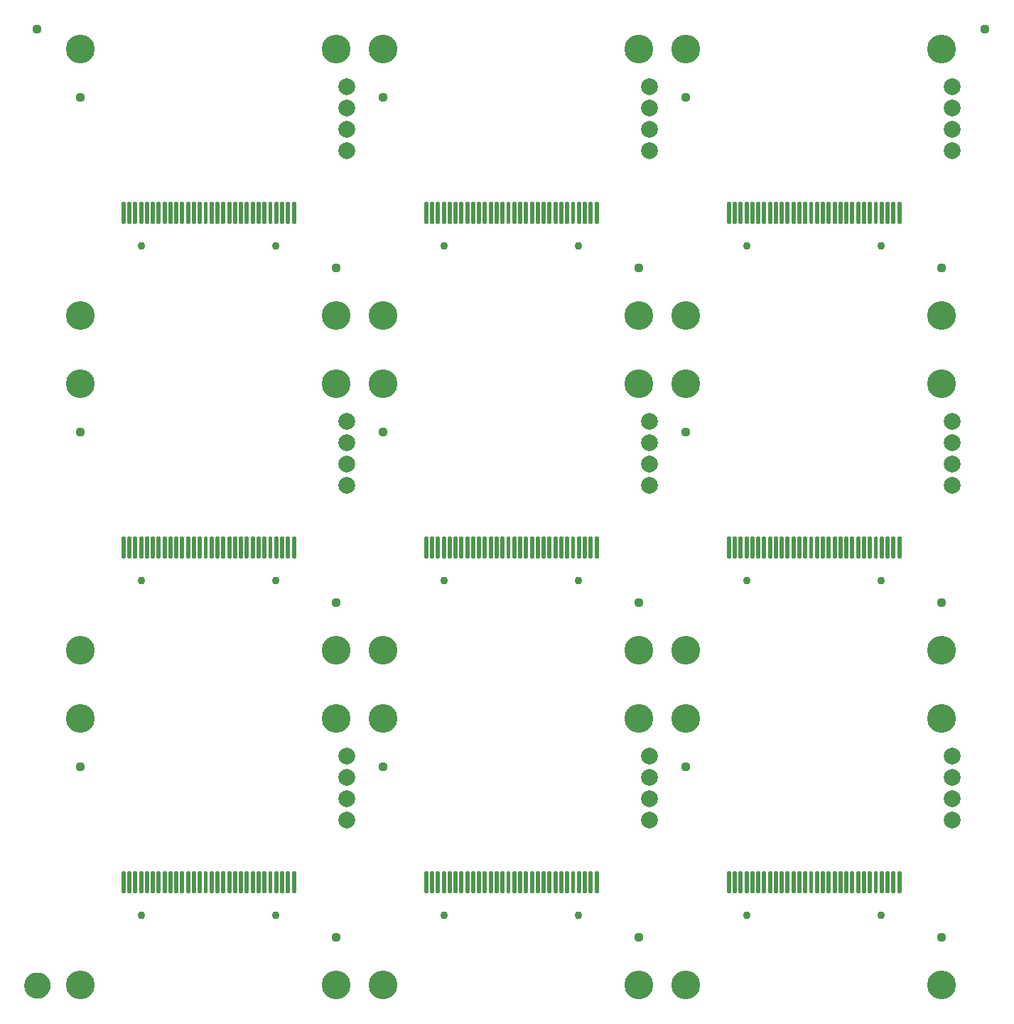
<source format=gbs>
G04 EAGLE Gerber RS-274X export*
G75*
%MOMM*%
%FSLAX34Y34*%
%LPD*%
%INSoldermask Bottom*%
%IPPOS*%
%AMOC8*
5,1,8,0,0,1.08239X$1,22.5*%
G01*
%ADD10C,0.228959*%
%ADD11C,0.927000*%
%ADD12C,2.006600*%
%ADD13C,3.429000*%
%ADD14C,1.127000*%
%ADD15C,1.270000*%
%ADD16C,1.627000*%


D10*
X278060Y160540D02*
X280540Y160540D01*
X280540Y136560D01*
X278060Y136560D01*
X278060Y160540D01*
X278060Y138735D02*
X280540Y138735D01*
X280540Y140910D02*
X278060Y140910D01*
X278060Y143085D02*
X280540Y143085D01*
X280540Y145260D02*
X278060Y145260D01*
X278060Y147435D02*
X280540Y147435D01*
X280540Y149610D02*
X278060Y149610D01*
X278060Y151785D02*
X280540Y151785D01*
X280540Y153960D02*
X278060Y153960D01*
X278060Y156135D02*
X280540Y156135D01*
X280540Y158310D02*
X278060Y158310D01*
X278060Y160485D02*
X280540Y160485D01*
X273540Y160540D02*
X271060Y160540D01*
X273540Y160540D02*
X273540Y136560D01*
X271060Y136560D01*
X271060Y160540D01*
X271060Y138735D02*
X273540Y138735D01*
X273540Y140910D02*
X271060Y140910D01*
X271060Y143085D02*
X273540Y143085D01*
X273540Y145260D02*
X271060Y145260D01*
X271060Y147435D02*
X273540Y147435D01*
X273540Y149610D02*
X271060Y149610D01*
X271060Y151785D02*
X273540Y151785D01*
X273540Y153960D02*
X271060Y153960D01*
X271060Y156135D02*
X273540Y156135D01*
X273540Y158310D02*
X271060Y158310D01*
X271060Y160485D02*
X273540Y160485D01*
X266540Y160540D02*
X264060Y160540D01*
X266540Y160540D02*
X266540Y136560D01*
X264060Y136560D01*
X264060Y160540D01*
X264060Y138735D02*
X266540Y138735D01*
X266540Y140910D02*
X264060Y140910D01*
X264060Y143085D02*
X266540Y143085D01*
X266540Y145260D02*
X264060Y145260D01*
X264060Y147435D02*
X266540Y147435D01*
X266540Y149610D02*
X264060Y149610D01*
X264060Y151785D02*
X266540Y151785D01*
X266540Y153960D02*
X264060Y153960D01*
X264060Y156135D02*
X266540Y156135D01*
X266540Y158310D02*
X264060Y158310D01*
X264060Y160485D02*
X266540Y160485D01*
X259540Y160540D02*
X257060Y160540D01*
X259540Y160540D02*
X259540Y136560D01*
X257060Y136560D01*
X257060Y160540D01*
X257060Y138735D02*
X259540Y138735D01*
X259540Y140910D02*
X257060Y140910D01*
X257060Y143085D02*
X259540Y143085D01*
X259540Y145260D02*
X257060Y145260D01*
X257060Y147435D02*
X259540Y147435D01*
X259540Y149610D02*
X257060Y149610D01*
X257060Y151785D02*
X259540Y151785D01*
X259540Y153960D02*
X257060Y153960D01*
X257060Y156135D02*
X259540Y156135D01*
X259540Y158310D02*
X257060Y158310D01*
X257060Y160485D02*
X259540Y160485D01*
X252540Y160540D02*
X250060Y160540D01*
X252540Y160540D02*
X252540Y136560D01*
X250060Y136560D01*
X250060Y160540D01*
X250060Y138735D02*
X252540Y138735D01*
X252540Y140910D02*
X250060Y140910D01*
X250060Y143085D02*
X252540Y143085D01*
X252540Y145260D02*
X250060Y145260D01*
X250060Y147435D02*
X252540Y147435D01*
X252540Y149610D02*
X250060Y149610D01*
X250060Y151785D02*
X252540Y151785D01*
X252540Y153960D02*
X250060Y153960D01*
X250060Y156135D02*
X252540Y156135D01*
X252540Y158310D02*
X250060Y158310D01*
X250060Y160485D02*
X252540Y160485D01*
X245540Y160540D02*
X243060Y160540D01*
X245540Y160540D02*
X245540Y136560D01*
X243060Y136560D01*
X243060Y160540D01*
X243060Y138735D02*
X245540Y138735D01*
X245540Y140910D02*
X243060Y140910D01*
X243060Y143085D02*
X245540Y143085D01*
X245540Y145260D02*
X243060Y145260D01*
X243060Y147435D02*
X245540Y147435D01*
X245540Y149610D02*
X243060Y149610D01*
X243060Y151785D02*
X245540Y151785D01*
X245540Y153960D02*
X243060Y153960D01*
X243060Y156135D02*
X245540Y156135D01*
X245540Y158310D02*
X243060Y158310D01*
X243060Y160485D02*
X245540Y160485D01*
X238540Y160540D02*
X236060Y160540D01*
X238540Y160540D02*
X238540Y136560D01*
X236060Y136560D01*
X236060Y160540D01*
X236060Y138735D02*
X238540Y138735D01*
X238540Y140910D02*
X236060Y140910D01*
X236060Y143085D02*
X238540Y143085D01*
X238540Y145260D02*
X236060Y145260D01*
X236060Y147435D02*
X238540Y147435D01*
X238540Y149610D02*
X236060Y149610D01*
X236060Y151785D02*
X238540Y151785D01*
X238540Y153960D02*
X236060Y153960D01*
X236060Y156135D02*
X238540Y156135D01*
X238540Y158310D02*
X236060Y158310D01*
X236060Y160485D02*
X238540Y160485D01*
X231540Y160540D02*
X229060Y160540D01*
X231540Y160540D02*
X231540Y136560D01*
X229060Y136560D01*
X229060Y160540D01*
X229060Y138735D02*
X231540Y138735D01*
X231540Y140910D02*
X229060Y140910D01*
X229060Y143085D02*
X231540Y143085D01*
X231540Y145260D02*
X229060Y145260D01*
X229060Y147435D02*
X231540Y147435D01*
X231540Y149610D02*
X229060Y149610D01*
X229060Y151785D02*
X231540Y151785D01*
X231540Y153960D02*
X229060Y153960D01*
X229060Y156135D02*
X231540Y156135D01*
X231540Y158310D02*
X229060Y158310D01*
X229060Y160485D02*
X231540Y160485D01*
X224540Y160540D02*
X222060Y160540D01*
X224540Y160540D02*
X224540Y136560D01*
X222060Y136560D01*
X222060Y160540D01*
X222060Y138735D02*
X224540Y138735D01*
X224540Y140910D02*
X222060Y140910D01*
X222060Y143085D02*
X224540Y143085D01*
X224540Y145260D02*
X222060Y145260D01*
X222060Y147435D02*
X224540Y147435D01*
X224540Y149610D02*
X222060Y149610D01*
X222060Y151785D02*
X224540Y151785D01*
X224540Y153960D02*
X222060Y153960D01*
X222060Y156135D02*
X224540Y156135D01*
X224540Y158310D02*
X222060Y158310D01*
X222060Y160485D02*
X224540Y160485D01*
X217540Y160540D02*
X215060Y160540D01*
X217540Y160540D02*
X217540Y136560D01*
X215060Y136560D01*
X215060Y160540D01*
X215060Y138735D02*
X217540Y138735D01*
X217540Y140910D02*
X215060Y140910D01*
X215060Y143085D02*
X217540Y143085D01*
X217540Y145260D02*
X215060Y145260D01*
X215060Y147435D02*
X217540Y147435D01*
X217540Y149610D02*
X215060Y149610D01*
X215060Y151785D02*
X217540Y151785D01*
X217540Y153960D02*
X215060Y153960D01*
X215060Y156135D02*
X217540Y156135D01*
X217540Y158310D02*
X215060Y158310D01*
X215060Y160485D02*
X217540Y160485D01*
X210540Y160540D02*
X208060Y160540D01*
X210540Y160540D02*
X210540Y136560D01*
X208060Y136560D01*
X208060Y160540D01*
X208060Y138735D02*
X210540Y138735D01*
X210540Y140910D02*
X208060Y140910D01*
X208060Y143085D02*
X210540Y143085D01*
X210540Y145260D02*
X208060Y145260D01*
X208060Y147435D02*
X210540Y147435D01*
X210540Y149610D02*
X208060Y149610D01*
X208060Y151785D02*
X210540Y151785D01*
X210540Y153960D02*
X208060Y153960D01*
X208060Y156135D02*
X210540Y156135D01*
X210540Y158310D02*
X208060Y158310D01*
X208060Y160485D02*
X210540Y160485D01*
X203540Y160540D02*
X201060Y160540D01*
X203540Y160540D02*
X203540Y136560D01*
X201060Y136560D01*
X201060Y160540D01*
X201060Y138735D02*
X203540Y138735D01*
X203540Y140910D02*
X201060Y140910D01*
X201060Y143085D02*
X203540Y143085D01*
X203540Y145260D02*
X201060Y145260D01*
X201060Y147435D02*
X203540Y147435D01*
X203540Y149610D02*
X201060Y149610D01*
X201060Y151785D02*
X203540Y151785D01*
X203540Y153960D02*
X201060Y153960D01*
X201060Y156135D02*
X203540Y156135D01*
X203540Y158310D02*
X201060Y158310D01*
X201060Y160485D02*
X203540Y160485D01*
X196540Y160540D02*
X194060Y160540D01*
X196540Y160540D02*
X196540Y136560D01*
X194060Y136560D01*
X194060Y160540D01*
X194060Y138735D02*
X196540Y138735D01*
X196540Y140910D02*
X194060Y140910D01*
X194060Y143085D02*
X196540Y143085D01*
X196540Y145260D02*
X194060Y145260D01*
X194060Y147435D02*
X196540Y147435D01*
X196540Y149610D02*
X194060Y149610D01*
X194060Y151785D02*
X196540Y151785D01*
X196540Y153960D02*
X194060Y153960D01*
X194060Y156135D02*
X196540Y156135D01*
X196540Y158310D02*
X194060Y158310D01*
X194060Y160485D02*
X196540Y160485D01*
X189540Y160540D02*
X187060Y160540D01*
X189540Y160540D02*
X189540Y136560D01*
X187060Y136560D01*
X187060Y160540D01*
X187060Y138735D02*
X189540Y138735D01*
X189540Y140910D02*
X187060Y140910D01*
X187060Y143085D02*
X189540Y143085D01*
X189540Y145260D02*
X187060Y145260D01*
X187060Y147435D02*
X189540Y147435D01*
X189540Y149610D02*
X187060Y149610D01*
X187060Y151785D02*
X189540Y151785D01*
X189540Y153960D02*
X187060Y153960D01*
X187060Y156135D02*
X189540Y156135D01*
X189540Y158310D02*
X187060Y158310D01*
X187060Y160485D02*
X189540Y160485D01*
X182540Y160540D02*
X180060Y160540D01*
X182540Y160540D02*
X182540Y136560D01*
X180060Y136560D01*
X180060Y160540D01*
X180060Y138735D02*
X182540Y138735D01*
X182540Y140910D02*
X180060Y140910D01*
X180060Y143085D02*
X182540Y143085D01*
X182540Y145260D02*
X180060Y145260D01*
X180060Y147435D02*
X182540Y147435D01*
X182540Y149610D02*
X180060Y149610D01*
X180060Y151785D02*
X182540Y151785D01*
X182540Y153960D02*
X180060Y153960D01*
X180060Y156135D02*
X182540Y156135D01*
X182540Y158310D02*
X180060Y158310D01*
X180060Y160485D02*
X182540Y160485D01*
X175540Y160540D02*
X173060Y160540D01*
X175540Y160540D02*
X175540Y136560D01*
X173060Y136560D01*
X173060Y160540D01*
X173060Y138735D02*
X175540Y138735D01*
X175540Y140910D02*
X173060Y140910D01*
X173060Y143085D02*
X175540Y143085D01*
X175540Y145260D02*
X173060Y145260D01*
X173060Y147435D02*
X175540Y147435D01*
X175540Y149610D02*
X173060Y149610D01*
X173060Y151785D02*
X175540Y151785D01*
X175540Y153960D02*
X173060Y153960D01*
X173060Y156135D02*
X175540Y156135D01*
X175540Y158310D02*
X173060Y158310D01*
X173060Y160485D02*
X175540Y160485D01*
X168540Y160540D02*
X166060Y160540D01*
X168540Y160540D02*
X168540Y136560D01*
X166060Y136560D01*
X166060Y160540D01*
X166060Y138735D02*
X168540Y138735D01*
X168540Y140910D02*
X166060Y140910D01*
X166060Y143085D02*
X168540Y143085D01*
X168540Y145260D02*
X166060Y145260D01*
X166060Y147435D02*
X168540Y147435D01*
X168540Y149610D02*
X166060Y149610D01*
X166060Y151785D02*
X168540Y151785D01*
X168540Y153960D02*
X166060Y153960D01*
X166060Y156135D02*
X168540Y156135D01*
X168540Y158310D02*
X166060Y158310D01*
X166060Y160485D02*
X168540Y160485D01*
X161540Y160540D02*
X159060Y160540D01*
X161540Y160540D02*
X161540Y136560D01*
X159060Y136560D01*
X159060Y160540D01*
X159060Y138735D02*
X161540Y138735D01*
X161540Y140910D02*
X159060Y140910D01*
X159060Y143085D02*
X161540Y143085D01*
X161540Y145260D02*
X159060Y145260D01*
X159060Y147435D02*
X161540Y147435D01*
X161540Y149610D02*
X159060Y149610D01*
X159060Y151785D02*
X161540Y151785D01*
X161540Y153960D02*
X159060Y153960D01*
X159060Y156135D02*
X161540Y156135D01*
X161540Y158310D02*
X159060Y158310D01*
X159060Y160485D02*
X161540Y160485D01*
X154540Y160540D02*
X152060Y160540D01*
X154540Y160540D02*
X154540Y136560D01*
X152060Y136560D01*
X152060Y160540D01*
X152060Y138735D02*
X154540Y138735D01*
X154540Y140910D02*
X152060Y140910D01*
X152060Y143085D02*
X154540Y143085D01*
X154540Y145260D02*
X152060Y145260D01*
X152060Y147435D02*
X154540Y147435D01*
X154540Y149610D02*
X152060Y149610D01*
X152060Y151785D02*
X154540Y151785D01*
X154540Y153960D02*
X152060Y153960D01*
X152060Y156135D02*
X154540Y156135D01*
X154540Y158310D02*
X152060Y158310D01*
X152060Y160485D02*
X154540Y160485D01*
X147540Y160540D02*
X145060Y160540D01*
X147540Y160540D02*
X147540Y136560D01*
X145060Y136560D01*
X145060Y160540D01*
X145060Y138735D02*
X147540Y138735D01*
X147540Y140910D02*
X145060Y140910D01*
X145060Y143085D02*
X147540Y143085D01*
X147540Y145260D02*
X145060Y145260D01*
X145060Y147435D02*
X147540Y147435D01*
X147540Y149610D02*
X145060Y149610D01*
X145060Y151785D02*
X147540Y151785D01*
X147540Y153960D02*
X145060Y153960D01*
X145060Y156135D02*
X147540Y156135D01*
X147540Y158310D02*
X145060Y158310D01*
X145060Y160485D02*
X147540Y160485D01*
X140540Y160540D02*
X138060Y160540D01*
X140540Y160540D02*
X140540Y136560D01*
X138060Y136560D01*
X138060Y160540D01*
X138060Y138735D02*
X140540Y138735D01*
X140540Y140910D02*
X138060Y140910D01*
X138060Y143085D02*
X140540Y143085D01*
X140540Y145260D02*
X138060Y145260D01*
X138060Y147435D02*
X140540Y147435D01*
X140540Y149610D02*
X138060Y149610D01*
X138060Y151785D02*
X140540Y151785D01*
X140540Y153960D02*
X138060Y153960D01*
X138060Y156135D02*
X140540Y156135D01*
X140540Y158310D02*
X138060Y158310D01*
X138060Y160485D02*
X140540Y160485D01*
X133540Y160540D02*
X131060Y160540D01*
X133540Y160540D02*
X133540Y136560D01*
X131060Y136560D01*
X131060Y160540D01*
X131060Y138735D02*
X133540Y138735D01*
X133540Y140910D02*
X131060Y140910D01*
X131060Y143085D02*
X133540Y143085D01*
X133540Y145260D02*
X131060Y145260D01*
X131060Y147435D02*
X133540Y147435D01*
X133540Y149610D02*
X131060Y149610D01*
X131060Y151785D02*
X133540Y151785D01*
X133540Y153960D02*
X131060Y153960D01*
X131060Y156135D02*
X133540Y156135D01*
X133540Y158310D02*
X131060Y158310D01*
X131060Y160485D02*
X133540Y160485D01*
X126540Y160540D02*
X124060Y160540D01*
X126540Y160540D02*
X126540Y136560D01*
X124060Y136560D01*
X124060Y160540D01*
X124060Y138735D02*
X126540Y138735D01*
X126540Y140910D02*
X124060Y140910D01*
X124060Y143085D02*
X126540Y143085D01*
X126540Y145260D02*
X124060Y145260D01*
X124060Y147435D02*
X126540Y147435D01*
X126540Y149610D02*
X124060Y149610D01*
X124060Y151785D02*
X126540Y151785D01*
X126540Y153960D02*
X124060Y153960D01*
X124060Y156135D02*
X126540Y156135D01*
X126540Y158310D02*
X124060Y158310D01*
X124060Y160485D02*
X126540Y160485D01*
X119540Y160540D02*
X117060Y160540D01*
X119540Y160540D02*
X119540Y136560D01*
X117060Y136560D01*
X117060Y160540D01*
X117060Y138735D02*
X119540Y138735D01*
X119540Y140910D02*
X117060Y140910D01*
X117060Y143085D02*
X119540Y143085D01*
X119540Y145260D02*
X117060Y145260D01*
X117060Y147435D02*
X119540Y147435D01*
X119540Y149610D02*
X117060Y149610D01*
X117060Y151785D02*
X119540Y151785D01*
X119540Y153960D02*
X117060Y153960D01*
X117060Y156135D02*
X119540Y156135D01*
X119540Y158310D02*
X117060Y158310D01*
X117060Y160485D02*
X119540Y160485D01*
X112540Y160540D02*
X110060Y160540D01*
X112540Y160540D02*
X112540Y136560D01*
X110060Y136560D01*
X110060Y160540D01*
X110060Y138735D02*
X112540Y138735D01*
X112540Y140910D02*
X110060Y140910D01*
X110060Y143085D02*
X112540Y143085D01*
X112540Y145260D02*
X110060Y145260D01*
X110060Y147435D02*
X112540Y147435D01*
X112540Y149610D02*
X110060Y149610D01*
X110060Y151785D02*
X112540Y151785D01*
X112540Y153960D02*
X110060Y153960D01*
X110060Y156135D02*
X112540Y156135D01*
X112540Y158310D02*
X110060Y158310D01*
X110060Y160485D02*
X112540Y160485D01*
X105540Y160540D02*
X103060Y160540D01*
X105540Y160540D02*
X105540Y136560D01*
X103060Y136560D01*
X103060Y160540D01*
X103060Y138735D02*
X105540Y138735D01*
X105540Y140910D02*
X103060Y140910D01*
X103060Y143085D02*
X105540Y143085D01*
X105540Y145260D02*
X103060Y145260D01*
X103060Y147435D02*
X105540Y147435D01*
X105540Y149610D02*
X103060Y149610D01*
X103060Y151785D02*
X105540Y151785D01*
X105540Y153960D02*
X103060Y153960D01*
X103060Y156135D02*
X105540Y156135D01*
X105540Y158310D02*
X103060Y158310D01*
X103060Y160485D02*
X105540Y160485D01*
X98540Y160540D02*
X96060Y160540D01*
X98540Y160540D02*
X98540Y136560D01*
X96060Y136560D01*
X96060Y160540D01*
X96060Y138735D02*
X98540Y138735D01*
X98540Y140910D02*
X96060Y140910D01*
X96060Y143085D02*
X98540Y143085D01*
X98540Y145260D02*
X96060Y145260D01*
X96060Y147435D02*
X98540Y147435D01*
X98540Y149610D02*
X96060Y149610D01*
X96060Y151785D02*
X98540Y151785D01*
X98540Y153960D02*
X96060Y153960D01*
X96060Y156135D02*
X98540Y156135D01*
X98540Y158310D02*
X96060Y158310D01*
X96060Y160485D02*
X98540Y160485D01*
X91540Y160540D02*
X89060Y160540D01*
X91540Y160540D02*
X91540Y136560D01*
X89060Y136560D01*
X89060Y160540D01*
X89060Y138735D02*
X91540Y138735D01*
X91540Y140910D02*
X89060Y140910D01*
X89060Y143085D02*
X91540Y143085D01*
X91540Y145260D02*
X89060Y145260D01*
X89060Y147435D02*
X91540Y147435D01*
X91540Y149610D02*
X89060Y149610D01*
X89060Y151785D02*
X91540Y151785D01*
X91540Y153960D02*
X89060Y153960D01*
X89060Y156135D02*
X91540Y156135D01*
X91540Y158310D02*
X89060Y158310D01*
X89060Y160485D02*
X91540Y160485D01*
D11*
X97800Y108550D03*
X257800Y108550D03*
D10*
X84540Y160540D02*
X82060Y160540D01*
X84540Y160540D02*
X84540Y136560D01*
X82060Y136560D01*
X82060Y160540D01*
X82060Y138735D02*
X84540Y138735D01*
X84540Y140910D02*
X82060Y140910D01*
X82060Y143085D02*
X84540Y143085D01*
X84540Y145260D02*
X82060Y145260D01*
X82060Y147435D02*
X84540Y147435D01*
X84540Y149610D02*
X82060Y149610D01*
X82060Y151785D02*
X84540Y151785D01*
X84540Y153960D02*
X82060Y153960D01*
X82060Y156135D02*
X84540Y156135D01*
X84540Y158310D02*
X82060Y158310D01*
X82060Y160485D02*
X84540Y160485D01*
X77540Y160540D02*
X75060Y160540D01*
X77540Y160540D02*
X77540Y136560D01*
X75060Y136560D01*
X75060Y160540D01*
X75060Y138735D02*
X77540Y138735D01*
X77540Y140910D02*
X75060Y140910D01*
X75060Y143085D02*
X77540Y143085D01*
X77540Y145260D02*
X75060Y145260D01*
X75060Y147435D02*
X77540Y147435D01*
X77540Y149610D02*
X75060Y149610D01*
X75060Y151785D02*
X77540Y151785D01*
X77540Y153960D02*
X75060Y153960D01*
X75060Y156135D02*
X77540Y156135D01*
X77540Y158310D02*
X75060Y158310D01*
X75060Y160485D02*
X77540Y160485D01*
D12*
X342900Y222250D03*
X342900Y247650D03*
X342900Y273050D03*
X342900Y298450D03*
D13*
X25400Y342900D03*
X330200Y342900D03*
D14*
X25400Y285750D03*
X330200Y82550D03*
D13*
X330200Y25400D03*
X25400Y25400D03*
D10*
X638740Y160540D02*
X641220Y160540D01*
X641220Y136560D01*
X638740Y136560D01*
X638740Y160540D01*
X638740Y138735D02*
X641220Y138735D01*
X641220Y140910D02*
X638740Y140910D01*
X638740Y143085D02*
X641220Y143085D01*
X641220Y145260D02*
X638740Y145260D01*
X638740Y147435D02*
X641220Y147435D01*
X641220Y149610D02*
X638740Y149610D01*
X638740Y151785D02*
X641220Y151785D01*
X641220Y153960D02*
X638740Y153960D01*
X638740Y156135D02*
X641220Y156135D01*
X641220Y158310D02*
X638740Y158310D01*
X638740Y160485D02*
X641220Y160485D01*
X634220Y160540D02*
X631740Y160540D01*
X634220Y160540D02*
X634220Y136560D01*
X631740Y136560D01*
X631740Y160540D01*
X631740Y138735D02*
X634220Y138735D01*
X634220Y140910D02*
X631740Y140910D01*
X631740Y143085D02*
X634220Y143085D01*
X634220Y145260D02*
X631740Y145260D01*
X631740Y147435D02*
X634220Y147435D01*
X634220Y149610D02*
X631740Y149610D01*
X631740Y151785D02*
X634220Y151785D01*
X634220Y153960D02*
X631740Y153960D01*
X631740Y156135D02*
X634220Y156135D01*
X634220Y158310D02*
X631740Y158310D01*
X631740Y160485D02*
X634220Y160485D01*
X627220Y160540D02*
X624740Y160540D01*
X627220Y160540D02*
X627220Y136560D01*
X624740Y136560D01*
X624740Y160540D01*
X624740Y138735D02*
X627220Y138735D01*
X627220Y140910D02*
X624740Y140910D01*
X624740Y143085D02*
X627220Y143085D01*
X627220Y145260D02*
X624740Y145260D01*
X624740Y147435D02*
X627220Y147435D01*
X627220Y149610D02*
X624740Y149610D01*
X624740Y151785D02*
X627220Y151785D01*
X627220Y153960D02*
X624740Y153960D01*
X624740Y156135D02*
X627220Y156135D01*
X627220Y158310D02*
X624740Y158310D01*
X624740Y160485D02*
X627220Y160485D01*
X620220Y160540D02*
X617740Y160540D01*
X620220Y160540D02*
X620220Y136560D01*
X617740Y136560D01*
X617740Y160540D01*
X617740Y138735D02*
X620220Y138735D01*
X620220Y140910D02*
X617740Y140910D01*
X617740Y143085D02*
X620220Y143085D01*
X620220Y145260D02*
X617740Y145260D01*
X617740Y147435D02*
X620220Y147435D01*
X620220Y149610D02*
X617740Y149610D01*
X617740Y151785D02*
X620220Y151785D01*
X620220Y153960D02*
X617740Y153960D01*
X617740Y156135D02*
X620220Y156135D01*
X620220Y158310D02*
X617740Y158310D01*
X617740Y160485D02*
X620220Y160485D01*
X613220Y160540D02*
X610740Y160540D01*
X613220Y160540D02*
X613220Y136560D01*
X610740Y136560D01*
X610740Y160540D01*
X610740Y138735D02*
X613220Y138735D01*
X613220Y140910D02*
X610740Y140910D01*
X610740Y143085D02*
X613220Y143085D01*
X613220Y145260D02*
X610740Y145260D01*
X610740Y147435D02*
X613220Y147435D01*
X613220Y149610D02*
X610740Y149610D01*
X610740Y151785D02*
X613220Y151785D01*
X613220Y153960D02*
X610740Y153960D01*
X610740Y156135D02*
X613220Y156135D01*
X613220Y158310D02*
X610740Y158310D01*
X610740Y160485D02*
X613220Y160485D01*
X606220Y160540D02*
X603740Y160540D01*
X606220Y160540D02*
X606220Y136560D01*
X603740Y136560D01*
X603740Y160540D01*
X603740Y138735D02*
X606220Y138735D01*
X606220Y140910D02*
X603740Y140910D01*
X603740Y143085D02*
X606220Y143085D01*
X606220Y145260D02*
X603740Y145260D01*
X603740Y147435D02*
X606220Y147435D01*
X606220Y149610D02*
X603740Y149610D01*
X603740Y151785D02*
X606220Y151785D01*
X606220Y153960D02*
X603740Y153960D01*
X603740Y156135D02*
X606220Y156135D01*
X606220Y158310D02*
X603740Y158310D01*
X603740Y160485D02*
X606220Y160485D01*
X599220Y160540D02*
X596740Y160540D01*
X599220Y160540D02*
X599220Y136560D01*
X596740Y136560D01*
X596740Y160540D01*
X596740Y138735D02*
X599220Y138735D01*
X599220Y140910D02*
X596740Y140910D01*
X596740Y143085D02*
X599220Y143085D01*
X599220Y145260D02*
X596740Y145260D01*
X596740Y147435D02*
X599220Y147435D01*
X599220Y149610D02*
X596740Y149610D01*
X596740Y151785D02*
X599220Y151785D01*
X599220Y153960D02*
X596740Y153960D01*
X596740Y156135D02*
X599220Y156135D01*
X599220Y158310D02*
X596740Y158310D01*
X596740Y160485D02*
X599220Y160485D01*
X592220Y160540D02*
X589740Y160540D01*
X592220Y160540D02*
X592220Y136560D01*
X589740Y136560D01*
X589740Y160540D01*
X589740Y138735D02*
X592220Y138735D01*
X592220Y140910D02*
X589740Y140910D01*
X589740Y143085D02*
X592220Y143085D01*
X592220Y145260D02*
X589740Y145260D01*
X589740Y147435D02*
X592220Y147435D01*
X592220Y149610D02*
X589740Y149610D01*
X589740Y151785D02*
X592220Y151785D01*
X592220Y153960D02*
X589740Y153960D01*
X589740Y156135D02*
X592220Y156135D01*
X592220Y158310D02*
X589740Y158310D01*
X589740Y160485D02*
X592220Y160485D01*
X585220Y160540D02*
X582740Y160540D01*
X585220Y160540D02*
X585220Y136560D01*
X582740Y136560D01*
X582740Y160540D01*
X582740Y138735D02*
X585220Y138735D01*
X585220Y140910D02*
X582740Y140910D01*
X582740Y143085D02*
X585220Y143085D01*
X585220Y145260D02*
X582740Y145260D01*
X582740Y147435D02*
X585220Y147435D01*
X585220Y149610D02*
X582740Y149610D01*
X582740Y151785D02*
X585220Y151785D01*
X585220Y153960D02*
X582740Y153960D01*
X582740Y156135D02*
X585220Y156135D01*
X585220Y158310D02*
X582740Y158310D01*
X582740Y160485D02*
X585220Y160485D01*
X578220Y160540D02*
X575740Y160540D01*
X578220Y160540D02*
X578220Y136560D01*
X575740Y136560D01*
X575740Y160540D01*
X575740Y138735D02*
X578220Y138735D01*
X578220Y140910D02*
X575740Y140910D01*
X575740Y143085D02*
X578220Y143085D01*
X578220Y145260D02*
X575740Y145260D01*
X575740Y147435D02*
X578220Y147435D01*
X578220Y149610D02*
X575740Y149610D01*
X575740Y151785D02*
X578220Y151785D01*
X578220Y153960D02*
X575740Y153960D01*
X575740Y156135D02*
X578220Y156135D01*
X578220Y158310D02*
X575740Y158310D01*
X575740Y160485D02*
X578220Y160485D01*
X571220Y160540D02*
X568740Y160540D01*
X571220Y160540D02*
X571220Y136560D01*
X568740Y136560D01*
X568740Y160540D01*
X568740Y138735D02*
X571220Y138735D01*
X571220Y140910D02*
X568740Y140910D01*
X568740Y143085D02*
X571220Y143085D01*
X571220Y145260D02*
X568740Y145260D01*
X568740Y147435D02*
X571220Y147435D01*
X571220Y149610D02*
X568740Y149610D01*
X568740Y151785D02*
X571220Y151785D01*
X571220Y153960D02*
X568740Y153960D01*
X568740Y156135D02*
X571220Y156135D01*
X571220Y158310D02*
X568740Y158310D01*
X568740Y160485D02*
X571220Y160485D01*
X564220Y160540D02*
X561740Y160540D01*
X564220Y160540D02*
X564220Y136560D01*
X561740Y136560D01*
X561740Y160540D01*
X561740Y138735D02*
X564220Y138735D01*
X564220Y140910D02*
X561740Y140910D01*
X561740Y143085D02*
X564220Y143085D01*
X564220Y145260D02*
X561740Y145260D01*
X561740Y147435D02*
X564220Y147435D01*
X564220Y149610D02*
X561740Y149610D01*
X561740Y151785D02*
X564220Y151785D01*
X564220Y153960D02*
X561740Y153960D01*
X561740Y156135D02*
X564220Y156135D01*
X564220Y158310D02*
X561740Y158310D01*
X561740Y160485D02*
X564220Y160485D01*
X557220Y160540D02*
X554740Y160540D01*
X557220Y160540D02*
X557220Y136560D01*
X554740Y136560D01*
X554740Y160540D01*
X554740Y138735D02*
X557220Y138735D01*
X557220Y140910D02*
X554740Y140910D01*
X554740Y143085D02*
X557220Y143085D01*
X557220Y145260D02*
X554740Y145260D01*
X554740Y147435D02*
X557220Y147435D01*
X557220Y149610D02*
X554740Y149610D01*
X554740Y151785D02*
X557220Y151785D01*
X557220Y153960D02*
X554740Y153960D01*
X554740Y156135D02*
X557220Y156135D01*
X557220Y158310D02*
X554740Y158310D01*
X554740Y160485D02*
X557220Y160485D01*
X550220Y160540D02*
X547740Y160540D01*
X550220Y160540D02*
X550220Y136560D01*
X547740Y136560D01*
X547740Y160540D01*
X547740Y138735D02*
X550220Y138735D01*
X550220Y140910D02*
X547740Y140910D01*
X547740Y143085D02*
X550220Y143085D01*
X550220Y145260D02*
X547740Y145260D01*
X547740Y147435D02*
X550220Y147435D01*
X550220Y149610D02*
X547740Y149610D01*
X547740Y151785D02*
X550220Y151785D01*
X550220Y153960D02*
X547740Y153960D01*
X547740Y156135D02*
X550220Y156135D01*
X550220Y158310D02*
X547740Y158310D01*
X547740Y160485D02*
X550220Y160485D01*
X543220Y160540D02*
X540740Y160540D01*
X543220Y160540D02*
X543220Y136560D01*
X540740Y136560D01*
X540740Y160540D01*
X540740Y138735D02*
X543220Y138735D01*
X543220Y140910D02*
X540740Y140910D01*
X540740Y143085D02*
X543220Y143085D01*
X543220Y145260D02*
X540740Y145260D01*
X540740Y147435D02*
X543220Y147435D01*
X543220Y149610D02*
X540740Y149610D01*
X540740Y151785D02*
X543220Y151785D01*
X543220Y153960D02*
X540740Y153960D01*
X540740Y156135D02*
X543220Y156135D01*
X543220Y158310D02*
X540740Y158310D01*
X540740Y160485D02*
X543220Y160485D01*
X536220Y160540D02*
X533740Y160540D01*
X536220Y160540D02*
X536220Y136560D01*
X533740Y136560D01*
X533740Y160540D01*
X533740Y138735D02*
X536220Y138735D01*
X536220Y140910D02*
X533740Y140910D01*
X533740Y143085D02*
X536220Y143085D01*
X536220Y145260D02*
X533740Y145260D01*
X533740Y147435D02*
X536220Y147435D01*
X536220Y149610D02*
X533740Y149610D01*
X533740Y151785D02*
X536220Y151785D01*
X536220Y153960D02*
X533740Y153960D01*
X533740Y156135D02*
X536220Y156135D01*
X536220Y158310D02*
X533740Y158310D01*
X533740Y160485D02*
X536220Y160485D01*
X529220Y160540D02*
X526740Y160540D01*
X529220Y160540D02*
X529220Y136560D01*
X526740Y136560D01*
X526740Y160540D01*
X526740Y138735D02*
X529220Y138735D01*
X529220Y140910D02*
X526740Y140910D01*
X526740Y143085D02*
X529220Y143085D01*
X529220Y145260D02*
X526740Y145260D01*
X526740Y147435D02*
X529220Y147435D01*
X529220Y149610D02*
X526740Y149610D01*
X526740Y151785D02*
X529220Y151785D01*
X529220Y153960D02*
X526740Y153960D01*
X526740Y156135D02*
X529220Y156135D01*
X529220Y158310D02*
X526740Y158310D01*
X526740Y160485D02*
X529220Y160485D01*
X522220Y160540D02*
X519740Y160540D01*
X522220Y160540D02*
X522220Y136560D01*
X519740Y136560D01*
X519740Y160540D01*
X519740Y138735D02*
X522220Y138735D01*
X522220Y140910D02*
X519740Y140910D01*
X519740Y143085D02*
X522220Y143085D01*
X522220Y145260D02*
X519740Y145260D01*
X519740Y147435D02*
X522220Y147435D01*
X522220Y149610D02*
X519740Y149610D01*
X519740Y151785D02*
X522220Y151785D01*
X522220Y153960D02*
X519740Y153960D01*
X519740Y156135D02*
X522220Y156135D01*
X522220Y158310D02*
X519740Y158310D01*
X519740Y160485D02*
X522220Y160485D01*
X515220Y160540D02*
X512740Y160540D01*
X515220Y160540D02*
X515220Y136560D01*
X512740Y136560D01*
X512740Y160540D01*
X512740Y138735D02*
X515220Y138735D01*
X515220Y140910D02*
X512740Y140910D01*
X512740Y143085D02*
X515220Y143085D01*
X515220Y145260D02*
X512740Y145260D01*
X512740Y147435D02*
X515220Y147435D01*
X515220Y149610D02*
X512740Y149610D01*
X512740Y151785D02*
X515220Y151785D01*
X515220Y153960D02*
X512740Y153960D01*
X512740Y156135D02*
X515220Y156135D01*
X515220Y158310D02*
X512740Y158310D01*
X512740Y160485D02*
X515220Y160485D01*
X508220Y160540D02*
X505740Y160540D01*
X508220Y160540D02*
X508220Y136560D01*
X505740Y136560D01*
X505740Y160540D01*
X505740Y138735D02*
X508220Y138735D01*
X508220Y140910D02*
X505740Y140910D01*
X505740Y143085D02*
X508220Y143085D01*
X508220Y145260D02*
X505740Y145260D01*
X505740Y147435D02*
X508220Y147435D01*
X508220Y149610D02*
X505740Y149610D01*
X505740Y151785D02*
X508220Y151785D01*
X508220Y153960D02*
X505740Y153960D01*
X505740Y156135D02*
X508220Y156135D01*
X508220Y158310D02*
X505740Y158310D01*
X505740Y160485D02*
X508220Y160485D01*
X501220Y160540D02*
X498740Y160540D01*
X501220Y160540D02*
X501220Y136560D01*
X498740Y136560D01*
X498740Y160540D01*
X498740Y138735D02*
X501220Y138735D01*
X501220Y140910D02*
X498740Y140910D01*
X498740Y143085D02*
X501220Y143085D01*
X501220Y145260D02*
X498740Y145260D01*
X498740Y147435D02*
X501220Y147435D01*
X501220Y149610D02*
X498740Y149610D01*
X498740Y151785D02*
X501220Y151785D01*
X501220Y153960D02*
X498740Y153960D01*
X498740Y156135D02*
X501220Y156135D01*
X501220Y158310D02*
X498740Y158310D01*
X498740Y160485D02*
X501220Y160485D01*
X494220Y160540D02*
X491740Y160540D01*
X494220Y160540D02*
X494220Y136560D01*
X491740Y136560D01*
X491740Y160540D01*
X491740Y138735D02*
X494220Y138735D01*
X494220Y140910D02*
X491740Y140910D01*
X491740Y143085D02*
X494220Y143085D01*
X494220Y145260D02*
X491740Y145260D01*
X491740Y147435D02*
X494220Y147435D01*
X494220Y149610D02*
X491740Y149610D01*
X491740Y151785D02*
X494220Y151785D01*
X494220Y153960D02*
X491740Y153960D01*
X491740Y156135D02*
X494220Y156135D01*
X494220Y158310D02*
X491740Y158310D01*
X491740Y160485D02*
X494220Y160485D01*
X487220Y160540D02*
X484740Y160540D01*
X487220Y160540D02*
X487220Y136560D01*
X484740Y136560D01*
X484740Y160540D01*
X484740Y138735D02*
X487220Y138735D01*
X487220Y140910D02*
X484740Y140910D01*
X484740Y143085D02*
X487220Y143085D01*
X487220Y145260D02*
X484740Y145260D01*
X484740Y147435D02*
X487220Y147435D01*
X487220Y149610D02*
X484740Y149610D01*
X484740Y151785D02*
X487220Y151785D01*
X487220Y153960D02*
X484740Y153960D01*
X484740Y156135D02*
X487220Y156135D01*
X487220Y158310D02*
X484740Y158310D01*
X484740Y160485D02*
X487220Y160485D01*
X480220Y160540D02*
X477740Y160540D01*
X480220Y160540D02*
X480220Y136560D01*
X477740Y136560D01*
X477740Y160540D01*
X477740Y138735D02*
X480220Y138735D01*
X480220Y140910D02*
X477740Y140910D01*
X477740Y143085D02*
X480220Y143085D01*
X480220Y145260D02*
X477740Y145260D01*
X477740Y147435D02*
X480220Y147435D01*
X480220Y149610D02*
X477740Y149610D01*
X477740Y151785D02*
X480220Y151785D01*
X480220Y153960D02*
X477740Y153960D01*
X477740Y156135D02*
X480220Y156135D01*
X480220Y158310D02*
X477740Y158310D01*
X477740Y160485D02*
X480220Y160485D01*
X473220Y160540D02*
X470740Y160540D01*
X473220Y160540D02*
X473220Y136560D01*
X470740Y136560D01*
X470740Y160540D01*
X470740Y138735D02*
X473220Y138735D01*
X473220Y140910D02*
X470740Y140910D01*
X470740Y143085D02*
X473220Y143085D01*
X473220Y145260D02*
X470740Y145260D01*
X470740Y147435D02*
X473220Y147435D01*
X473220Y149610D02*
X470740Y149610D01*
X470740Y151785D02*
X473220Y151785D01*
X473220Y153960D02*
X470740Y153960D01*
X470740Y156135D02*
X473220Y156135D01*
X473220Y158310D02*
X470740Y158310D01*
X470740Y160485D02*
X473220Y160485D01*
X466220Y160540D02*
X463740Y160540D01*
X466220Y160540D02*
X466220Y136560D01*
X463740Y136560D01*
X463740Y160540D01*
X463740Y138735D02*
X466220Y138735D01*
X466220Y140910D02*
X463740Y140910D01*
X463740Y143085D02*
X466220Y143085D01*
X466220Y145260D02*
X463740Y145260D01*
X463740Y147435D02*
X466220Y147435D01*
X466220Y149610D02*
X463740Y149610D01*
X463740Y151785D02*
X466220Y151785D01*
X466220Y153960D02*
X463740Y153960D01*
X463740Y156135D02*
X466220Y156135D01*
X466220Y158310D02*
X463740Y158310D01*
X463740Y160485D02*
X466220Y160485D01*
X459220Y160540D02*
X456740Y160540D01*
X459220Y160540D02*
X459220Y136560D01*
X456740Y136560D01*
X456740Y160540D01*
X456740Y138735D02*
X459220Y138735D01*
X459220Y140910D02*
X456740Y140910D01*
X456740Y143085D02*
X459220Y143085D01*
X459220Y145260D02*
X456740Y145260D01*
X456740Y147435D02*
X459220Y147435D01*
X459220Y149610D02*
X456740Y149610D01*
X456740Y151785D02*
X459220Y151785D01*
X459220Y153960D02*
X456740Y153960D01*
X456740Y156135D02*
X459220Y156135D01*
X459220Y158310D02*
X456740Y158310D01*
X456740Y160485D02*
X459220Y160485D01*
X452220Y160540D02*
X449740Y160540D01*
X452220Y160540D02*
X452220Y136560D01*
X449740Y136560D01*
X449740Y160540D01*
X449740Y138735D02*
X452220Y138735D01*
X452220Y140910D02*
X449740Y140910D01*
X449740Y143085D02*
X452220Y143085D01*
X452220Y145260D02*
X449740Y145260D01*
X449740Y147435D02*
X452220Y147435D01*
X452220Y149610D02*
X449740Y149610D01*
X449740Y151785D02*
X452220Y151785D01*
X452220Y153960D02*
X449740Y153960D01*
X449740Y156135D02*
X452220Y156135D01*
X452220Y158310D02*
X449740Y158310D01*
X449740Y160485D02*
X452220Y160485D01*
D11*
X458480Y108550D03*
X618480Y108550D03*
D10*
X445220Y160540D02*
X442740Y160540D01*
X445220Y160540D02*
X445220Y136560D01*
X442740Y136560D01*
X442740Y160540D01*
X442740Y138735D02*
X445220Y138735D01*
X445220Y140910D02*
X442740Y140910D01*
X442740Y143085D02*
X445220Y143085D01*
X445220Y145260D02*
X442740Y145260D01*
X442740Y147435D02*
X445220Y147435D01*
X445220Y149610D02*
X442740Y149610D01*
X442740Y151785D02*
X445220Y151785D01*
X445220Y153960D02*
X442740Y153960D01*
X442740Y156135D02*
X445220Y156135D01*
X445220Y158310D02*
X442740Y158310D01*
X442740Y160485D02*
X445220Y160485D01*
X438220Y160540D02*
X435740Y160540D01*
X438220Y160540D02*
X438220Y136560D01*
X435740Y136560D01*
X435740Y160540D01*
X435740Y138735D02*
X438220Y138735D01*
X438220Y140910D02*
X435740Y140910D01*
X435740Y143085D02*
X438220Y143085D01*
X438220Y145260D02*
X435740Y145260D01*
X435740Y147435D02*
X438220Y147435D01*
X438220Y149610D02*
X435740Y149610D01*
X435740Y151785D02*
X438220Y151785D01*
X438220Y153960D02*
X435740Y153960D01*
X435740Y156135D02*
X438220Y156135D01*
X438220Y158310D02*
X435740Y158310D01*
X435740Y160485D02*
X438220Y160485D01*
D12*
X703580Y222250D03*
X703580Y247650D03*
X703580Y273050D03*
X703580Y298450D03*
D13*
X386080Y342900D03*
X690880Y342900D03*
D14*
X386080Y285750D03*
X690880Y82550D03*
D13*
X690880Y25400D03*
X386080Y25400D03*
D10*
X999420Y160540D02*
X1001900Y160540D01*
X1001900Y136560D01*
X999420Y136560D01*
X999420Y160540D01*
X999420Y138735D02*
X1001900Y138735D01*
X1001900Y140910D02*
X999420Y140910D01*
X999420Y143085D02*
X1001900Y143085D01*
X1001900Y145260D02*
X999420Y145260D01*
X999420Y147435D02*
X1001900Y147435D01*
X1001900Y149610D02*
X999420Y149610D01*
X999420Y151785D02*
X1001900Y151785D01*
X1001900Y153960D02*
X999420Y153960D01*
X999420Y156135D02*
X1001900Y156135D01*
X1001900Y158310D02*
X999420Y158310D01*
X999420Y160485D02*
X1001900Y160485D01*
X994900Y160540D02*
X992420Y160540D01*
X994900Y160540D02*
X994900Y136560D01*
X992420Y136560D01*
X992420Y160540D01*
X992420Y138735D02*
X994900Y138735D01*
X994900Y140910D02*
X992420Y140910D01*
X992420Y143085D02*
X994900Y143085D01*
X994900Y145260D02*
X992420Y145260D01*
X992420Y147435D02*
X994900Y147435D01*
X994900Y149610D02*
X992420Y149610D01*
X992420Y151785D02*
X994900Y151785D01*
X994900Y153960D02*
X992420Y153960D01*
X992420Y156135D02*
X994900Y156135D01*
X994900Y158310D02*
X992420Y158310D01*
X992420Y160485D02*
X994900Y160485D01*
X987900Y160540D02*
X985420Y160540D01*
X987900Y160540D02*
X987900Y136560D01*
X985420Y136560D01*
X985420Y160540D01*
X985420Y138735D02*
X987900Y138735D01*
X987900Y140910D02*
X985420Y140910D01*
X985420Y143085D02*
X987900Y143085D01*
X987900Y145260D02*
X985420Y145260D01*
X985420Y147435D02*
X987900Y147435D01*
X987900Y149610D02*
X985420Y149610D01*
X985420Y151785D02*
X987900Y151785D01*
X987900Y153960D02*
X985420Y153960D01*
X985420Y156135D02*
X987900Y156135D01*
X987900Y158310D02*
X985420Y158310D01*
X985420Y160485D02*
X987900Y160485D01*
X980900Y160540D02*
X978420Y160540D01*
X980900Y160540D02*
X980900Y136560D01*
X978420Y136560D01*
X978420Y160540D01*
X978420Y138735D02*
X980900Y138735D01*
X980900Y140910D02*
X978420Y140910D01*
X978420Y143085D02*
X980900Y143085D01*
X980900Y145260D02*
X978420Y145260D01*
X978420Y147435D02*
X980900Y147435D01*
X980900Y149610D02*
X978420Y149610D01*
X978420Y151785D02*
X980900Y151785D01*
X980900Y153960D02*
X978420Y153960D01*
X978420Y156135D02*
X980900Y156135D01*
X980900Y158310D02*
X978420Y158310D01*
X978420Y160485D02*
X980900Y160485D01*
X973900Y160540D02*
X971420Y160540D01*
X973900Y160540D02*
X973900Y136560D01*
X971420Y136560D01*
X971420Y160540D01*
X971420Y138735D02*
X973900Y138735D01*
X973900Y140910D02*
X971420Y140910D01*
X971420Y143085D02*
X973900Y143085D01*
X973900Y145260D02*
X971420Y145260D01*
X971420Y147435D02*
X973900Y147435D01*
X973900Y149610D02*
X971420Y149610D01*
X971420Y151785D02*
X973900Y151785D01*
X973900Y153960D02*
X971420Y153960D01*
X971420Y156135D02*
X973900Y156135D01*
X973900Y158310D02*
X971420Y158310D01*
X971420Y160485D02*
X973900Y160485D01*
X966900Y160540D02*
X964420Y160540D01*
X966900Y160540D02*
X966900Y136560D01*
X964420Y136560D01*
X964420Y160540D01*
X964420Y138735D02*
X966900Y138735D01*
X966900Y140910D02*
X964420Y140910D01*
X964420Y143085D02*
X966900Y143085D01*
X966900Y145260D02*
X964420Y145260D01*
X964420Y147435D02*
X966900Y147435D01*
X966900Y149610D02*
X964420Y149610D01*
X964420Y151785D02*
X966900Y151785D01*
X966900Y153960D02*
X964420Y153960D01*
X964420Y156135D02*
X966900Y156135D01*
X966900Y158310D02*
X964420Y158310D01*
X964420Y160485D02*
X966900Y160485D01*
X959900Y160540D02*
X957420Y160540D01*
X959900Y160540D02*
X959900Y136560D01*
X957420Y136560D01*
X957420Y160540D01*
X957420Y138735D02*
X959900Y138735D01*
X959900Y140910D02*
X957420Y140910D01*
X957420Y143085D02*
X959900Y143085D01*
X959900Y145260D02*
X957420Y145260D01*
X957420Y147435D02*
X959900Y147435D01*
X959900Y149610D02*
X957420Y149610D01*
X957420Y151785D02*
X959900Y151785D01*
X959900Y153960D02*
X957420Y153960D01*
X957420Y156135D02*
X959900Y156135D01*
X959900Y158310D02*
X957420Y158310D01*
X957420Y160485D02*
X959900Y160485D01*
X952900Y160540D02*
X950420Y160540D01*
X952900Y160540D02*
X952900Y136560D01*
X950420Y136560D01*
X950420Y160540D01*
X950420Y138735D02*
X952900Y138735D01*
X952900Y140910D02*
X950420Y140910D01*
X950420Y143085D02*
X952900Y143085D01*
X952900Y145260D02*
X950420Y145260D01*
X950420Y147435D02*
X952900Y147435D01*
X952900Y149610D02*
X950420Y149610D01*
X950420Y151785D02*
X952900Y151785D01*
X952900Y153960D02*
X950420Y153960D01*
X950420Y156135D02*
X952900Y156135D01*
X952900Y158310D02*
X950420Y158310D01*
X950420Y160485D02*
X952900Y160485D01*
X945900Y160540D02*
X943420Y160540D01*
X945900Y160540D02*
X945900Y136560D01*
X943420Y136560D01*
X943420Y160540D01*
X943420Y138735D02*
X945900Y138735D01*
X945900Y140910D02*
X943420Y140910D01*
X943420Y143085D02*
X945900Y143085D01*
X945900Y145260D02*
X943420Y145260D01*
X943420Y147435D02*
X945900Y147435D01*
X945900Y149610D02*
X943420Y149610D01*
X943420Y151785D02*
X945900Y151785D01*
X945900Y153960D02*
X943420Y153960D01*
X943420Y156135D02*
X945900Y156135D01*
X945900Y158310D02*
X943420Y158310D01*
X943420Y160485D02*
X945900Y160485D01*
X938900Y160540D02*
X936420Y160540D01*
X938900Y160540D02*
X938900Y136560D01*
X936420Y136560D01*
X936420Y160540D01*
X936420Y138735D02*
X938900Y138735D01*
X938900Y140910D02*
X936420Y140910D01*
X936420Y143085D02*
X938900Y143085D01*
X938900Y145260D02*
X936420Y145260D01*
X936420Y147435D02*
X938900Y147435D01*
X938900Y149610D02*
X936420Y149610D01*
X936420Y151785D02*
X938900Y151785D01*
X938900Y153960D02*
X936420Y153960D01*
X936420Y156135D02*
X938900Y156135D01*
X938900Y158310D02*
X936420Y158310D01*
X936420Y160485D02*
X938900Y160485D01*
X931900Y160540D02*
X929420Y160540D01*
X931900Y160540D02*
X931900Y136560D01*
X929420Y136560D01*
X929420Y160540D01*
X929420Y138735D02*
X931900Y138735D01*
X931900Y140910D02*
X929420Y140910D01*
X929420Y143085D02*
X931900Y143085D01*
X931900Y145260D02*
X929420Y145260D01*
X929420Y147435D02*
X931900Y147435D01*
X931900Y149610D02*
X929420Y149610D01*
X929420Y151785D02*
X931900Y151785D01*
X931900Y153960D02*
X929420Y153960D01*
X929420Y156135D02*
X931900Y156135D01*
X931900Y158310D02*
X929420Y158310D01*
X929420Y160485D02*
X931900Y160485D01*
X924900Y160540D02*
X922420Y160540D01*
X924900Y160540D02*
X924900Y136560D01*
X922420Y136560D01*
X922420Y160540D01*
X922420Y138735D02*
X924900Y138735D01*
X924900Y140910D02*
X922420Y140910D01*
X922420Y143085D02*
X924900Y143085D01*
X924900Y145260D02*
X922420Y145260D01*
X922420Y147435D02*
X924900Y147435D01*
X924900Y149610D02*
X922420Y149610D01*
X922420Y151785D02*
X924900Y151785D01*
X924900Y153960D02*
X922420Y153960D01*
X922420Y156135D02*
X924900Y156135D01*
X924900Y158310D02*
X922420Y158310D01*
X922420Y160485D02*
X924900Y160485D01*
X917900Y160540D02*
X915420Y160540D01*
X917900Y160540D02*
X917900Y136560D01*
X915420Y136560D01*
X915420Y160540D01*
X915420Y138735D02*
X917900Y138735D01*
X917900Y140910D02*
X915420Y140910D01*
X915420Y143085D02*
X917900Y143085D01*
X917900Y145260D02*
X915420Y145260D01*
X915420Y147435D02*
X917900Y147435D01*
X917900Y149610D02*
X915420Y149610D01*
X915420Y151785D02*
X917900Y151785D01*
X917900Y153960D02*
X915420Y153960D01*
X915420Y156135D02*
X917900Y156135D01*
X917900Y158310D02*
X915420Y158310D01*
X915420Y160485D02*
X917900Y160485D01*
X910900Y160540D02*
X908420Y160540D01*
X910900Y160540D02*
X910900Y136560D01*
X908420Y136560D01*
X908420Y160540D01*
X908420Y138735D02*
X910900Y138735D01*
X910900Y140910D02*
X908420Y140910D01*
X908420Y143085D02*
X910900Y143085D01*
X910900Y145260D02*
X908420Y145260D01*
X908420Y147435D02*
X910900Y147435D01*
X910900Y149610D02*
X908420Y149610D01*
X908420Y151785D02*
X910900Y151785D01*
X910900Y153960D02*
X908420Y153960D01*
X908420Y156135D02*
X910900Y156135D01*
X910900Y158310D02*
X908420Y158310D01*
X908420Y160485D02*
X910900Y160485D01*
X903900Y160540D02*
X901420Y160540D01*
X903900Y160540D02*
X903900Y136560D01*
X901420Y136560D01*
X901420Y160540D01*
X901420Y138735D02*
X903900Y138735D01*
X903900Y140910D02*
X901420Y140910D01*
X901420Y143085D02*
X903900Y143085D01*
X903900Y145260D02*
X901420Y145260D01*
X901420Y147435D02*
X903900Y147435D01*
X903900Y149610D02*
X901420Y149610D01*
X901420Y151785D02*
X903900Y151785D01*
X903900Y153960D02*
X901420Y153960D01*
X901420Y156135D02*
X903900Y156135D01*
X903900Y158310D02*
X901420Y158310D01*
X901420Y160485D02*
X903900Y160485D01*
X896900Y160540D02*
X894420Y160540D01*
X896900Y160540D02*
X896900Y136560D01*
X894420Y136560D01*
X894420Y160540D01*
X894420Y138735D02*
X896900Y138735D01*
X896900Y140910D02*
X894420Y140910D01*
X894420Y143085D02*
X896900Y143085D01*
X896900Y145260D02*
X894420Y145260D01*
X894420Y147435D02*
X896900Y147435D01*
X896900Y149610D02*
X894420Y149610D01*
X894420Y151785D02*
X896900Y151785D01*
X896900Y153960D02*
X894420Y153960D01*
X894420Y156135D02*
X896900Y156135D01*
X896900Y158310D02*
X894420Y158310D01*
X894420Y160485D02*
X896900Y160485D01*
X889900Y160540D02*
X887420Y160540D01*
X889900Y160540D02*
X889900Y136560D01*
X887420Y136560D01*
X887420Y160540D01*
X887420Y138735D02*
X889900Y138735D01*
X889900Y140910D02*
X887420Y140910D01*
X887420Y143085D02*
X889900Y143085D01*
X889900Y145260D02*
X887420Y145260D01*
X887420Y147435D02*
X889900Y147435D01*
X889900Y149610D02*
X887420Y149610D01*
X887420Y151785D02*
X889900Y151785D01*
X889900Y153960D02*
X887420Y153960D01*
X887420Y156135D02*
X889900Y156135D01*
X889900Y158310D02*
X887420Y158310D01*
X887420Y160485D02*
X889900Y160485D01*
X882900Y160540D02*
X880420Y160540D01*
X882900Y160540D02*
X882900Y136560D01*
X880420Y136560D01*
X880420Y160540D01*
X880420Y138735D02*
X882900Y138735D01*
X882900Y140910D02*
X880420Y140910D01*
X880420Y143085D02*
X882900Y143085D01*
X882900Y145260D02*
X880420Y145260D01*
X880420Y147435D02*
X882900Y147435D01*
X882900Y149610D02*
X880420Y149610D01*
X880420Y151785D02*
X882900Y151785D01*
X882900Y153960D02*
X880420Y153960D01*
X880420Y156135D02*
X882900Y156135D01*
X882900Y158310D02*
X880420Y158310D01*
X880420Y160485D02*
X882900Y160485D01*
X875900Y160540D02*
X873420Y160540D01*
X875900Y160540D02*
X875900Y136560D01*
X873420Y136560D01*
X873420Y160540D01*
X873420Y138735D02*
X875900Y138735D01*
X875900Y140910D02*
X873420Y140910D01*
X873420Y143085D02*
X875900Y143085D01*
X875900Y145260D02*
X873420Y145260D01*
X873420Y147435D02*
X875900Y147435D01*
X875900Y149610D02*
X873420Y149610D01*
X873420Y151785D02*
X875900Y151785D01*
X875900Y153960D02*
X873420Y153960D01*
X873420Y156135D02*
X875900Y156135D01*
X875900Y158310D02*
X873420Y158310D01*
X873420Y160485D02*
X875900Y160485D01*
X868900Y160540D02*
X866420Y160540D01*
X868900Y160540D02*
X868900Y136560D01*
X866420Y136560D01*
X866420Y160540D01*
X866420Y138735D02*
X868900Y138735D01*
X868900Y140910D02*
X866420Y140910D01*
X866420Y143085D02*
X868900Y143085D01*
X868900Y145260D02*
X866420Y145260D01*
X866420Y147435D02*
X868900Y147435D01*
X868900Y149610D02*
X866420Y149610D01*
X866420Y151785D02*
X868900Y151785D01*
X868900Y153960D02*
X866420Y153960D01*
X866420Y156135D02*
X868900Y156135D01*
X868900Y158310D02*
X866420Y158310D01*
X866420Y160485D02*
X868900Y160485D01*
X861900Y160540D02*
X859420Y160540D01*
X861900Y160540D02*
X861900Y136560D01*
X859420Y136560D01*
X859420Y160540D01*
X859420Y138735D02*
X861900Y138735D01*
X861900Y140910D02*
X859420Y140910D01*
X859420Y143085D02*
X861900Y143085D01*
X861900Y145260D02*
X859420Y145260D01*
X859420Y147435D02*
X861900Y147435D01*
X861900Y149610D02*
X859420Y149610D01*
X859420Y151785D02*
X861900Y151785D01*
X861900Y153960D02*
X859420Y153960D01*
X859420Y156135D02*
X861900Y156135D01*
X861900Y158310D02*
X859420Y158310D01*
X859420Y160485D02*
X861900Y160485D01*
X854900Y160540D02*
X852420Y160540D01*
X854900Y160540D02*
X854900Y136560D01*
X852420Y136560D01*
X852420Y160540D01*
X852420Y138735D02*
X854900Y138735D01*
X854900Y140910D02*
X852420Y140910D01*
X852420Y143085D02*
X854900Y143085D01*
X854900Y145260D02*
X852420Y145260D01*
X852420Y147435D02*
X854900Y147435D01*
X854900Y149610D02*
X852420Y149610D01*
X852420Y151785D02*
X854900Y151785D01*
X854900Y153960D02*
X852420Y153960D01*
X852420Y156135D02*
X854900Y156135D01*
X854900Y158310D02*
X852420Y158310D01*
X852420Y160485D02*
X854900Y160485D01*
X847900Y160540D02*
X845420Y160540D01*
X847900Y160540D02*
X847900Y136560D01*
X845420Y136560D01*
X845420Y160540D01*
X845420Y138735D02*
X847900Y138735D01*
X847900Y140910D02*
X845420Y140910D01*
X845420Y143085D02*
X847900Y143085D01*
X847900Y145260D02*
X845420Y145260D01*
X845420Y147435D02*
X847900Y147435D01*
X847900Y149610D02*
X845420Y149610D01*
X845420Y151785D02*
X847900Y151785D01*
X847900Y153960D02*
X845420Y153960D01*
X845420Y156135D02*
X847900Y156135D01*
X847900Y158310D02*
X845420Y158310D01*
X845420Y160485D02*
X847900Y160485D01*
X840900Y160540D02*
X838420Y160540D01*
X840900Y160540D02*
X840900Y136560D01*
X838420Y136560D01*
X838420Y160540D01*
X838420Y138735D02*
X840900Y138735D01*
X840900Y140910D02*
X838420Y140910D01*
X838420Y143085D02*
X840900Y143085D01*
X840900Y145260D02*
X838420Y145260D01*
X838420Y147435D02*
X840900Y147435D01*
X840900Y149610D02*
X838420Y149610D01*
X838420Y151785D02*
X840900Y151785D01*
X840900Y153960D02*
X838420Y153960D01*
X838420Y156135D02*
X840900Y156135D01*
X840900Y158310D02*
X838420Y158310D01*
X838420Y160485D02*
X840900Y160485D01*
X833900Y160540D02*
X831420Y160540D01*
X833900Y160540D02*
X833900Y136560D01*
X831420Y136560D01*
X831420Y160540D01*
X831420Y138735D02*
X833900Y138735D01*
X833900Y140910D02*
X831420Y140910D01*
X831420Y143085D02*
X833900Y143085D01*
X833900Y145260D02*
X831420Y145260D01*
X831420Y147435D02*
X833900Y147435D01*
X833900Y149610D02*
X831420Y149610D01*
X831420Y151785D02*
X833900Y151785D01*
X833900Y153960D02*
X831420Y153960D01*
X831420Y156135D02*
X833900Y156135D01*
X833900Y158310D02*
X831420Y158310D01*
X831420Y160485D02*
X833900Y160485D01*
X826900Y160540D02*
X824420Y160540D01*
X826900Y160540D02*
X826900Y136560D01*
X824420Y136560D01*
X824420Y160540D01*
X824420Y138735D02*
X826900Y138735D01*
X826900Y140910D02*
X824420Y140910D01*
X824420Y143085D02*
X826900Y143085D01*
X826900Y145260D02*
X824420Y145260D01*
X824420Y147435D02*
X826900Y147435D01*
X826900Y149610D02*
X824420Y149610D01*
X824420Y151785D02*
X826900Y151785D01*
X826900Y153960D02*
X824420Y153960D01*
X824420Y156135D02*
X826900Y156135D01*
X826900Y158310D02*
X824420Y158310D01*
X824420Y160485D02*
X826900Y160485D01*
X819900Y160540D02*
X817420Y160540D01*
X819900Y160540D02*
X819900Y136560D01*
X817420Y136560D01*
X817420Y160540D01*
X817420Y138735D02*
X819900Y138735D01*
X819900Y140910D02*
X817420Y140910D01*
X817420Y143085D02*
X819900Y143085D01*
X819900Y145260D02*
X817420Y145260D01*
X817420Y147435D02*
X819900Y147435D01*
X819900Y149610D02*
X817420Y149610D01*
X817420Y151785D02*
X819900Y151785D01*
X819900Y153960D02*
X817420Y153960D01*
X817420Y156135D02*
X819900Y156135D01*
X819900Y158310D02*
X817420Y158310D01*
X817420Y160485D02*
X819900Y160485D01*
X812900Y160540D02*
X810420Y160540D01*
X812900Y160540D02*
X812900Y136560D01*
X810420Y136560D01*
X810420Y160540D01*
X810420Y138735D02*
X812900Y138735D01*
X812900Y140910D02*
X810420Y140910D01*
X810420Y143085D02*
X812900Y143085D01*
X812900Y145260D02*
X810420Y145260D01*
X810420Y147435D02*
X812900Y147435D01*
X812900Y149610D02*
X810420Y149610D01*
X810420Y151785D02*
X812900Y151785D01*
X812900Y153960D02*
X810420Y153960D01*
X810420Y156135D02*
X812900Y156135D01*
X812900Y158310D02*
X810420Y158310D01*
X810420Y160485D02*
X812900Y160485D01*
D11*
X819160Y108550D03*
X979160Y108550D03*
D10*
X805900Y160540D02*
X803420Y160540D01*
X805900Y160540D02*
X805900Y136560D01*
X803420Y136560D01*
X803420Y160540D01*
X803420Y138735D02*
X805900Y138735D01*
X805900Y140910D02*
X803420Y140910D01*
X803420Y143085D02*
X805900Y143085D01*
X805900Y145260D02*
X803420Y145260D01*
X803420Y147435D02*
X805900Y147435D01*
X805900Y149610D02*
X803420Y149610D01*
X803420Y151785D02*
X805900Y151785D01*
X805900Y153960D02*
X803420Y153960D01*
X803420Y156135D02*
X805900Y156135D01*
X805900Y158310D02*
X803420Y158310D01*
X803420Y160485D02*
X805900Y160485D01*
X798900Y160540D02*
X796420Y160540D01*
X798900Y160540D02*
X798900Y136560D01*
X796420Y136560D01*
X796420Y160540D01*
X796420Y138735D02*
X798900Y138735D01*
X798900Y140910D02*
X796420Y140910D01*
X796420Y143085D02*
X798900Y143085D01*
X798900Y145260D02*
X796420Y145260D01*
X796420Y147435D02*
X798900Y147435D01*
X798900Y149610D02*
X796420Y149610D01*
X796420Y151785D02*
X798900Y151785D01*
X798900Y153960D02*
X796420Y153960D01*
X796420Y156135D02*
X798900Y156135D01*
X798900Y158310D02*
X796420Y158310D01*
X796420Y160485D02*
X798900Y160485D01*
D12*
X1064260Y222250D03*
X1064260Y247650D03*
X1064260Y273050D03*
X1064260Y298450D03*
D13*
X746760Y342900D03*
X1051560Y342900D03*
D14*
X746760Y285750D03*
X1051560Y82550D03*
D13*
X1051560Y25400D03*
X746760Y25400D03*
D10*
X280540Y559320D02*
X278060Y559320D01*
X280540Y559320D02*
X280540Y535340D01*
X278060Y535340D01*
X278060Y559320D01*
X278060Y537515D02*
X280540Y537515D01*
X280540Y539690D02*
X278060Y539690D01*
X278060Y541865D02*
X280540Y541865D01*
X280540Y544040D02*
X278060Y544040D01*
X278060Y546215D02*
X280540Y546215D01*
X280540Y548390D02*
X278060Y548390D01*
X278060Y550565D02*
X280540Y550565D01*
X280540Y552740D02*
X278060Y552740D01*
X278060Y554915D02*
X280540Y554915D01*
X280540Y557090D02*
X278060Y557090D01*
X278060Y559265D02*
X280540Y559265D01*
X273540Y559320D02*
X271060Y559320D01*
X273540Y559320D02*
X273540Y535340D01*
X271060Y535340D01*
X271060Y559320D01*
X271060Y537515D02*
X273540Y537515D01*
X273540Y539690D02*
X271060Y539690D01*
X271060Y541865D02*
X273540Y541865D01*
X273540Y544040D02*
X271060Y544040D01*
X271060Y546215D02*
X273540Y546215D01*
X273540Y548390D02*
X271060Y548390D01*
X271060Y550565D02*
X273540Y550565D01*
X273540Y552740D02*
X271060Y552740D01*
X271060Y554915D02*
X273540Y554915D01*
X273540Y557090D02*
X271060Y557090D01*
X271060Y559265D02*
X273540Y559265D01*
X266540Y559320D02*
X264060Y559320D01*
X266540Y559320D02*
X266540Y535340D01*
X264060Y535340D01*
X264060Y559320D01*
X264060Y537515D02*
X266540Y537515D01*
X266540Y539690D02*
X264060Y539690D01*
X264060Y541865D02*
X266540Y541865D01*
X266540Y544040D02*
X264060Y544040D01*
X264060Y546215D02*
X266540Y546215D01*
X266540Y548390D02*
X264060Y548390D01*
X264060Y550565D02*
X266540Y550565D01*
X266540Y552740D02*
X264060Y552740D01*
X264060Y554915D02*
X266540Y554915D01*
X266540Y557090D02*
X264060Y557090D01*
X264060Y559265D02*
X266540Y559265D01*
X259540Y559320D02*
X257060Y559320D01*
X259540Y559320D02*
X259540Y535340D01*
X257060Y535340D01*
X257060Y559320D01*
X257060Y537515D02*
X259540Y537515D01*
X259540Y539690D02*
X257060Y539690D01*
X257060Y541865D02*
X259540Y541865D01*
X259540Y544040D02*
X257060Y544040D01*
X257060Y546215D02*
X259540Y546215D01*
X259540Y548390D02*
X257060Y548390D01*
X257060Y550565D02*
X259540Y550565D01*
X259540Y552740D02*
X257060Y552740D01*
X257060Y554915D02*
X259540Y554915D01*
X259540Y557090D02*
X257060Y557090D01*
X257060Y559265D02*
X259540Y559265D01*
X252540Y559320D02*
X250060Y559320D01*
X252540Y559320D02*
X252540Y535340D01*
X250060Y535340D01*
X250060Y559320D01*
X250060Y537515D02*
X252540Y537515D01*
X252540Y539690D02*
X250060Y539690D01*
X250060Y541865D02*
X252540Y541865D01*
X252540Y544040D02*
X250060Y544040D01*
X250060Y546215D02*
X252540Y546215D01*
X252540Y548390D02*
X250060Y548390D01*
X250060Y550565D02*
X252540Y550565D01*
X252540Y552740D02*
X250060Y552740D01*
X250060Y554915D02*
X252540Y554915D01*
X252540Y557090D02*
X250060Y557090D01*
X250060Y559265D02*
X252540Y559265D01*
X245540Y559320D02*
X243060Y559320D01*
X245540Y559320D02*
X245540Y535340D01*
X243060Y535340D01*
X243060Y559320D01*
X243060Y537515D02*
X245540Y537515D01*
X245540Y539690D02*
X243060Y539690D01*
X243060Y541865D02*
X245540Y541865D01*
X245540Y544040D02*
X243060Y544040D01*
X243060Y546215D02*
X245540Y546215D01*
X245540Y548390D02*
X243060Y548390D01*
X243060Y550565D02*
X245540Y550565D01*
X245540Y552740D02*
X243060Y552740D01*
X243060Y554915D02*
X245540Y554915D01*
X245540Y557090D02*
X243060Y557090D01*
X243060Y559265D02*
X245540Y559265D01*
X238540Y559320D02*
X236060Y559320D01*
X238540Y559320D02*
X238540Y535340D01*
X236060Y535340D01*
X236060Y559320D01*
X236060Y537515D02*
X238540Y537515D01*
X238540Y539690D02*
X236060Y539690D01*
X236060Y541865D02*
X238540Y541865D01*
X238540Y544040D02*
X236060Y544040D01*
X236060Y546215D02*
X238540Y546215D01*
X238540Y548390D02*
X236060Y548390D01*
X236060Y550565D02*
X238540Y550565D01*
X238540Y552740D02*
X236060Y552740D01*
X236060Y554915D02*
X238540Y554915D01*
X238540Y557090D02*
X236060Y557090D01*
X236060Y559265D02*
X238540Y559265D01*
X231540Y559320D02*
X229060Y559320D01*
X231540Y559320D02*
X231540Y535340D01*
X229060Y535340D01*
X229060Y559320D01*
X229060Y537515D02*
X231540Y537515D01*
X231540Y539690D02*
X229060Y539690D01*
X229060Y541865D02*
X231540Y541865D01*
X231540Y544040D02*
X229060Y544040D01*
X229060Y546215D02*
X231540Y546215D01*
X231540Y548390D02*
X229060Y548390D01*
X229060Y550565D02*
X231540Y550565D01*
X231540Y552740D02*
X229060Y552740D01*
X229060Y554915D02*
X231540Y554915D01*
X231540Y557090D02*
X229060Y557090D01*
X229060Y559265D02*
X231540Y559265D01*
X224540Y559320D02*
X222060Y559320D01*
X224540Y559320D02*
X224540Y535340D01*
X222060Y535340D01*
X222060Y559320D01*
X222060Y537515D02*
X224540Y537515D01*
X224540Y539690D02*
X222060Y539690D01*
X222060Y541865D02*
X224540Y541865D01*
X224540Y544040D02*
X222060Y544040D01*
X222060Y546215D02*
X224540Y546215D01*
X224540Y548390D02*
X222060Y548390D01*
X222060Y550565D02*
X224540Y550565D01*
X224540Y552740D02*
X222060Y552740D01*
X222060Y554915D02*
X224540Y554915D01*
X224540Y557090D02*
X222060Y557090D01*
X222060Y559265D02*
X224540Y559265D01*
X217540Y559320D02*
X215060Y559320D01*
X217540Y559320D02*
X217540Y535340D01*
X215060Y535340D01*
X215060Y559320D01*
X215060Y537515D02*
X217540Y537515D01*
X217540Y539690D02*
X215060Y539690D01*
X215060Y541865D02*
X217540Y541865D01*
X217540Y544040D02*
X215060Y544040D01*
X215060Y546215D02*
X217540Y546215D01*
X217540Y548390D02*
X215060Y548390D01*
X215060Y550565D02*
X217540Y550565D01*
X217540Y552740D02*
X215060Y552740D01*
X215060Y554915D02*
X217540Y554915D01*
X217540Y557090D02*
X215060Y557090D01*
X215060Y559265D02*
X217540Y559265D01*
X210540Y559320D02*
X208060Y559320D01*
X210540Y559320D02*
X210540Y535340D01*
X208060Y535340D01*
X208060Y559320D01*
X208060Y537515D02*
X210540Y537515D01*
X210540Y539690D02*
X208060Y539690D01*
X208060Y541865D02*
X210540Y541865D01*
X210540Y544040D02*
X208060Y544040D01*
X208060Y546215D02*
X210540Y546215D01*
X210540Y548390D02*
X208060Y548390D01*
X208060Y550565D02*
X210540Y550565D01*
X210540Y552740D02*
X208060Y552740D01*
X208060Y554915D02*
X210540Y554915D01*
X210540Y557090D02*
X208060Y557090D01*
X208060Y559265D02*
X210540Y559265D01*
X203540Y559320D02*
X201060Y559320D01*
X203540Y559320D02*
X203540Y535340D01*
X201060Y535340D01*
X201060Y559320D01*
X201060Y537515D02*
X203540Y537515D01*
X203540Y539690D02*
X201060Y539690D01*
X201060Y541865D02*
X203540Y541865D01*
X203540Y544040D02*
X201060Y544040D01*
X201060Y546215D02*
X203540Y546215D01*
X203540Y548390D02*
X201060Y548390D01*
X201060Y550565D02*
X203540Y550565D01*
X203540Y552740D02*
X201060Y552740D01*
X201060Y554915D02*
X203540Y554915D01*
X203540Y557090D02*
X201060Y557090D01*
X201060Y559265D02*
X203540Y559265D01*
X196540Y559320D02*
X194060Y559320D01*
X196540Y559320D02*
X196540Y535340D01*
X194060Y535340D01*
X194060Y559320D01*
X194060Y537515D02*
X196540Y537515D01*
X196540Y539690D02*
X194060Y539690D01*
X194060Y541865D02*
X196540Y541865D01*
X196540Y544040D02*
X194060Y544040D01*
X194060Y546215D02*
X196540Y546215D01*
X196540Y548390D02*
X194060Y548390D01*
X194060Y550565D02*
X196540Y550565D01*
X196540Y552740D02*
X194060Y552740D01*
X194060Y554915D02*
X196540Y554915D01*
X196540Y557090D02*
X194060Y557090D01*
X194060Y559265D02*
X196540Y559265D01*
X189540Y559320D02*
X187060Y559320D01*
X189540Y559320D02*
X189540Y535340D01*
X187060Y535340D01*
X187060Y559320D01*
X187060Y537515D02*
X189540Y537515D01*
X189540Y539690D02*
X187060Y539690D01*
X187060Y541865D02*
X189540Y541865D01*
X189540Y544040D02*
X187060Y544040D01*
X187060Y546215D02*
X189540Y546215D01*
X189540Y548390D02*
X187060Y548390D01*
X187060Y550565D02*
X189540Y550565D01*
X189540Y552740D02*
X187060Y552740D01*
X187060Y554915D02*
X189540Y554915D01*
X189540Y557090D02*
X187060Y557090D01*
X187060Y559265D02*
X189540Y559265D01*
X182540Y559320D02*
X180060Y559320D01*
X182540Y559320D02*
X182540Y535340D01*
X180060Y535340D01*
X180060Y559320D01*
X180060Y537515D02*
X182540Y537515D01*
X182540Y539690D02*
X180060Y539690D01*
X180060Y541865D02*
X182540Y541865D01*
X182540Y544040D02*
X180060Y544040D01*
X180060Y546215D02*
X182540Y546215D01*
X182540Y548390D02*
X180060Y548390D01*
X180060Y550565D02*
X182540Y550565D01*
X182540Y552740D02*
X180060Y552740D01*
X180060Y554915D02*
X182540Y554915D01*
X182540Y557090D02*
X180060Y557090D01*
X180060Y559265D02*
X182540Y559265D01*
X175540Y559320D02*
X173060Y559320D01*
X175540Y559320D02*
X175540Y535340D01*
X173060Y535340D01*
X173060Y559320D01*
X173060Y537515D02*
X175540Y537515D01*
X175540Y539690D02*
X173060Y539690D01*
X173060Y541865D02*
X175540Y541865D01*
X175540Y544040D02*
X173060Y544040D01*
X173060Y546215D02*
X175540Y546215D01*
X175540Y548390D02*
X173060Y548390D01*
X173060Y550565D02*
X175540Y550565D01*
X175540Y552740D02*
X173060Y552740D01*
X173060Y554915D02*
X175540Y554915D01*
X175540Y557090D02*
X173060Y557090D01*
X173060Y559265D02*
X175540Y559265D01*
X168540Y559320D02*
X166060Y559320D01*
X168540Y559320D02*
X168540Y535340D01*
X166060Y535340D01*
X166060Y559320D01*
X166060Y537515D02*
X168540Y537515D01*
X168540Y539690D02*
X166060Y539690D01*
X166060Y541865D02*
X168540Y541865D01*
X168540Y544040D02*
X166060Y544040D01*
X166060Y546215D02*
X168540Y546215D01*
X168540Y548390D02*
X166060Y548390D01*
X166060Y550565D02*
X168540Y550565D01*
X168540Y552740D02*
X166060Y552740D01*
X166060Y554915D02*
X168540Y554915D01*
X168540Y557090D02*
X166060Y557090D01*
X166060Y559265D02*
X168540Y559265D01*
X161540Y559320D02*
X159060Y559320D01*
X161540Y559320D02*
X161540Y535340D01*
X159060Y535340D01*
X159060Y559320D01*
X159060Y537515D02*
X161540Y537515D01*
X161540Y539690D02*
X159060Y539690D01*
X159060Y541865D02*
X161540Y541865D01*
X161540Y544040D02*
X159060Y544040D01*
X159060Y546215D02*
X161540Y546215D01*
X161540Y548390D02*
X159060Y548390D01*
X159060Y550565D02*
X161540Y550565D01*
X161540Y552740D02*
X159060Y552740D01*
X159060Y554915D02*
X161540Y554915D01*
X161540Y557090D02*
X159060Y557090D01*
X159060Y559265D02*
X161540Y559265D01*
X154540Y559320D02*
X152060Y559320D01*
X154540Y559320D02*
X154540Y535340D01*
X152060Y535340D01*
X152060Y559320D01*
X152060Y537515D02*
X154540Y537515D01*
X154540Y539690D02*
X152060Y539690D01*
X152060Y541865D02*
X154540Y541865D01*
X154540Y544040D02*
X152060Y544040D01*
X152060Y546215D02*
X154540Y546215D01*
X154540Y548390D02*
X152060Y548390D01*
X152060Y550565D02*
X154540Y550565D01*
X154540Y552740D02*
X152060Y552740D01*
X152060Y554915D02*
X154540Y554915D01*
X154540Y557090D02*
X152060Y557090D01*
X152060Y559265D02*
X154540Y559265D01*
X147540Y559320D02*
X145060Y559320D01*
X147540Y559320D02*
X147540Y535340D01*
X145060Y535340D01*
X145060Y559320D01*
X145060Y537515D02*
X147540Y537515D01*
X147540Y539690D02*
X145060Y539690D01*
X145060Y541865D02*
X147540Y541865D01*
X147540Y544040D02*
X145060Y544040D01*
X145060Y546215D02*
X147540Y546215D01*
X147540Y548390D02*
X145060Y548390D01*
X145060Y550565D02*
X147540Y550565D01*
X147540Y552740D02*
X145060Y552740D01*
X145060Y554915D02*
X147540Y554915D01*
X147540Y557090D02*
X145060Y557090D01*
X145060Y559265D02*
X147540Y559265D01*
X140540Y559320D02*
X138060Y559320D01*
X140540Y559320D02*
X140540Y535340D01*
X138060Y535340D01*
X138060Y559320D01*
X138060Y537515D02*
X140540Y537515D01*
X140540Y539690D02*
X138060Y539690D01*
X138060Y541865D02*
X140540Y541865D01*
X140540Y544040D02*
X138060Y544040D01*
X138060Y546215D02*
X140540Y546215D01*
X140540Y548390D02*
X138060Y548390D01*
X138060Y550565D02*
X140540Y550565D01*
X140540Y552740D02*
X138060Y552740D01*
X138060Y554915D02*
X140540Y554915D01*
X140540Y557090D02*
X138060Y557090D01*
X138060Y559265D02*
X140540Y559265D01*
X133540Y559320D02*
X131060Y559320D01*
X133540Y559320D02*
X133540Y535340D01*
X131060Y535340D01*
X131060Y559320D01*
X131060Y537515D02*
X133540Y537515D01*
X133540Y539690D02*
X131060Y539690D01*
X131060Y541865D02*
X133540Y541865D01*
X133540Y544040D02*
X131060Y544040D01*
X131060Y546215D02*
X133540Y546215D01*
X133540Y548390D02*
X131060Y548390D01*
X131060Y550565D02*
X133540Y550565D01*
X133540Y552740D02*
X131060Y552740D01*
X131060Y554915D02*
X133540Y554915D01*
X133540Y557090D02*
X131060Y557090D01*
X131060Y559265D02*
X133540Y559265D01*
X126540Y559320D02*
X124060Y559320D01*
X126540Y559320D02*
X126540Y535340D01*
X124060Y535340D01*
X124060Y559320D01*
X124060Y537515D02*
X126540Y537515D01*
X126540Y539690D02*
X124060Y539690D01*
X124060Y541865D02*
X126540Y541865D01*
X126540Y544040D02*
X124060Y544040D01*
X124060Y546215D02*
X126540Y546215D01*
X126540Y548390D02*
X124060Y548390D01*
X124060Y550565D02*
X126540Y550565D01*
X126540Y552740D02*
X124060Y552740D01*
X124060Y554915D02*
X126540Y554915D01*
X126540Y557090D02*
X124060Y557090D01*
X124060Y559265D02*
X126540Y559265D01*
X119540Y559320D02*
X117060Y559320D01*
X119540Y559320D02*
X119540Y535340D01*
X117060Y535340D01*
X117060Y559320D01*
X117060Y537515D02*
X119540Y537515D01*
X119540Y539690D02*
X117060Y539690D01*
X117060Y541865D02*
X119540Y541865D01*
X119540Y544040D02*
X117060Y544040D01*
X117060Y546215D02*
X119540Y546215D01*
X119540Y548390D02*
X117060Y548390D01*
X117060Y550565D02*
X119540Y550565D01*
X119540Y552740D02*
X117060Y552740D01*
X117060Y554915D02*
X119540Y554915D01*
X119540Y557090D02*
X117060Y557090D01*
X117060Y559265D02*
X119540Y559265D01*
X112540Y559320D02*
X110060Y559320D01*
X112540Y559320D02*
X112540Y535340D01*
X110060Y535340D01*
X110060Y559320D01*
X110060Y537515D02*
X112540Y537515D01*
X112540Y539690D02*
X110060Y539690D01*
X110060Y541865D02*
X112540Y541865D01*
X112540Y544040D02*
X110060Y544040D01*
X110060Y546215D02*
X112540Y546215D01*
X112540Y548390D02*
X110060Y548390D01*
X110060Y550565D02*
X112540Y550565D01*
X112540Y552740D02*
X110060Y552740D01*
X110060Y554915D02*
X112540Y554915D01*
X112540Y557090D02*
X110060Y557090D01*
X110060Y559265D02*
X112540Y559265D01*
X105540Y559320D02*
X103060Y559320D01*
X105540Y559320D02*
X105540Y535340D01*
X103060Y535340D01*
X103060Y559320D01*
X103060Y537515D02*
X105540Y537515D01*
X105540Y539690D02*
X103060Y539690D01*
X103060Y541865D02*
X105540Y541865D01*
X105540Y544040D02*
X103060Y544040D01*
X103060Y546215D02*
X105540Y546215D01*
X105540Y548390D02*
X103060Y548390D01*
X103060Y550565D02*
X105540Y550565D01*
X105540Y552740D02*
X103060Y552740D01*
X103060Y554915D02*
X105540Y554915D01*
X105540Y557090D02*
X103060Y557090D01*
X103060Y559265D02*
X105540Y559265D01*
X98540Y559320D02*
X96060Y559320D01*
X98540Y559320D02*
X98540Y535340D01*
X96060Y535340D01*
X96060Y559320D01*
X96060Y537515D02*
X98540Y537515D01*
X98540Y539690D02*
X96060Y539690D01*
X96060Y541865D02*
X98540Y541865D01*
X98540Y544040D02*
X96060Y544040D01*
X96060Y546215D02*
X98540Y546215D01*
X98540Y548390D02*
X96060Y548390D01*
X96060Y550565D02*
X98540Y550565D01*
X98540Y552740D02*
X96060Y552740D01*
X96060Y554915D02*
X98540Y554915D01*
X98540Y557090D02*
X96060Y557090D01*
X96060Y559265D02*
X98540Y559265D01*
X91540Y559320D02*
X89060Y559320D01*
X91540Y559320D02*
X91540Y535340D01*
X89060Y535340D01*
X89060Y559320D01*
X89060Y537515D02*
X91540Y537515D01*
X91540Y539690D02*
X89060Y539690D01*
X89060Y541865D02*
X91540Y541865D01*
X91540Y544040D02*
X89060Y544040D01*
X89060Y546215D02*
X91540Y546215D01*
X91540Y548390D02*
X89060Y548390D01*
X89060Y550565D02*
X91540Y550565D01*
X91540Y552740D02*
X89060Y552740D01*
X89060Y554915D02*
X91540Y554915D01*
X91540Y557090D02*
X89060Y557090D01*
X89060Y559265D02*
X91540Y559265D01*
D11*
X97800Y507330D03*
X257800Y507330D03*
D10*
X84540Y559320D02*
X82060Y559320D01*
X84540Y559320D02*
X84540Y535340D01*
X82060Y535340D01*
X82060Y559320D01*
X82060Y537515D02*
X84540Y537515D01*
X84540Y539690D02*
X82060Y539690D01*
X82060Y541865D02*
X84540Y541865D01*
X84540Y544040D02*
X82060Y544040D01*
X82060Y546215D02*
X84540Y546215D01*
X84540Y548390D02*
X82060Y548390D01*
X82060Y550565D02*
X84540Y550565D01*
X84540Y552740D02*
X82060Y552740D01*
X82060Y554915D02*
X84540Y554915D01*
X84540Y557090D02*
X82060Y557090D01*
X82060Y559265D02*
X84540Y559265D01*
X77540Y559320D02*
X75060Y559320D01*
X77540Y559320D02*
X77540Y535340D01*
X75060Y535340D01*
X75060Y559320D01*
X75060Y537515D02*
X77540Y537515D01*
X77540Y539690D02*
X75060Y539690D01*
X75060Y541865D02*
X77540Y541865D01*
X77540Y544040D02*
X75060Y544040D01*
X75060Y546215D02*
X77540Y546215D01*
X77540Y548390D02*
X75060Y548390D01*
X75060Y550565D02*
X77540Y550565D01*
X77540Y552740D02*
X75060Y552740D01*
X75060Y554915D02*
X77540Y554915D01*
X77540Y557090D02*
X75060Y557090D01*
X75060Y559265D02*
X77540Y559265D01*
D12*
X342900Y621030D03*
X342900Y646430D03*
X342900Y671830D03*
X342900Y697230D03*
D13*
X25400Y741680D03*
X330200Y741680D03*
D14*
X25400Y684530D03*
X330200Y481330D03*
D13*
X330200Y424180D03*
X25400Y424180D03*
D10*
X638740Y559320D02*
X641220Y559320D01*
X641220Y535340D01*
X638740Y535340D01*
X638740Y559320D01*
X638740Y537515D02*
X641220Y537515D01*
X641220Y539690D02*
X638740Y539690D01*
X638740Y541865D02*
X641220Y541865D01*
X641220Y544040D02*
X638740Y544040D01*
X638740Y546215D02*
X641220Y546215D01*
X641220Y548390D02*
X638740Y548390D01*
X638740Y550565D02*
X641220Y550565D01*
X641220Y552740D02*
X638740Y552740D01*
X638740Y554915D02*
X641220Y554915D01*
X641220Y557090D02*
X638740Y557090D01*
X638740Y559265D02*
X641220Y559265D01*
X634220Y559320D02*
X631740Y559320D01*
X634220Y559320D02*
X634220Y535340D01*
X631740Y535340D01*
X631740Y559320D01*
X631740Y537515D02*
X634220Y537515D01*
X634220Y539690D02*
X631740Y539690D01*
X631740Y541865D02*
X634220Y541865D01*
X634220Y544040D02*
X631740Y544040D01*
X631740Y546215D02*
X634220Y546215D01*
X634220Y548390D02*
X631740Y548390D01*
X631740Y550565D02*
X634220Y550565D01*
X634220Y552740D02*
X631740Y552740D01*
X631740Y554915D02*
X634220Y554915D01*
X634220Y557090D02*
X631740Y557090D01*
X631740Y559265D02*
X634220Y559265D01*
X627220Y559320D02*
X624740Y559320D01*
X627220Y559320D02*
X627220Y535340D01*
X624740Y535340D01*
X624740Y559320D01*
X624740Y537515D02*
X627220Y537515D01*
X627220Y539690D02*
X624740Y539690D01*
X624740Y541865D02*
X627220Y541865D01*
X627220Y544040D02*
X624740Y544040D01*
X624740Y546215D02*
X627220Y546215D01*
X627220Y548390D02*
X624740Y548390D01*
X624740Y550565D02*
X627220Y550565D01*
X627220Y552740D02*
X624740Y552740D01*
X624740Y554915D02*
X627220Y554915D01*
X627220Y557090D02*
X624740Y557090D01*
X624740Y559265D02*
X627220Y559265D01*
X620220Y559320D02*
X617740Y559320D01*
X620220Y559320D02*
X620220Y535340D01*
X617740Y535340D01*
X617740Y559320D01*
X617740Y537515D02*
X620220Y537515D01*
X620220Y539690D02*
X617740Y539690D01*
X617740Y541865D02*
X620220Y541865D01*
X620220Y544040D02*
X617740Y544040D01*
X617740Y546215D02*
X620220Y546215D01*
X620220Y548390D02*
X617740Y548390D01*
X617740Y550565D02*
X620220Y550565D01*
X620220Y552740D02*
X617740Y552740D01*
X617740Y554915D02*
X620220Y554915D01*
X620220Y557090D02*
X617740Y557090D01*
X617740Y559265D02*
X620220Y559265D01*
X613220Y559320D02*
X610740Y559320D01*
X613220Y559320D02*
X613220Y535340D01*
X610740Y535340D01*
X610740Y559320D01*
X610740Y537515D02*
X613220Y537515D01*
X613220Y539690D02*
X610740Y539690D01*
X610740Y541865D02*
X613220Y541865D01*
X613220Y544040D02*
X610740Y544040D01*
X610740Y546215D02*
X613220Y546215D01*
X613220Y548390D02*
X610740Y548390D01*
X610740Y550565D02*
X613220Y550565D01*
X613220Y552740D02*
X610740Y552740D01*
X610740Y554915D02*
X613220Y554915D01*
X613220Y557090D02*
X610740Y557090D01*
X610740Y559265D02*
X613220Y559265D01*
X606220Y559320D02*
X603740Y559320D01*
X606220Y559320D02*
X606220Y535340D01*
X603740Y535340D01*
X603740Y559320D01*
X603740Y537515D02*
X606220Y537515D01*
X606220Y539690D02*
X603740Y539690D01*
X603740Y541865D02*
X606220Y541865D01*
X606220Y544040D02*
X603740Y544040D01*
X603740Y546215D02*
X606220Y546215D01*
X606220Y548390D02*
X603740Y548390D01*
X603740Y550565D02*
X606220Y550565D01*
X606220Y552740D02*
X603740Y552740D01*
X603740Y554915D02*
X606220Y554915D01*
X606220Y557090D02*
X603740Y557090D01*
X603740Y559265D02*
X606220Y559265D01*
X599220Y559320D02*
X596740Y559320D01*
X599220Y559320D02*
X599220Y535340D01*
X596740Y535340D01*
X596740Y559320D01*
X596740Y537515D02*
X599220Y537515D01*
X599220Y539690D02*
X596740Y539690D01*
X596740Y541865D02*
X599220Y541865D01*
X599220Y544040D02*
X596740Y544040D01*
X596740Y546215D02*
X599220Y546215D01*
X599220Y548390D02*
X596740Y548390D01*
X596740Y550565D02*
X599220Y550565D01*
X599220Y552740D02*
X596740Y552740D01*
X596740Y554915D02*
X599220Y554915D01*
X599220Y557090D02*
X596740Y557090D01*
X596740Y559265D02*
X599220Y559265D01*
X592220Y559320D02*
X589740Y559320D01*
X592220Y559320D02*
X592220Y535340D01*
X589740Y535340D01*
X589740Y559320D01*
X589740Y537515D02*
X592220Y537515D01*
X592220Y539690D02*
X589740Y539690D01*
X589740Y541865D02*
X592220Y541865D01*
X592220Y544040D02*
X589740Y544040D01*
X589740Y546215D02*
X592220Y546215D01*
X592220Y548390D02*
X589740Y548390D01*
X589740Y550565D02*
X592220Y550565D01*
X592220Y552740D02*
X589740Y552740D01*
X589740Y554915D02*
X592220Y554915D01*
X592220Y557090D02*
X589740Y557090D01*
X589740Y559265D02*
X592220Y559265D01*
X585220Y559320D02*
X582740Y559320D01*
X585220Y559320D02*
X585220Y535340D01*
X582740Y535340D01*
X582740Y559320D01*
X582740Y537515D02*
X585220Y537515D01*
X585220Y539690D02*
X582740Y539690D01*
X582740Y541865D02*
X585220Y541865D01*
X585220Y544040D02*
X582740Y544040D01*
X582740Y546215D02*
X585220Y546215D01*
X585220Y548390D02*
X582740Y548390D01*
X582740Y550565D02*
X585220Y550565D01*
X585220Y552740D02*
X582740Y552740D01*
X582740Y554915D02*
X585220Y554915D01*
X585220Y557090D02*
X582740Y557090D01*
X582740Y559265D02*
X585220Y559265D01*
X578220Y559320D02*
X575740Y559320D01*
X578220Y559320D02*
X578220Y535340D01*
X575740Y535340D01*
X575740Y559320D01*
X575740Y537515D02*
X578220Y537515D01*
X578220Y539690D02*
X575740Y539690D01*
X575740Y541865D02*
X578220Y541865D01*
X578220Y544040D02*
X575740Y544040D01*
X575740Y546215D02*
X578220Y546215D01*
X578220Y548390D02*
X575740Y548390D01*
X575740Y550565D02*
X578220Y550565D01*
X578220Y552740D02*
X575740Y552740D01*
X575740Y554915D02*
X578220Y554915D01*
X578220Y557090D02*
X575740Y557090D01*
X575740Y559265D02*
X578220Y559265D01*
X571220Y559320D02*
X568740Y559320D01*
X571220Y559320D02*
X571220Y535340D01*
X568740Y535340D01*
X568740Y559320D01*
X568740Y537515D02*
X571220Y537515D01*
X571220Y539690D02*
X568740Y539690D01*
X568740Y541865D02*
X571220Y541865D01*
X571220Y544040D02*
X568740Y544040D01*
X568740Y546215D02*
X571220Y546215D01*
X571220Y548390D02*
X568740Y548390D01*
X568740Y550565D02*
X571220Y550565D01*
X571220Y552740D02*
X568740Y552740D01*
X568740Y554915D02*
X571220Y554915D01*
X571220Y557090D02*
X568740Y557090D01*
X568740Y559265D02*
X571220Y559265D01*
X564220Y559320D02*
X561740Y559320D01*
X564220Y559320D02*
X564220Y535340D01*
X561740Y535340D01*
X561740Y559320D01*
X561740Y537515D02*
X564220Y537515D01*
X564220Y539690D02*
X561740Y539690D01*
X561740Y541865D02*
X564220Y541865D01*
X564220Y544040D02*
X561740Y544040D01*
X561740Y546215D02*
X564220Y546215D01*
X564220Y548390D02*
X561740Y548390D01*
X561740Y550565D02*
X564220Y550565D01*
X564220Y552740D02*
X561740Y552740D01*
X561740Y554915D02*
X564220Y554915D01*
X564220Y557090D02*
X561740Y557090D01*
X561740Y559265D02*
X564220Y559265D01*
X557220Y559320D02*
X554740Y559320D01*
X557220Y559320D02*
X557220Y535340D01*
X554740Y535340D01*
X554740Y559320D01*
X554740Y537515D02*
X557220Y537515D01*
X557220Y539690D02*
X554740Y539690D01*
X554740Y541865D02*
X557220Y541865D01*
X557220Y544040D02*
X554740Y544040D01*
X554740Y546215D02*
X557220Y546215D01*
X557220Y548390D02*
X554740Y548390D01*
X554740Y550565D02*
X557220Y550565D01*
X557220Y552740D02*
X554740Y552740D01*
X554740Y554915D02*
X557220Y554915D01*
X557220Y557090D02*
X554740Y557090D01*
X554740Y559265D02*
X557220Y559265D01*
X550220Y559320D02*
X547740Y559320D01*
X550220Y559320D02*
X550220Y535340D01*
X547740Y535340D01*
X547740Y559320D01*
X547740Y537515D02*
X550220Y537515D01*
X550220Y539690D02*
X547740Y539690D01*
X547740Y541865D02*
X550220Y541865D01*
X550220Y544040D02*
X547740Y544040D01*
X547740Y546215D02*
X550220Y546215D01*
X550220Y548390D02*
X547740Y548390D01*
X547740Y550565D02*
X550220Y550565D01*
X550220Y552740D02*
X547740Y552740D01*
X547740Y554915D02*
X550220Y554915D01*
X550220Y557090D02*
X547740Y557090D01*
X547740Y559265D02*
X550220Y559265D01*
X543220Y559320D02*
X540740Y559320D01*
X543220Y559320D02*
X543220Y535340D01*
X540740Y535340D01*
X540740Y559320D01*
X540740Y537515D02*
X543220Y537515D01*
X543220Y539690D02*
X540740Y539690D01*
X540740Y541865D02*
X543220Y541865D01*
X543220Y544040D02*
X540740Y544040D01*
X540740Y546215D02*
X543220Y546215D01*
X543220Y548390D02*
X540740Y548390D01*
X540740Y550565D02*
X543220Y550565D01*
X543220Y552740D02*
X540740Y552740D01*
X540740Y554915D02*
X543220Y554915D01*
X543220Y557090D02*
X540740Y557090D01*
X540740Y559265D02*
X543220Y559265D01*
X536220Y559320D02*
X533740Y559320D01*
X536220Y559320D02*
X536220Y535340D01*
X533740Y535340D01*
X533740Y559320D01*
X533740Y537515D02*
X536220Y537515D01*
X536220Y539690D02*
X533740Y539690D01*
X533740Y541865D02*
X536220Y541865D01*
X536220Y544040D02*
X533740Y544040D01*
X533740Y546215D02*
X536220Y546215D01*
X536220Y548390D02*
X533740Y548390D01*
X533740Y550565D02*
X536220Y550565D01*
X536220Y552740D02*
X533740Y552740D01*
X533740Y554915D02*
X536220Y554915D01*
X536220Y557090D02*
X533740Y557090D01*
X533740Y559265D02*
X536220Y559265D01*
X529220Y559320D02*
X526740Y559320D01*
X529220Y559320D02*
X529220Y535340D01*
X526740Y535340D01*
X526740Y559320D01*
X526740Y537515D02*
X529220Y537515D01*
X529220Y539690D02*
X526740Y539690D01*
X526740Y541865D02*
X529220Y541865D01*
X529220Y544040D02*
X526740Y544040D01*
X526740Y546215D02*
X529220Y546215D01*
X529220Y548390D02*
X526740Y548390D01*
X526740Y550565D02*
X529220Y550565D01*
X529220Y552740D02*
X526740Y552740D01*
X526740Y554915D02*
X529220Y554915D01*
X529220Y557090D02*
X526740Y557090D01*
X526740Y559265D02*
X529220Y559265D01*
X522220Y559320D02*
X519740Y559320D01*
X522220Y559320D02*
X522220Y535340D01*
X519740Y535340D01*
X519740Y559320D01*
X519740Y537515D02*
X522220Y537515D01*
X522220Y539690D02*
X519740Y539690D01*
X519740Y541865D02*
X522220Y541865D01*
X522220Y544040D02*
X519740Y544040D01*
X519740Y546215D02*
X522220Y546215D01*
X522220Y548390D02*
X519740Y548390D01*
X519740Y550565D02*
X522220Y550565D01*
X522220Y552740D02*
X519740Y552740D01*
X519740Y554915D02*
X522220Y554915D01*
X522220Y557090D02*
X519740Y557090D01*
X519740Y559265D02*
X522220Y559265D01*
X515220Y559320D02*
X512740Y559320D01*
X515220Y559320D02*
X515220Y535340D01*
X512740Y535340D01*
X512740Y559320D01*
X512740Y537515D02*
X515220Y537515D01*
X515220Y539690D02*
X512740Y539690D01*
X512740Y541865D02*
X515220Y541865D01*
X515220Y544040D02*
X512740Y544040D01*
X512740Y546215D02*
X515220Y546215D01*
X515220Y548390D02*
X512740Y548390D01*
X512740Y550565D02*
X515220Y550565D01*
X515220Y552740D02*
X512740Y552740D01*
X512740Y554915D02*
X515220Y554915D01*
X515220Y557090D02*
X512740Y557090D01*
X512740Y559265D02*
X515220Y559265D01*
X508220Y559320D02*
X505740Y559320D01*
X508220Y559320D02*
X508220Y535340D01*
X505740Y535340D01*
X505740Y559320D01*
X505740Y537515D02*
X508220Y537515D01*
X508220Y539690D02*
X505740Y539690D01*
X505740Y541865D02*
X508220Y541865D01*
X508220Y544040D02*
X505740Y544040D01*
X505740Y546215D02*
X508220Y546215D01*
X508220Y548390D02*
X505740Y548390D01*
X505740Y550565D02*
X508220Y550565D01*
X508220Y552740D02*
X505740Y552740D01*
X505740Y554915D02*
X508220Y554915D01*
X508220Y557090D02*
X505740Y557090D01*
X505740Y559265D02*
X508220Y559265D01*
X501220Y559320D02*
X498740Y559320D01*
X501220Y559320D02*
X501220Y535340D01*
X498740Y535340D01*
X498740Y559320D01*
X498740Y537515D02*
X501220Y537515D01*
X501220Y539690D02*
X498740Y539690D01*
X498740Y541865D02*
X501220Y541865D01*
X501220Y544040D02*
X498740Y544040D01*
X498740Y546215D02*
X501220Y546215D01*
X501220Y548390D02*
X498740Y548390D01*
X498740Y550565D02*
X501220Y550565D01*
X501220Y552740D02*
X498740Y552740D01*
X498740Y554915D02*
X501220Y554915D01*
X501220Y557090D02*
X498740Y557090D01*
X498740Y559265D02*
X501220Y559265D01*
X494220Y559320D02*
X491740Y559320D01*
X494220Y559320D02*
X494220Y535340D01*
X491740Y535340D01*
X491740Y559320D01*
X491740Y537515D02*
X494220Y537515D01*
X494220Y539690D02*
X491740Y539690D01*
X491740Y541865D02*
X494220Y541865D01*
X494220Y544040D02*
X491740Y544040D01*
X491740Y546215D02*
X494220Y546215D01*
X494220Y548390D02*
X491740Y548390D01*
X491740Y550565D02*
X494220Y550565D01*
X494220Y552740D02*
X491740Y552740D01*
X491740Y554915D02*
X494220Y554915D01*
X494220Y557090D02*
X491740Y557090D01*
X491740Y559265D02*
X494220Y559265D01*
X487220Y559320D02*
X484740Y559320D01*
X487220Y559320D02*
X487220Y535340D01*
X484740Y535340D01*
X484740Y559320D01*
X484740Y537515D02*
X487220Y537515D01*
X487220Y539690D02*
X484740Y539690D01*
X484740Y541865D02*
X487220Y541865D01*
X487220Y544040D02*
X484740Y544040D01*
X484740Y546215D02*
X487220Y546215D01*
X487220Y548390D02*
X484740Y548390D01*
X484740Y550565D02*
X487220Y550565D01*
X487220Y552740D02*
X484740Y552740D01*
X484740Y554915D02*
X487220Y554915D01*
X487220Y557090D02*
X484740Y557090D01*
X484740Y559265D02*
X487220Y559265D01*
X480220Y559320D02*
X477740Y559320D01*
X480220Y559320D02*
X480220Y535340D01*
X477740Y535340D01*
X477740Y559320D01*
X477740Y537515D02*
X480220Y537515D01*
X480220Y539690D02*
X477740Y539690D01*
X477740Y541865D02*
X480220Y541865D01*
X480220Y544040D02*
X477740Y544040D01*
X477740Y546215D02*
X480220Y546215D01*
X480220Y548390D02*
X477740Y548390D01*
X477740Y550565D02*
X480220Y550565D01*
X480220Y552740D02*
X477740Y552740D01*
X477740Y554915D02*
X480220Y554915D01*
X480220Y557090D02*
X477740Y557090D01*
X477740Y559265D02*
X480220Y559265D01*
X473220Y559320D02*
X470740Y559320D01*
X473220Y559320D02*
X473220Y535340D01*
X470740Y535340D01*
X470740Y559320D01*
X470740Y537515D02*
X473220Y537515D01*
X473220Y539690D02*
X470740Y539690D01*
X470740Y541865D02*
X473220Y541865D01*
X473220Y544040D02*
X470740Y544040D01*
X470740Y546215D02*
X473220Y546215D01*
X473220Y548390D02*
X470740Y548390D01*
X470740Y550565D02*
X473220Y550565D01*
X473220Y552740D02*
X470740Y552740D01*
X470740Y554915D02*
X473220Y554915D01*
X473220Y557090D02*
X470740Y557090D01*
X470740Y559265D02*
X473220Y559265D01*
X466220Y559320D02*
X463740Y559320D01*
X466220Y559320D02*
X466220Y535340D01*
X463740Y535340D01*
X463740Y559320D01*
X463740Y537515D02*
X466220Y537515D01*
X466220Y539690D02*
X463740Y539690D01*
X463740Y541865D02*
X466220Y541865D01*
X466220Y544040D02*
X463740Y544040D01*
X463740Y546215D02*
X466220Y546215D01*
X466220Y548390D02*
X463740Y548390D01*
X463740Y550565D02*
X466220Y550565D01*
X466220Y552740D02*
X463740Y552740D01*
X463740Y554915D02*
X466220Y554915D01*
X466220Y557090D02*
X463740Y557090D01*
X463740Y559265D02*
X466220Y559265D01*
X459220Y559320D02*
X456740Y559320D01*
X459220Y559320D02*
X459220Y535340D01*
X456740Y535340D01*
X456740Y559320D01*
X456740Y537515D02*
X459220Y537515D01*
X459220Y539690D02*
X456740Y539690D01*
X456740Y541865D02*
X459220Y541865D01*
X459220Y544040D02*
X456740Y544040D01*
X456740Y546215D02*
X459220Y546215D01*
X459220Y548390D02*
X456740Y548390D01*
X456740Y550565D02*
X459220Y550565D01*
X459220Y552740D02*
X456740Y552740D01*
X456740Y554915D02*
X459220Y554915D01*
X459220Y557090D02*
X456740Y557090D01*
X456740Y559265D02*
X459220Y559265D01*
X452220Y559320D02*
X449740Y559320D01*
X452220Y559320D02*
X452220Y535340D01*
X449740Y535340D01*
X449740Y559320D01*
X449740Y537515D02*
X452220Y537515D01*
X452220Y539690D02*
X449740Y539690D01*
X449740Y541865D02*
X452220Y541865D01*
X452220Y544040D02*
X449740Y544040D01*
X449740Y546215D02*
X452220Y546215D01*
X452220Y548390D02*
X449740Y548390D01*
X449740Y550565D02*
X452220Y550565D01*
X452220Y552740D02*
X449740Y552740D01*
X449740Y554915D02*
X452220Y554915D01*
X452220Y557090D02*
X449740Y557090D01*
X449740Y559265D02*
X452220Y559265D01*
D11*
X458480Y507330D03*
X618480Y507330D03*
D10*
X445220Y559320D02*
X442740Y559320D01*
X445220Y559320D02*
X445220Y535340D01*
X442740Y535340D01*
X442740Y559320D01*
X442740Y537515D02*
X445220Y537515D01*
X445220Y539690D02*
X442740Y539690D01*
X442740Y541865D02*
X445220Y541865D01*
X445220Y544040D02*
X442740Y544040D01*
X442740Y546215D02*
X445220Y546215D01*
X445220Y548390D02*
X442740Y548390D01*
X442740Y550565D02*
X445220Y550565D01*
X445220Y552740D02*
X442740Y552740D01*
X442740Y554915D02*
X445220Y554915D01*
X445220Y557090D02*
X442740Y557090D01*
X442740Y559265D02*
X445220Y559265D01*
X438220Y559320D02*
X435740Y559320D01*
X438220Y559320D02*
X438220Y535340D01*
X435740Y535340D01*
X435740Y559320D01*
X435740Y537515D02*
X438220Y537515D01*
X438220Y539690D02*
X435740Y539690D01*
X435740Y541865D02*
X438220Y541865D01*
X438220Y544040D02*
X435740Y544040D01*
X435740Y546215D02*
X438220Y546215D01*
X438220Y548390D02*
X435740Y548390D01*
X435740Y550565D02*
X438220Y550565D01*
X438220Y552740D02*
X435740Y552740D01*
X435740Y554915D02*
X438220Y554915D01*
X438220Y557090D02*
X435740Y557090D01*
X435740Y559265D02*
X438220Y559265D01*
D12*
X703580Y621030D03*
X703580Y646430D03*
X703580Y671830D03*
X703580Y697230D03*
D13*
X386080Y741680D03*
X690880Y741680D03*
D14*
X386080Y684530D03*
X690880Y481330D03*
D13*
X690880Y424180D03*
X386080Y424180D03*
D10*
X999420Y559320D02*
X1001900Y559320D01*
X1001900Y535340D01*
X999420Y535340D01*
X999420Y559320D01*
X999420Y537515D02*
X1001900Y537515D01*
X1001900Y539690D02*
X999420Y539690D01*
X999420Y541865D02*
X1001900Y541865D01*
X1001900Y544040D02*
X999420Y544040D01*
X999420Y546215D02*
X1001900Y546215D01*
X1001900Y548390D02*
X999420Y548390D01*
X999420Y550565D02*
X1001900Y550565D01*
X1001900Y552740D02*
X999420Y552740D01*
X999420Y554915D02*
X1001900Y554915D01*
X1001900Y557090D02*
X999420Y557090D01*
X999420Y559265D02*
X1001900Y559265D01*
X994900Y559320D02*
X992420Y559320D01*
X994900Y559320D02*
X994900Y535340D01*
X992420Y535340D01*
X992420Y559320D01*
X992420Y537515D02*
X994900Y537515D01*
X994900Y539690D02*
X992420Y539690D01*
X992420Y541865D02*
X994900Y541865D01*
X994900Y544040D02*
X992420Y544040D01*
X992420Y546215D02*
X994900Y546215D01*
X994900Y548390D02*
X992420Y548390D01*
X992420Y550565D02*
X994900Y550565D01*
X994900Y552740D02*
X992420Y552740D01*
X992420Y554915D02*
X994900Y554915D01*
X994900Y557090D02*
X992420Y557090D01*
X992420Y559265D02*
X994900Y559265D01*
X987900Y559320D02*
X985420Y559320D01*
X987900Y559320D02*
X987900Y535340D01*
X985420Y535340D01*
X985420Y559320D01*
X985420Y537515D02*
X987900Y537515D01*
X987900Y539690D02*
X985420Y539690D01*
X985420Y541865D02*
X987900Y541865D01*
X987900Y544040D02*
X985420Y544040D01*
X985420Y546215D02*
X987900Y546215D01*
X987900Y548390D02*
X985420Y548390D01*
X985420Y550565D02*
X987900Y550565D01*
X987900Y552740D02*
X985420Y552740D01*
X985420Y554915D02*
X987900Y554915D01*
X987900Y557090D02*
X985420Y557090D01*
X985420Y559265D02*
X987900Y559265D01*
X980900Y559320D02*
X978420Y559320D01*
X980900Y559320D02*
X980900Y535340D01*
X978420Y535340D01*
X978420Y559320D01*
X978420Y537515D02*
X980900Y537515D01*
X980900Y539690D02*
X978420Y539690D01*
X978420Y541865D02*
X980900Y541865D01*
X980900Y544040D02*
X978420Y544040D01*
X978420Y546215D02*
X980900Y546215D01*
X980900Y548390D02*
X978420Y548390D01*
X978420Y550565D02*
X980900Y550565D01*
X980900Y552740D02*
X978420Y552740D01*
X978420Y554915D02*
X980900Y554915D01*
X980900Y557090D02*
X978420Y557090D01*
X978420Y559265D02*
X980900Y559265D01*
X973900Y559320D02*
X971420Y559320D01*
X973900Y559320D02*
X973900Y535340D01*
X971420Y535340D01*
X971420Y559320D01*
X971420Y537515D02*
X973900Y537515D01*
X973900Y539690D02*
X971420Y539690D01*
X971420Y541865D02*
X973900Y541865D01*
X973900Y544040D02*
X971420Y544040D01*
X971420Y546215D02*
X973900Y546215D01*
X973900Y548390D02*
X971420Y548390D01*
X971420Y550565D02*
X973900Y550565D01*
X973900Y552740D02*
X971420Y552740D01*
X971420Y554915D02*
X973900Y554915D01*
X973900Y557090D02*
X971420Y557090D01*
X971420Y559265D02*
X973900Y559265D01*
X966900Y559320D02*
X964420Y559320D01*
X966900Y559320D02*
X966900Y535340D01*
X964420Y535340D01*
X964420Y559320D01*
X964420Y537515D02*
X966900Y537515D01*
X966900Y539690D02*
X964420Y539690D01*
X964420Y541865D02*
X966900Y541865D01*
X966900Y544040D02*
X964420Y544040D01*
X964420Y546215D02*
X966900Y546215D01*
X966900Y548390D02*
X964420Y548390D01*
X964420Y550565D02*
X966900Y550565D01*
X966900Y552740D02*
X964420Y552740D01*
X964420Y554915D02*
X966900Y554915D01*
X966900Y557090D02*
X964420Y557090D01*
X964420Y559265D02*
X966900Y559265D01*
X959900Y559320D02*
X957420Y559320D01*
X959900Y559320D02*
X959900Y535340D01*
X957420Y535340D01*
X957420Y559320D01*
X957420Y537515D02*
X959900Y537515D01*
X959900Y539690D02*
X957420Y539690D01*
X957420Y541865D02*
X959900Y541865D01*
X959900Y544040D02*
X957420Y544040D01*
X957420Y546215D02*
X959900Y546215D01*
X959900Y548390D02*
X957420Y548390D01*
X957420Y550565D02*
X959900Y550565D01*
X959900Y552740D02*
X957420Y552740D01*
X957420Y554915D02*
X959900Y554915D01*
X959900Y557090D02*
X957420Y557090D01*
X957420Y559265D02*
X959900Y559265D01*
X952900Y559320D02*
X950420Y559320D01*
X952900Y559320D02*
X952900Y535340D01*
X950420Y535340D01*
X950420Y559320D01*
X950420Y537515D02*
X952900Y537515D01*
X952900Y539690D02*
X950420Y539690D01*
X950420Y541865D02*
X952900Y541865D01*
X952900Y544040D02*
X950420Y544040D01*
X950420Y546215D02*
X952900Y546215D01*
X952900Y548390D02*
X950420Y548390D01*
X950420Y550565D02*
X952900Y550565D01*
X952900Y552740D02*
X950420Y552740D01*
X950420Y554915D02*
X952900Y554915D01*
X952900Y557090D02*
X950420Y557090D01*
X950420Y559265D02*
X952900Y559265D01*
X945900Y559320D02*
X943420Y559320D01*
X945900Y559320D02*
X945900Y535340D01*
X943420Y535340D01*
X943420Y559320D01*
X943420Y537515D02*
X945900Y537515D01*
X945900Y539690D02*
X943420Y539690D01*
X943420Y541865D02*
X945900Y541865D01*
X945900Y544040D02*
X943420Y544040D01*
X943420Y546215D02*
X945900Y546215D01*
X945900Y548390D02*
X943420Y548390D01*
X943420Y550565D02*
X945900Y550565D01*
X945900Y552740D02*
X943420Y552740D01*
X943420Y554915D02*
X945900Y554915D01*
X945900Y557090D02*
X943420Y557090D01*
X943420Y559265D02*
X945900Y559265D01*
X938900Y559320D02*
X936420Y559320D01*
X938900Y559320D02*
X938900Y535340D01*
X936420Y535340D01*
X936420Y559320D01*
X936420Y537515D02*
X938900Y537515D01*
X938900Y539690D02*
X936420Y539690D01*
X936420Y541865D02*
X938900Y541865D01*
X938900Y544040D02*
X936420Y544040D01*
X936420Y546215D02*
X938900Y546215D01*
X938900Y548390D02*
X936420Y548390D01*
X936420Y550565D02*
X938900Y550565D01*
X938900Y552740D02*
X936420Y552740D01*
X936420Y554915D02*
X938900Y554915D01*
X938900Y557090D02*
X936420Y557090D01*
X936420Y559265D02*
X938900Y559265D01*
X931900Y559320D02*
X929420Y559320D01*
X931900Y559320D02*
X931900Y535340D01*
X929420Y535340D01*
X929420Y559320D01*
X929420Y537515D02*
X931900Y537515D01*
X931900Y539690D02*
X929420Y539690D01*
X929420Y541865D02*
X931900Y541865D01*
X931900Y544040D02*
X929420Y544040D01*
X929420Y546215D02*
X931900Y546215D01*
X931900Y548390D02*
X929420Y548390D01*
X929420Y550565D02*
X931900Y550565D01*
X931900Y552740D02*
X929420Y552740D01*
X929420Y554915D02*
X931900Y554915D01*
X931900Y557090D02*
X929420Y557090D01*
X929420Y559265D02*
X931900Y559265D01*
X924900Y559320D02*
X922420Y559320D01*
X924900Y559320D02*
X924900Y535340D01*
X922420Y535340D01*
X922420Y559320D01*
X922420Y537515D02*
X924900Y537515D01*
X924900Y539690D02*
X922420Y539690D01*
X922420Y541865D02*
X924900Y541865D01*
X924900Y544040D02*
X922420Y544040D01*
X922420Y546215D02*
X924900Y546215D01*
X924900Y548390D02*
X922420Y548390D01*
X922420Y550565D02*
X924900Y550565D01*
X924900Y552740D02*
X922420Y552740D01*
X922420Y554915D02*
X924900Y554915D01*
X924900Y557090D02*
X922420Y557090D01*
X922420Y559265D02*
X924900Y559265D01*
X917900Y559320D02*
X915420Y559320D01*
X917900Y559320D02*
X917900Y535340D01*
X915420Y535340D01*
X915420Y559320D01*
X915420Y537515D02*
X917900Y537515D01*
X917900Y539690D02*
X915420Y539690D01*
X915420Y541865D02*
X917900Y541865D01*
X917900Y544040D02*
X915420Y544040D01*
X915420Y546215D02*
X917900Y546215D01*
X917900Y548390D02*
X915420Y548390D01*
X915420Y550565D02*
X917900Y550565D01*
X917900Y552740D02*
X915420Y552740D01*
X915420Y554915D02*
X917900Y554915D01*
X917900Y557090D02*
X915420Y557090D01*
X915420Y559265D02*
X917900Y559265D01*
X910900Y559320D02*
X908420Y559320D01*
X910900Y559320D02*
X910900Y535340D01*
X908420Y535340D01*
X908420Y559320D01*
X908420Y537515D02*
X910900Y537515D01*
X910900Y539690D02*
X908420Y539690D01*
X908420Y541865D02*
X910900Y541865D01*
X910900Y544040D02*
X908420Y544040D01*
X908420Y546215D02*
X910900Y546215D01*
X910900Y548390D02*
X908420Y548390D01*
X908420Y550565D02*
X910900Y550565D01*
X910900Y552740D02*
X908420Y552740D01*
X908420Y554915D02*
X910900Y554915D01*
X910900Y557090D02*
X908420Y557090D01*
X908420Y559265D02*
X910900Y559265D01*
X903900Y559320D02*
X901420Y559320D01*
X903900Y559320D02*
X903900Y535340D01*
X901420Y535340D01*
X901420Y559320D01*
X901420Y537515D02*
X903900Y537515D01*
X903900Y539690D02*
X901420Y539690D01*
X901420Y541865D02*
X903900Y541865D01*
X903900Y544040D02*
X901420Y544040D01*
X901420Y546215D02*
X903900Y546215D01*
X903900Y548390D02*
X901420Y548390D01*
X901420Y550565D02*
X903900Y550565D01*
X903900Y552740D02*
X901420Y552740D01*
X901420Y554915D02*
X903900Y554915D01*
X903900Y557090D02*
X901420Y557090D01*
X901420Y559265D02*
X903900Y559265D01*
X896900Y559320D02*
X894420Y559320D01*
X896900Y559320D02*
X896900Y535340D01*
X894420Y535340D01*
X894420Y559320D01*
X894420Y537515D02*
X896900Y537515D01*
X896900Y539690D02*
X894420Y539690D01*
X894420Y541865D02*
X896900Y541865D01*
X896900Y544040D02*
X894420Y544040D01*
X894420Y546215D02*
X896900Y546215D01*
X896900Y548390D02*
X894420Y548390D01*
X894420Y550565D02*
X896900Y550565D01*
X896900Y552740D02*
X894420Y552740D01*
X894420Y554915D02*
X896900Y554915D01*
X896900Y557090D02*
X894420Y557090D01*
X894420Y559265D02*
X896900Y559265D01*
X889900Y559320D02*
X887420Y559320D01*
X889900Y559320D02*
X889900Y535340D01*
X887420Y535340D01*
X887420Y559320D01*
X887420Y537515D02*
X889900Y537515D01*
X889900Y539690D02*
X887420Y539690D01*
X887420Y541865D02*
X889900Y541865D01*
X889900Y544040D02*
X887420Y544040D01*
X887420Y546215D02*
X889900Y546215D01*
X889900Y548390D02*
X887420Y548390D01*
X887420Y550565D02*
X889900Y550565D01*
X889900Y552740D02*
X887420Y552740D01*
X887420Y554915D02*
X889900Y554915D01*
X889900Y557090D02*
X887420Y557090D01*
X887420Y559265D02*
X889900Y559265D01*
X882900Y559320D02*
X880420Y559320D01*
X882900Y559320D02*
X882900Y535340D01*
X880420Y535340D01*
X880420Y559320D01*
X880420Y537515D02*
X882900Y537515D01*
X882900Y539690D02*
X880420Y539690D01*
X880420Y541865D02*
X882900Y541865D01*
X882900Y544040D02*
X880420Y544040D01*
X880420Y546215D02*
X882900Y546215D01*
X882900Y548390D02*
X880420Y548390D01*
X880420Y550565D02*
X882900Y550565D01*
X882900Y552740D02*
X880420Y552740D01*
X880420Y554915D02*
X882900Y554915D01*
X882900Y557090D02*
X880420Y557090D01*
X880420Y559265D02*
X882900Y559265D01*
X875900Y559320D02*
X873420Y559320D01*
X875900Y559320D02*
X875900Y535340D01*
X873420Y535340D01*
X873420Y559320D01*
X873420Y537515D02*
X875900Y537515D01*
X875900Y539690D02*
X873420Y539690D01*
X873420Y541865D02*
X875900Y541865D01*
X875900Y544040D02*
X873420Y544040D01*
X873420Y546215D02*
X875900Y546215D01*
X875900Y548390D02*
X873420Y548390D01*
X873420Y550565D02*
X875900Y550565D01*
X875900Y552740D02*
X873420Y552740D01*
X873420Y554915D02*
X875900Y554915D01*
X875900Y557090D02*
X873420Y557090D01*
X873420Y559265D02*
X875900Y559265D01*
X868900Y559320D02*
X866420Y559320D01*
X868900Y559320D02*
X868900Y535340D01*
X866420Y535340D01*
X866420Y559320D01*
X866420Y537515D02*
X868900Y537515D01*
X868900Y539690D02*
X866420Y539690D01*
X866420Y541865D02*
X868900Y541865D01*
X868900Y544040D02*
X866420Y544040D01*
X866420Y546215D02*
X868900Y546215D01*
X868900Y548390D02*
X866420Y548390D01*
X866420Y550565D02*
X868900Y550565D01*
X868900Y552740D02*
X866420Y552740D01*
X866420Y554915D02*
X868900Y554915D01*
X868900Y557090D02*
X866420Y557090D01*
X866420Y559265D02*
X868900Y559265D01*
X861900Y559320D02*
X859420Y559320D01*
X861900Y559320D02*
X861900Y535340D01*
X859420Y535340D01*
X859420Y559320D01*
X859420Y537515D02*
X861900Y537515D01*
X861900Y539690D02*
X859420Y539690D01*
X859420Y541865D02*
X861900Y541865D01*
X861900Y544040D02*
X859420Y544040D01*
X859420Y546215D02*
X861900Y546215D01*
X861900Y548390D02*
X859420Y548390D01*
X859420Y550565D02*
X861900Y550565D01*
X861900Y552740D02*
X859420Y552740D01*
X859420Y554915D02*
X861900Y554915D01*
X861900Y557090D02*
X859420Y557090D01*
X859420Y559265D02*
X861900Y559265D01*
X854900Y559320D02*
X852420Y559320D01*
X854900Y559320D02*
X854900Y535340D01*
X852420Y535340D01*
X852420Y559320D01*
X852420Y537515D02*
X854900Y537515D01*
X854900Y539690D02*
X852420Y539690D01*
X852420Y541865D02*
X854900Y541865D01*
X854900Y544040D02*
X852420Y544040D01*
X852420Y546215D02*
X854900Y546215D01*
X854900Y548390D02*
X852420Y548390D01*
X852420Y550565D02*
X854900Y550565D01*
X854900Y552740D02*
X852420Y552740D01*
X852420Y554915D02*
X854900Y554915D01*
X854900Y557090D02*
X852420Y557090D01*
X852420Y559265D02*
X854900Y559265D01*
X847900Y559320D02*
X845420Y559320D01*
X847900Y559320D02*
X847900Y535340D01*
X845420Y535340D01*
X845420Y559320D01*
X845420Y537515D02*
X847900Y537515D01*
X847900Y539690D02*
X845420Y539690D01*
X845420Y541865D02*
X847900Y541865D01*
X847900Y544040D02*
X845420Y544040D01*
X845420Y546215D02*
X847900Y546215D01*
X847900Y548390D02*
X845420Y548390D01*
X845420Y550565D02*
X847900Y550565D01*
X847900Y552740D02*
X845420Y552740D01*
X845420Y554915D02*
X847900Y554915D01*
X847900Y557090D02*
X845420Y557090D01*
X845420Y559265D02*
X847900Y559265D01*
X840900Y559320D02*
X838420Y559320D01*
X840900Y559320D02*
X840900Y535340D01*
X838420Y535340D01*
X838420Y559320D01*
X838420Y537515D02*
X840900Y537515D01*
X840900Y539690D02*
X838420Y539690D01*
X838420Y541865D02*
X840900Y541865D01*
X840900Y544040D02*
X838420Y544040D01*
X838420Y546215D02*
X840900Y546215D01*
X840900Y548390D02*
X838420Y548390D01*
X838420Y550565D02*
X840900Y550565D01*
X840900Y552740D02*
X838420Y552740D01*
X838420Y554915D02*
X840900Y554915D01*
X840900Y557090D02*
X838420Y557090D01*
X838420Y559265D02*
X840900Y559265D01*
X833900Y559320D02*
X831420Y559320D01*
X833900Y559320D02*
X833900Y535340D01*
X831420Y535340D01*
X831420Y559320D01*
X831420Y537515D02*
X833900Y537515D01*
X833900Y539690D02*
X831420Y539690D01*
X831420Y541865D02*
X833900Y541865D01*
X833900Y544040D02*
X831420Y544040D01*
X831420Y546215D02*
X833900Y546215D01*
X833900Y548390D02*
X831420Y548390D01*
X831420Y550565D02*
X833900Y550565D01*
X833900Y552740D02*
X831420Y552740D01*
X831420Y554915D02*
X833900Y554915D01*
X833900Y557090D02*
X831420Y557090D01*
X831420Y559265D02*
X833900Y559265D01*
X826900Y559320D02*
X824420Y559320D01*
X826900Y559320D02*
X826900Y535340D01*
X824420Y535340D01*
X824420Y559320D01*
X824420Y537515D02*
X826900Y537515D01*
X826900Y539690D02*
X824420Y539690D01*
X824420Y541865D02*
X826900Y541865D01*
X826900Y544040D02*
X824420Y544040D01*
X824420Y546215D02*
X826900Y546215D01*
X826900Y548390D02*
X824420Y548390D01*
X824420Y550565D02*
X826900Y550565D01*
X826900Y552740D02*
X824420Y552740D01*
X824420Y554915D02*
X826900Y554915D01*
X826900Y557090D02*
X824420Y557090D01*
X824420Y559265D02*
X826900Y559265D01*
X819900Y559320D02*
X817420Y559320D01*
X819900Y559320D02*
X819900Y535340D01*
X817420Y535340D01*
X817420Y559320D01*
X817420Y537515D02*
X819900Y537515D01*
X819900Y539690D02*
X817420Y539690D01*
X817420Y541865D02*
X819900Y541865D01*
X819900Y544040D02*
X817420Y544040D01*
X817420Y546215D02*
X819900Y546215D01*
X819900Y548390D02*
X817420Y548390D01*
X817420Y550565D02*
X819900Y550565D01*
X819900Y552740D02*
X817420Y552740D01*
X817420Y554915D02*
X819900Y554915D01*
X819900Y557090D02*
X817420Y557090D01*
X817420Y559265D02*
X819900Y559265D01*
X812900Y559320D02*
X810420Y559320D01*
X812900Y559320D02*
X812900Y535340D01*
X810420Y535340D01*
X810420Y559320D01*
X810420Y537515D02*
X812900Y537515D01*
X812900Y539690D02*
X810420Y539690D01*
X810420Y541865D02*
X812900Y541865D01*
X812900Y544040D02*
X810420Y544040D01*
X810420Y546215D02*
X812900Y546215D01*
X812900Y548390D02*
X810420Y548390D01*
X810420Y550565D02*
X812900Y550565D01*
X812900Y552740D02*
X810420Y552740D01*
X810420Y554915D02*
X812900Y554915D01*
X812900Y557090D02*
X810420Y557090D01*
X810420Y559265D02*
X812900Y559265D01*
D11*
X819160Y507330D03*
X979160Y507330D03*
D10*
X805900Y559320D02*
X803420Y559320D01*
X805900Y559320D02*
X805900Y535340D01*
X803420Y535340D01*
X803420Y559320D01*
X803420Y537515D02*
X805900Y537515D01*
X805900Y539690D02*
X803420Y539690D01*
X803420Y541865D02*
X805900Y541865D01*
X805900Y544040D02*
X803420Y544040D01*
X803420Y546215D02*
X805900Y546215D01*
X805900Y548390D02*
X803420Y548390D01*
X803420Y550565D02*
X805900Y550565D01*
X805900Y552740D02*
X803420Y552740D01*
X803420Y554915D02*
X805900Y554915D01*
X805900Y557090D02*
X803420Y557090D01*
X803420Y559265D02*
X805900Y559265D01*
X798900Y559320D02*
X796420Y559320D01*
X798900Y559320D02*
X798900Y535340D01*
X796420Y535340D01*
X796420Y559320D01*
X796420Y537515D02*
X798900Y537515D01*
X798900Y539690D02*
X796420Y539690D01*
X796420Y541865D02*
X798900Y541865D01*
X798900Y544040D02*
X796420Y544040D01*
X796420Y546215D02*
X798900Y546215D01*
X798900Y548390D02*
X796420Y548390D01*
X796420Y550565D02*
X798900Y550565D01*
X798900Y552740D02*
X796420Y552740D01*
X796420Y554915D02*
X798900Y554915D01*
X798900Y557090D02*
X796420Y557090D01*
X796420Y559265D02*
X798900Y559265D01*
D12*
X1064260Y621030D03*
X1064260Y646430D03*
X1064260Y671830D03*
X1064260Y697230D03*
D13*
X746760Y741680D03*
X1051560Y741680D03*
D14*
X746760Y684530D03*
X1051560Y481330D03*
D13*
X1051560Y424180D03*
X746760Y424180D03*
D10*
X280540Y958100D02*
X278060Y958100D01*
X280540Y958100D02*
X280540Y934120D01*
X278060Y934120D01*
X278060Y958100D01*
X278060Y936295D02*
X280540Y936295D01*
X280540Y938470D02*
X278060Y938470D01*
X278060Y940645D02*
X280540Y940645D01*
X280540Y942820D02*
X278060Y942820D01*
X278060Y944995D02*
X280540Y944995D01*
X280540Y947170D02*
X278060Y947170D01*
X278060Y949345D02*
X280540Y949345D01*
X280540Y951520D02*
X278060Y951520D01*
X278060Y953695D02*
X280540Y953695D01*
X280540Y955870D02*
X278060Y955870D01*
X278060Y958045D02*
X280540Y958045D01*
X273540Y958100D02*
X271060Y958100D01*
X273540Y958100D02*
X273540Y934120D01*
X271060Y934120D01*
X271060Y958100D01*
X271060Y936295D02*
X273540Y936295D01*
X273540Y938470D02*
X271060Y938470D01*
X271060Y940645D02*
X273540Y940645D01*
X273540Y942820D02*
X271060Y942820D01*
X271060Y944995D02*
X273540Y944995D01*
X273540Y947170D02*
X271060Y947170D01*
X271060Y949345D02*
X273540Y949345D01*
X273540Y951520D02*
X271060Y951520D01*
X271060Y953695D02*
X273540Y953695D01*
X273540Y955870D02*
X271060Y955870D01*
X271060Y958045D02*
X273540Y958045D01*
X266540Y958100D02*
X264060Y958100D01*
X266540Y958100D02*
X266540Y934120D01*
X264060Y934120D01*
X264060Y958100D01*
X264060Y936295D02*
X266540Y936295D01*
X266540Y938470D02*
X264060Y938470D01*
X264060Y940645D02*
X266540Y940645D01*
X266540Y942820D02*
X264060Y942820D01*
X264060Y944995D02*
X266540Y944995D01*
X266540Y947170D02*
X264060Y947170D01*
X264060Y949345D02*
X266540Y949345D01*
X266540Y951520D02*
X264060Y951520D01*
X264060Y953695D02*
X266540Y953695D01*
X266540Y955870D02*
X264060Y955870D01*
X264060Y958045D02*
X266540Y958045D01*
X259540Y958100D02*
X257060Y958100D01*
X259540Y958100D02*
X259540Y934120D01*
X257060Y934120D01*
X257060Y958100D01*
X257060Y936295D02*
X259540Y936295D01*
X259540Y938470D02*
X257060Y938470D01*
X257060Y940645D02*
X259540Y940645D01*
X259540Y942820D02*
X257060Y942820D01*
X257060Y944995D02*
X259540Y944995D01*
X259540Y947170D02*
X257060Y947170D01*
X257060Y949345D02*
X259540Y949345D01*
X259540Y951520D02*
X257060Y951520D01*
X257060Y953695D02*
X259540Y953695D01*
X259540Y955870D02*
X257060Y955870D01*
X257060Y958045D02*
X259540Y958045D01*
X252540Y958100D02*
X250060Y958100D01*
X252540Y958100D02*
X252540Y934120D01*
X250060Y934120D01*
X250060Y958100D01*
X250060Y936295D02*
X252540Y936295D01*
X252540Y938470D02*
X250060Y938470D01*
X250060Y940645D02*
X252540Y940645D01*
X252540Y942820D02*
X250060Y942820D01*
X250060Y944995D02*
X252540Y944995D01*
X252540Y947170D02*
X250060Y947170D01*
X250060Y949345D02*
X252540Y949345D01*
X252540Y951520D02*
X250060Y951520D01*
X250060Y953695D02*
X252540Y953695D01*
X252540Y955870D02*
X250060Y955870D01*
X250060Y958045D02*
X252540Y958045D01*
X245540Y958100D02*
X243060Y958100D01*
X245540Y958100D02*
X245540Y934120D01*
X243060Y934120D01*
X243060Y958100D01*
X243060Y936295D02*
X245540Y936295D01*
X245540Y938470D02*
X243060Y938470D01*
X243060Y940645D02*
X245540Y940645D01*
X245540Y942820D02*
X243060Y942820D01*
X243060Y944995D02*
X245540Y944995D01*
X245540Y947170D02*
X243060Y947170D01*
X243060Y949345D02*
X245540Y949345D01*
X245540Y951520D02*
X243060Y951520D01*
X243060Y953695D02*
X245540Y953695D01*
X245540Y955870D02*
X243060Y955870D01*
X243060Y958045D02*
X245540Y958045D01*
X238540Y958100D02*
X236060Y958100D01*
X238540Y958100D02*
X238540Y934120D01*
X236060Y934120D01*
X236060Y958100D01*
X236060Y936295D02*
X238540Y936295D01*
X238540Y938470D02*
X236060Y938470D01*
X236060Y940645D02*
X238540Y940645D01*
X238540Y942820D02*
X236060Y942820D01*
X236060Y944995D02*
X238540Y944995D01*
X238540Y947170D02*
X236060Y947170D01*
X236060Y949345D02*
X238540Y949345D01*
X238540Y951520D02*
X236060Y951520D01*
X236060Y953695D02*
X238540Y953695D01*
X238540Y955870D02*
X236060Y955870D01*
X236060Y958045D02*
X238540Y958045D01*
X231540Y958100D02*
X229060Y958100D01*
X231540Y958100D02*
X231540Y934120D01*
X229060Y934120D01*
X229060Y958100D01*
X229060Y936295D02*
X231540Y936295D01*
X231540Y938470D02*
X229060Y938470D01*
X229060Y940645D02*
X231540Y940645D01*
X231540Y942820D02*
X229060Y942820D01*
X229060Y944995D02*
X231540Y944995D01*
X231540Y947170D02*
X229060Y947170D01*
X229060Y949345D02*
X231540Y949345D01*
X231540Y951520D02*
X229060Y951520D01*
X229060Y953695D02*
X231540Y953695D01*
X231540Y955870D02*
X229060Y955870D01*
X229060Y958045D02*
X231540Y958045D01*
X224540Y958100D02*
X222060Y958100D01*
X224540Y958100D02*
X224540Y934120D01*
X222060Y934120D01*
X222060Y958100D01*
X222060Y936295D02*
X224540Y936295D01*
X224540Y938470D02*
X222060Y938470D01*
X222060Y940645D02*
X224540Y940645D01*
X224540Y942820D02*
X222060Y942820D01*
X222060Y944995D02*
X224540Y944995D01*
X224540Y947170D02*
X222060Y947170D01*
X222060Y949345D02*
X224540Y949345D01*
X224540Y951520D02*
X222060Y951520D01*
X222060Y953695D02*
X224540Y953695D01*
X224540Y955870D02*
X222060Y955870D01*
X222060Y958045D02*
X224540Y958045D01*
X217540Y958100D02*
X215060Y958100D01*
X217540Y958100D02*
X217540Y934120D01*
X215060Y934120D01*
X215060Y958100D01*
X215060Y936295D02*
X217540Y936295D01*
X217540Y938470D02*
X215060Y938470D01*
X215060Y940645D02*
X217540Y940645D01*
X217540Y942820D02*
X215060Y942820D01*
X215060Y944995D02*
X217540Y944995D01*
X217540Y947170D02*
X215060Y947170D01*
X215060Y949345D02*
X217540Y949345D01*
X217540Y951520D02*
X215060Y951520D01*
X215060Y953695D02*
X217540Y953695D01*
X217540Y955870D02*
X215060Y955870D01*
X215060Y958045D02*
X217540Y958045D01*
X210540Y958100D02*
X208060Y958100D01*
X210540Y958100D02*
X210540Y934120D01*
X208060Y934120D01*
X208060Y958100D01*
X208060Y936295D02*
X210540Y936295D01*
X210540Y938470D02*
X208060Y938470D01*
X208060Y940645D02*
X210540Y940645D01*
X210540Y942820D02*
X208060Y942820D01*
X208060Y944995D02*
X210540Y944995D01*
X210540Y947170D02*
X208060Y947170D01*
X208060Y949345D02*
X210540Y949345D01*
X210540Y951520D02*
X208060Y951520D01*
X208060Y953695D02*
X210540Y953695D01*
X210540Y955870D02*
X208060Y955870D01*
X208060Y958045D02*
X210540Y958045D01*
X203540Y958100D02*
X201060Y958100D01*
X203540Y958100D02*
X203540Y934120D01*
X201060Y934120D01*
X201060Y958100D01*
X201060Y936295D02*
X203540Y936295D01*
X203540Y938470D02*
X201060Y938470D01*
X201060Y940645D02*
X203540Y940645D01*
X203540Y942820D02*
X201060Y942820D01*
X201060Y944995D02*
X203540Y944995D01*
X203540Y947170D02*
X201060Y947170D01*
X201060Y949345D02*
X203540Y949345D01*
X203540Y951520D02*
X201060Y951520D01*
X201060Y953695D02*
X203540Y953695D01*
X203540Y955870D02*
X201060Y955870D01*
X201060Y958045D02*
X203540Y958045D01*
X196540Y958100D02*
X194060Y958100D01*
X196540Y958100D02*
X196540Y934120D01*
X194060Y934120D01*
X194060Y958100D01*
X194060Y936295D02*
X196540Y936295D01*
X196540Y938470D02*
X194060Y938470D01*
X194060Y940645D02*
X196540Y940645D01*
X196540Y942820D02*
X194060Y942820D01*
X194060Y944995D02*
X196540Y944995D01*
X196540Y947170D02*
X194060Y947170D01*
X194060Y949345D02*
X196540Y949345D01*
X196540Y951520D02*
X194060Y951520D01*
X194060Y953695D02*
X196540Y953695D01*
X196540Y955870D02*
X194060Y955870D01*
X194060Y958045D02*
X196540Y958045D01*
X189540Y958100D02*
X187060Y958100D01*
X189540Y958100D02*
X189540Y934120D01*
X187060Y934120D01*
X187060Y958100D01*
X187060Y936295D02*
X189540Y936295D01*
X189540Y938470D02*
X187060Y938470D01*
X187060Y940645D02*
X189540Y940645D01*
X189540Y942820D02*
X187060Y942820D01*
X187060Y944995D02*
X189540Y944995D01*
X189540Y947170D02*
X187060Y947170D01*
X187060Y949345D02*
X189540Y949345D01*
X189540Y951520D02*
X187060Y951520D01*
X187060Y953695D02*
X189540Y953695D01*
X189540Y955870D02*
X187060Y955870D01*
X187060Y958045D02*
X189540Y958045D01*
X182540Y958100D02*
X180060Y958100D01*
X182540Y958100D02*
X182540Y934120D01*
X180060Y934120D01*
X180060Y958100D01*
X180060Y936295D02*
X182540Y936295D01*
X182540Y938470D02*
X180060Y938470D01*
X180060Y940645D02*
X182540Y940645D01*
X182540Y942820D02*
X180060Y942820D01*
X180060Y944995D02*
X182540Y944995D01*
X182540Y947170D02*
X180060Y947170D01*
X180060Y949345D02*
X182540Y949345D01*
X182540Y951520D02*
X180060Y951520D01*
X180060Y953695D02*
X182540Y953695D01*
X182540Y955870D02*
X180060Y955870D01*
X180060Y958045D02*
X182540Y958045D01*
X175540Y958100D02*
X173060Y958100D01*
X175540Y958100D02*
X175540Y934120D01*
X173060Y934120D01*
X173060Y958100D01*
X173060Y936295D02*
X175540Y936295D01*
X175540Y938470D02*
X173060Y938470D01*
X173060Y940645D02*
X175540Y940645D01*
X175540Y942820D02*
X173060Y942820D01*
X173060Y944995D02*
X175540Y944995D01*
X175540Y947170D02*
X173060Y947170D01*
X173060Y949345D02*
X175540Y949345D01*
X175540Y951520D02*
X173060Y951520D01*
X173060Y953695D02*
X175540Y953695D01*
X175540Y955870D02*
X173060Y955870D01*
X173060Y958045D02*
X175540Y958045D01*
X168540Y958100D02*
X166060Y958100D01*
X168540Y958100D02*
X168540Y934120D01*
X166060Y934120D01*
X166060Y958100D01*
X166060Y936295D02*
X168540Y936295D01*
X168540Y938470D02*
X166060Y938470D01*
X166060Y940645D02*
X168540Y940645D01*
X168540Y942820D02*
X166060Y942820D01*
X166060Y944995D02*
X168540Y944995D01*
X168540Y947170D02*
X166060Y947170D01*
X166060Y949345D02*
X168540Y949345D01*
X168540Y951520D02*
X166060Y951520D01*
X166060Y953695D02*
X168540Y953695D01*
X168540Y955870D02*
X166060Y955870D01*
X166060Y958045D02*
X168540Y958045D01*
X161540Y958100D02*
X159060Y958100D01*
X161540Y958100D02*
X161540Y934120D01*
X159060Y934120D01*
X159060Y958100D01*
X159060Y936295D02*
X161540Y936295D01*
X161540Y938470D02*
X159060Y938470D01*
X159060Y940645D02*
X161540Y940645D01*
X161540Y942820D02*
X159060Y942820D01*
X159060Y944995D02*
X161540Y944995D01*
X161540Y947170D02*
X159060Y947170D01*
X159060Y949345D02*
X161540Y949345D01*
X161540Y951520D02*
X159060Y951520D01*
X159060Y953695D02*
X161540Y953695D01*
X161540Y955870D02*
X159060Y955870D01*
X159060Y958045D02*
X161540Y958045D01*
X154540Y958100D02*
X152060Y958100D01*
X154540Y958100D02*
X154540Y934120D01*
X152060Y934120D01*
X152060Y958100D01*
X152060Y936295D02*
X154540Y936295D01*
X154540Y938470D02*
X152060Y938470D01*
X152060Y940645D02*
X154540Y940645D01*
X154540Y942820D02*
X152060Y942820D01*
X152060Y944995D02*
X154540Y944995D01*
X154540Y947170D02*
X152060Y947170D01*
X152060Y949345D02*
X154540Y949345D01*
X154540Y951520D02*
X152060Y951520D01*
X152060Y953695D02*
X154540Y953695D01*
X154540Y955870D02*
X152060Y955870D01*
X152060Y958045D02*
X154540Y958045D01*
X147540Y958100D02*
X145060Y958100D01*
X147540Y958100D02*
X147540Y934120D01*
X145060Y934120D01*
X145060Y958100D01*
X145060Y936295D02*
X147540Y936295D01*
X147540Y938470D02*
X145060Y938470D01*
X145060Y940645D02*
X147540Y940645D01*
X147540Y942820D02*
X145060Y942820D01*
X145060Y944995D02*
X147540Y944995D01*
X147540Y947170D02*
X145060Y947170D01*
X145060Y949345D02*
X147540Y949345D01*
X147540Y951520D02*
X145060Y951520D01*
X145060Y953695D02*
X147540Y953695D01*
X147540Y955870D02*
X145060Y955870D01*
X145060Y958045D02*
X147540Y958045D01*
X140540Y958100D02*
X138060Y958100D01*
X140540Y958100D02*
X140540Y934120D01*
X138060Y934120D01*
X138060Y958100D01*
X138060Y936295D02*
X140540Y936295D01*
X140540Y938470D02*
X138060Y938470D01*
X138060Y940645D02*
X140540Y940645D01*
X140540Y942820D02*
X138060Y942820D01*
X138060Y944995D02*
X140540Y944995D01*
X140540Y947170D02*
X138060Y947170D01*
X138060Y949345D02*
X140540Y949345D01*
X140540Y951520D02*
X138060Y951520D01*
X138060Y953695D02*
X140540Y953695D01*
X140540Y955870D02*
X138060Y955870D01*
X138060Y958045D02*
X140540Y958045D01*
X133540Y958100D02*
X131060Y958100D01*
X133540Y958100D02*
X133540Y934120D01*
X131060Y934120D01*
X131060Y958100D01*
X131060Y936295D02*
X133540Y936295D01*
X133540Y938470D02*
X131060Y938470D01*
X131060Y940645D02*
X133540Y940645D01*
X133540Y942820D02*
X131060Y942820D01*
X131060Y944995D02*
X133540Y944995D01*
X133540Y947170D02*
X131060Y947170D01*
X131060Y949345D02*
X133540Y949345D01*
X133540Y951520D02*
X131060Y951520D01*
X131060Y953695D02*
X133540Y953695D01*
X133540Y955870D02*
X131060Y955870D01*
X131060Y958045D02*
X133540Y958045D01*
X126540Y958100D02*
X124060Y958100D01*
X126540Y958100D02*
X126540Y934120D01*
X124060Y934120D01*
X124060Y958100D01*
X124060Y936295D02*
X126540Y936295D01*
X126540Y938470D02*
X124060Y938470D01*
X124060Y940645D02*
X126540Y940645D01*
X126540Y942820D02*
X124060Y942820D01*
X124060Y944995D02*
X126540Y944995D01*
X126540Y947170D02*
X124060Y947170D01*
X124060Y949345D02*
X126540Y949345D01*
X126540Y951520D02*
X124060Y951520D01*
X124060Y953695D02*
X126540Y953695D01*
X126540Y955870D02*
X124060Y955870D01*
X124060Y958045D02*
X126540Y958045D01*
X119540Y958100D02*
X117060Y958100D01*
X119540Y958100D02*
X119540Y934120D01*
X117060Y934120D01*
X117060Y958100D01*
X117060Y936295D02*
X119540Y936295D01*
X119540Y938470D02*
X117060Y938470D01*
X117060Y940645D02*
X119540Y940645D01*
X119540Y942820D02*
X117060Y942820D01*
X117060Y944995D02*
X119540Y944995D01*
X119540Y947170D02*
X117060Y947170D01*
X117060Y949345D02*
X119540Y949345D01*
X119540Y951520D02*
X117060Y951520D01*
X117060Y953695D02*
X119540Y953695D01*
X119540Y955870D02*
X117060Y955870D01*
X117060Y958045D02*
X119540Y958045D01*
X112540Y958100D02*
X110060Y958100D01*
X112540Y958100D02*
X112540Y934120D01*
X110060Y934120D01*
X110060Y958100D01*
X110060Y936295D02*
X112540Y936295D01*
X112540Y938470D02*
X110060Y938470D01*
X110060Y940645D02*
X112540Y940645D01*
X112540Y942820D02*
X110060Y942820D01*
X110060Y944995D02*
X112540Y944995D01*
X112540Y947170D02*
X110060Y947170D01*
X110060Y949345D02*
X112540Y949345D01*
X112540Y951520D02*
X110060Y951520D01*
X110060Y953695D02*
X112540Y953695D01*
X112540Y955870D02*
X110060Y955870D01*
X110060Y958045D02*
X112540Y958045D01*
X105540Y958100D02*
X103060Y958100D01*
X105540Y958100D02*
X105540Y934120D01*
X103060Y934120D01*
X103060Y958100D01*
X103060Y936295D02*
X105540Y936295D01*
X105540Y938470D02*
X103060Y938470D01*
X103060Y940645D02*
X105540Y940645D01*
X105540Y942820D02*
X103060Y942820D01*
X103060Y944995D02*
X105540Y944995D01*
X105540Y947170D02*
X103060Y947170D01*
X103060Y949345D02*
X105540Y949345D01*
X105540Y951520D02*
X103060Y951520D01*
X103060Y953695D02*
X105540Y953695D01*
X105540Y955870D02*
X103060Y955870D01*
X103060Y958045D02*
X105540Y958045D01*
X98540Y958100D02*
X96060Y958100D01*
X98540Y958100D02*
X98540Y934120D01*
X96060Y934120D01*
X96060Y958100D01*
X96060Y936295D02*
X98540Y936295D01*
X98540Y938470D02*
X96060Y938470D01*
X96060Y940645D02*
X98540Y940645D01*
X98540Y942820D02*
X96060Y942820D01*
X96060Y944995D02*
X98540Y944995D01*
X98540Y947170D02*
X96060Y947170D01*
X96060Y949345D02*
X98540Y949345D01*
X98540Y951520D02*
X96060Y951520D01*
X96060Y953695D02*
X98540Y953695D01*
X98540Y955870D02*
X96060Y955870D01*
X96060Y958045D02*
X98540Y958045D01*
X91540Y958100D02*
X89060Y958100D01*
X91540Y958100D02*
X91540Y934120D01*
X89060Y934120D01*
X89060Y958100D01*
X89060Y936295D02*
X91540Y936295D01*
X91540Y938470D02*
X89060Y938470D01*
X89060Y940645D02*
X91540Y940645D01*
X91540Y942820D02*
X89060Y942820D01*
X89060Y944995D02*
X91540Y944995D01*
X91540Y947170D02*
X89060Y947170D01*
X89060Y949345D02*
X91540Y949345D01*
X91540Y951520D02*
X89060Y951520D01*
X89060Y953695D02*
X91540Y953695D01*
X91540Y955870D02*
X89060Y955870D01*
X89060Y958045D02*
X91540Y958045D01*
D11*
X97800Y906110D03*
X257800Y906110D03*
D10*
X84540Y958100D02*
X82060Y958100D01*
X84540Y958100D02*
X84540Y934120D01*
X82060Y934120D01*
X82060Y958100D01*
X82060Y936295D02*
X84540Y936295D01*
X84540Y938470D02*
X82060Y938470D01*
X82060Y940645D02*
X84540Y940645D01*
X84540Y942820D02*
X82060Y942820D01*
X82060Y944995D02*
X84540Y944995D01*
X84540Y947170D02*
X82060Y947170D01*
X82060Y949345D02*
X84540Y949345D01*
X84540Y951520D02*
X82060Y951520D01*
X82060Y953695D02*
X84540Y953695D01*
X84540Y955870D02*
X82060Y955870D01*
X82060Y958045D02*
X84540Y958045D01*
X77540Y958100D02*
X75060Y958100D01*
X77540Y958100D02*
X77540Y934120D01*
X75060Y934120D01*
X75060Y958100D01*
X75060Y936295D02*
X77540Y936295D01*
X77540Y938470D02*
X75060Y938470D01*
X75060Y940645D02*
X77540Y940645D01*
X77540Y942820D02*
X75060Y942820D01*
X75060Y944995D02*
X77540Y944995D01*
X77540Y947170D02*
X75060Y947170D01*
X75060Y949345D02*
X77540Y949345D01*
X77540Y951520D02*
X75060Y951520D01*
X75060Y953695D02*
X77540Y953695D01*
X77540Y955870D02*
X75060Y955870D01*
X75060Y958045D02*
X77540Y958045D01*
D12*
X342900Y1019810D03*
X342900Y1045210D03*
X342900Y1070610D03*
X342900Y1096010D03*
D13*
X25400Y1140460D03*
X330200Y1140460D03*
D14*
X25400Y1083310D03*
X330200Y880110D03*
D13*
X330200Y822960D03*
X25400Y822960D03*
D10*
X638740Y958100D02*
X641220Y958100D01*
X641220Y934120D01*
X638740Y934120D01*
X638740Y958100D01*
X638740Y936295D02*
X641220Y936295D01*
X641220Y938470D02*
X638740Y938470D01*
X638740Y940645D02*
X641220Y940645D01*
X641220Y942820D02*
X638740Y942820D01*
X638740Y944995D02*
X641220Y944995D01*
X641220Y947170D02*
X638740Y947170D01*
X638740Y949345D02*
X641220Y949345D01*
X641220Y951520D02*
X638740Y951520D01*
X638740Y953695D02*
X641220Y953695D01*
X641220Y955870D02*
X638740Y955870D01*
X638740Y958045D02*
X641220Y958045D01*
X634220Y958100D02*
X631740Y958100D01*
X634220Y958100D02*
X634220Y934120D01*
X631740Y934120D01*
X631740Y958100D01*
X631740Y936295D02*
X634220Y936295D01*
X634220Y938470D02*
X631740Y938470D01*
X631740Y940645D02*
X634220Y940645D01*
X634220Y942820D02*
X631740Y942820D01*
X631740Y944995D02*
X634220Y944995D01*
X634220Y947170D02*
X631740Y947170D01*
X631740Y949345D02*
X634220Y949345D01*
X634220Y951520D02*
X631740Y951520D01*
X631740Y953695D02*
X634220Y953695D01*
X634220Y955870D02*
X631740Y955870D01*
X631740Y958045D02*
X634220Y958045D01*
X627220Y958100D02*
X624740Y958100D01*
X627220Y958100D02*
X627220Y934120D01*
X624740Y934120D01*
X624740Y958100D01*
X624740Y936295D02*
X627220Y936295D01*
X627220Y938470D02*
X624740Y938470D01*
X624740Y940645D02*
X627220Y940645D01*
X627220Y942820D02*
X624740Y942820D01*
X624740Y944995D02*
X627220Y944995D01*
X627220Y947170D02*
X624740Y947170D01*
X624740Y949345D02*
X627220Y949345D01*
X627220Y951520D02*
X624740Y951520D01*
X624740Y953695D02*
X627220Y953695D01*
X627220Y955870D02*
X624740Y955870D01*
X624740Y958045D02*
X627220Y958045D01*
X620220Y958100D02*
X617740Y958100D01*
X620220Y958100D02*
X620220Y934120D01*
X617740Y934120D01*
X617740Y958100D01*
X617740Y936295D02*
X620220Y936295D01*
X620220Y938470D02*
X617740Y938470D01*
X617740Y940645D02*
X620220Y940645D01*
X620220Y942820D02*
X617740Y942820D01*
X617740Y944995D02*
X620220Y944995D01*
X620220Y947170D02*
X617740Y947170D01*
X617740Y949345D02*
X620220Y949345D01*
X620220Y951520D02*
X617740Y951520D01*
X617740Y953695D02*
X620220Y953695D01*
X620220Y955870D02*
X617740Y955870D01*
X617740Y958045D02*
X620220Y958045D01*
X613220Y958100D02*
X610740Y958100D01*
X613220Y958100D02*
X613220Y934120D01*
X610740Y934120D01*
X610740Y958100D01*
X610740Y936295D02*
X613220Y936295D01*
X613220Y938470D02*
X610740Y938470D01*
X610740Y940645D02*
X613220Y940645D01*
X613220Y942820D02*
X610740Y942820D01*
X610740Y944995D02*
X613220Y944995D01*
X613220Y947170D02*
X610740Y947170D01*
X610740Y949345D02*
X613220Y949345D01*
X613220Y951520D02*
X610740Y951520D01*
X610740Y953695D02*
X613220Y953695D01*
X613220Y955870D02*
X610740Y955870D01*
X610740Y958045D02*
X613220Y958045D01*
X606220Y958100D02*
X603740Y958100D01*
X606220Y958100D02*
X606220Y934120D01*
X603740Y934120D01*
X603740Y958100D01*
X603740Y936295D02*
X606220Y936295D01*
X606220Y938470D02*
X603740Y938470D01*
X603740Y940645D02*
X606220Y940645D01*
X606220Y942820D02*
X603740Y942820D01*
X603740Y944995D02*
X606220Y944995D01*
X606220Y947170D02*
X603740Y947170D01*
X603740Y949345D02*
X606220Y949345D01*
X606220Y951520D02*
X603740Y951520D01*
X603740Y953695D02*
X606220Y953695D01*
X606220Y955870D02*
X603740Y955870D01*
X603740Y958045D02*
X606220Y958045D01*
X599220Y958100D02*
X596740Y958100D01*
X599220Y958100D02*
X599220Y934120D01*
X596740Y934120D01*
X596740Y958100D01*
X596740Y936295D02*
X599220Y936295D01*
X599220Y938470D02*
X596740Y938470D01*
X596740Y940645D02*
X599220Y940645D01*
X599220Y942820D02*
X596740Y942820D01*
X596740Y944995D02*
X599220Y944995D01*
X599220Y947170D02*
X596740Y947170D01*
X596740Y949345D02*
X599220Y949345D01*
X599220Y951520D02*
X596740Y951520D01*
X596740Y953695D02*
X599220Y953695D01*
X599220Y955870D02*
X596740Y955870D01*
X596740Y958045D02*
X599220Y958045D01*
X592220Y958100D02*
X589740Y958100D01*
X592220Y958100D02*
X592220Y934120D01*
X589740Y934120D01*
X589740Y958100D01*
X589740Y936295D02*
X592220Y936295D01*
X592220Y938470D02*
X589740Y938470D01*
X589740Y940645D02*
X592220Y940645D01*
X592220Y942820D02*
X589740Y942820D01*
X589740Y944995D02*
X592220Y944995D01*
X592220Y947170D02*
X589740Y947170D01*
X589740Y949345D02*
X592220Y949345D01*
X592220Y951520D02*
X589740Y951520D01*
X589740Y953695D02*
X592220Y953695D01*
X592220Y955870D02*
X589740Y955870D01*
X589740Y958045D02*
X592220Y958045D01*
X585220Y958100D02*
X582740Y958100D01*
X585220Y958100D02*
X585220Y934120D01*
X582740Y934120D01*
X582740Y958100D01*
X582740Y936295D02*
X585220Y936295D01*
X585220Y938470D02*
X582740Y938470D01*
X582740Y940645D02*
X585220Y940645D01*
X585220Y942820D02*
X582740Y942820D01*
X582740Y944995D02*
X585220Y944995D01*
X585220Y947170D02*
X582740Y947170D01*
X582740Y949345D02*
X585220Y949345D01*
X585220Y951520D02*
X582740Y951520D01*
X582740Y953695D02*
X585220Y953695D01*
X585220Y955870D02*
X582740Y955870D01*
X582740Y958045D02*
X585220Y958045D01*
X578220Y958100D02*
X575740Y958100D01*
X578220Y958100D02*
X578220Y934120D01*
X575740Y934120D01*
X575740Y958100D01*
X575740Y936295D02*
X578220Y936295D01*
X578220Y938470D02*
X575740Y938470D01*
X575740Y940645D02*
X578220Y940645D01*
X578220Y942820D02*
X575740Y942820D01*
X575740Y944995D02*
X578220Y944995D01*
X578220Y947170D02*
X575740Y947170D01*
X575740Y949345D02*
X578220Y949345D01*
X578220Y951520D02*
X575740Y951520D01*
X575740Y953695D02*
X578220Y953695D01*
X578220Y955870D02*
X575740Y955870D01*
X575740Y958045D02*
X578220Y958045D01*
X571220Y958100D02*
X568740Y958100D01*
X571220Y958100D02*
X571220Y934120D01*
X568740Y934120D01*
X568740Y958100D01*
X568740Y936295D02*
X571220Y936295D01*
X571220Y938470D02*
X568740Y938470D01*
X568740Y940645D02*
X571220Y940645D01*
X571220Y942820D02*
X568740Y942820D01*
X568740Y944995D02*
X571220Y944995D01*
X571220Y947170D02*
X568740Y947170D01*
X568740Y949345D02*
X571220Y949345D01*
X571220Y951520D02*
X568740Y951520D01*
X568740Y953695D02*
X571220Y953695D01*
X571220Y955870D02*
X568740Y955870D01*
X568740Y958045D02*
X571220Y958045D01*
X564220Y958100D02*
X561740Y958100D01*
X564220Y958100D02*
X564220Y934120D01*
X561740Y934120D01*
X561740Y958100D01*
X561740Y936295D02*
X564220Y936295D01*
X564220Y938470D02*
X561740Y938470D01*
X561740Y940645D02*
X564220Y940645D01*
X564220Y942820D02*
X561740Y942820D01*
X561740Y944995D02*
X564220Y944995D01*
X564220Y947170D02*
X561740Y947170D01*
X561740Y949345D02*
X564220Y949345D01*
X564220Y951520D02*
X561740Y951520D01*
X561740Y953695D02*
X564220Y953695D01*
X564220Y955870D02*
X561740Y955870D01*
X561740Y958045D02*
X564220Y958045D01*
X557220Y958100D02*
X554740Y958100D01*
X557220Y958100D02*
X557220Y934120D01*
X554740Y934120D01*
X554740Y958100D01*
X554740Y936295D02*
X557220Y936295D01*
X557220Y938470D02*
X554740Y938470D01*
X554740Y940645D02*
X557220Y940645D01*
X557220Y942820D02*
X554740Y942820D01*
X554740Y944995D02*
X557220Y944995D01*
X557220Y947170D02*
X554740Y947170D01*
X554740Y949345D02*
X557220Y949345D01*
X557220Y951520D02*
X554740Y951520D01*
X554740Y953695D02*
X557220Y953695D01*
X557220Y955870D02*
X554740Y955870D01*
X554740Y958045D02*
X557220Y958045D01*
X550220Y958100D02*
X547740Y958100D01*
X550220Y958100D02*
X550220Y934120D01*
X547740Y934120D01*
X547740Y958100D01*
X547740Y936295D02*
X550220Y936295D01*
X550220Y938470D02*
X547740Y938470D01*
X547740Y940645D02*
X550220Y940645D01*
X550220Y942820D02*
X547740Y942820D01*
X547740Y944995D02*
X550220Y944995D01*
X550220Y947170D02*
X547740Y947170D01*
X547740Y949345D02*
X550220Y949345D01*
X550220Y951520D02*
X547740Y951520D01*
X547740Y953695D02*
X550220Y953695D01*
X550220Y955870D02*
X547740Y955870D01*
X547740Y958045D02*
X550220Y958045D01*
X543220Y958100D02*
X540740Y958100D01*
X543220Y958100D02*
X543220Y934120D01*
X540740Y934120D01*
X540740Y958100D01*
X540740Y936295D02*
X543220Y936295D01*
X543220Y938470D02*
X540740Y938470D01*
X540740Y940645D02*
X543220Y940645D01*
X543220Y942820D02*
X540740Y942820D01*
X540740Y944995D02*
X543220Y944995D01*
X543220Y947170D02*
X540740Y947170D01*
X540740Y949345D02*
X543220Y949345D01*
X543220Y951520D02*
X540740Y951520D01*
X540740Y953695D02*
X543220Y953695D01*
X543220Y955870D02*
X540740Y955870D01*
X540740Y958045D02*
X543220Y958045D01*
X536220Y958100D02*
X533740Y958100D01*
X536220Y958100D02*
X536220Y934120D01*
X533740Y934120D01*
X533740Y958100D01*
X533740Y936295D02*
X536220Y936295D01*
X536220Y938470D02*
X533740Y938470D01*
X533740Y940645D02*
X536220Y940645D01*
X536220Y942820D02*
X533740Y942820D01*
X533740Y944995D02*
X536220Y944995D01*
X536220Y947170D02*
X533740Y947170D01*
X533740Y949345D02*
X536220Y949345D01*
X536220Y951520D02*
X533740Y951520D01*
X533740Y953695D02*
X536220Y953695D01*
X536220Y955870D02*
X533740Y955870D01*
X533740Y958045D02*
X536220Y958045D01*
X529220Y958100D02*
X526740Y958100D01*
X529220Y958100D02*
X529220Y934120D01*
X526740Y934120D01*
X526740Y958100D01*
X526740Y936295D02*
X529220Y936295D01*
X529220Y938470D02*
X526740Y938470D01*
X526740Y940645D02*
X529220Y940645D01*
X529220Y942820D02*
X526740Y942820D01*
X526740Y944995D02*
X529220Y944995D01*
X529220Y947170D02*
X526740Y947170D01*
X526740Y949345D02*
X529220Y949345D01*
X529220Y951520D02*
X526740Y951520D01*
X526740Y953695D02*
X529220Y953695D01*
X529220Y955870D02*
X526740Y955870D01*
X526740Y958045D02*
X529220Y958045D01*
X522220Y958100D02*
X519740Y958100D01*
X522220Y958100D02*
X522220Y934120D01*
X519740Y934120D01*
X519740Y958100D01*
X519740Y936295D02*
X522220Y936295D01*
X522220Y938470D02*
X519740Y938470D01*
X519740Y940645D02*
X522220Y940645D01*
X522220Y942820D02*
X519740Y942820D01*
X519740Y944995D02*
X522220Y944995D01*
X522220Y947170D02*
X519740Y947170D01*
X519740Y949345D02*
X522220Y949345D01*
X522220Y951520D02*
X519740Y951520D01*
X519740Y953695D02*
X522220Y953695D01*
X522220Y955870D02*
X519740Y955870D01*
X519740Y958045D02*
X522220Y958045D01*
X515220Y958100D02*
X512740Y958100D01*
X515220Y958100D02*
X515220Y934120D01*
X512740Y934120D01*
X512740Y958100D01*
X512740Y936295D02*
X515220Y936295D01*
X515220Y938470D02*
X512740Y938470D01*
X512740Y940645D02*
X515220Y940645D01*
X515220Y942820D02*
X512740Y942820D01*
X512740Y944995D02*
X515220Y944995D01*
X515220Y947170D02*
X512740Y947170D01*
X512740Y949345D02*
X515220Y949345D01*
X515220Y951520D02*
X512740Y951520D01*
X512740Y953695D02*
X515220Y953695D01*
X515220Y955870D02*
X512740Y955870D01*
X512740Y958045D02*
X515220Y958045D01*
X508220Y958100D02*
X505740Y958100D01*
X508220Y958100D02*
X508220Y934120D01*
X505740Y934120D01*
X505740Y958100D01*
X505740Y936295D02*
X508220Y936295D01*
X508220Y938470D02*
X505740Y938470D01*
X505740Y940645D02*
X508220Y940645D01*
X508220Y942820D02*
X505740Y942820D01*
X505740Y944995D02*
X508220Y944995D01*
X508220Y947170D02*
X505740Y947170D01*
X505740Y949345D02*
X508220Y949345D01*
X508220Y951520D02*
X505740Y951520D01*
X505740Y953695D02*
X508220Y953695D01*
X508220Y955870D02*
X505740Y955870D01*
X505740Y958045D02*
X508220Y958045D01*
X501220Y958100D02*
X498740Y958100D01*
X501220Y958100D02*
X501220Y934120D01*
X498740Y934120D01*
X498740Y958100D01*
X498740Y936295D02*
X501220Y936295D01*
X501220Y938470D02*
X498740Y938470D01*
X498740Y940645D02*
X501220Y940645D01*
X501220Y942820D02*
X498740Y942820D01*
X498740Y944995D02*
X501220Y944995D01*
X501220Y947170D02*
X498740Y947170D01*
X498740Y949345D02*
X501220Y949345D01*
X501220Y951520D02*
X498740Y951520D01*
X498740Y953695D02*
X501220Y953695D01*
X501220Y955870D02*
X498740Y955870D01*
X498740Y958045D02*
X501220Y958045D01*
X494220Y958100D02*
X491740Y958100D01*
X494220Y958100D02*
X494220Y934120D01*
X491740Y934120D01*
X491740Y958100D01*
X491740Y936295D02*
X494220Y936295D01*
X494220Y938470D02*
X491740Y938470D01*
X491740Y940645D02*
X494220Y940645D01*
X494220Y942820D02*
X491740Y942820D01*
X491740Y944995D02*
X494220Y944995D01*
X494220Y947170D02*
X491740Y947170D01*
X491740Y949345D02*
X494220Y949345D01*
X494220Y951520D02*
X491740Y951520D01*
X491740Y953695D02*
X494220Y953695D01*
X494220Y955870D02*
X491740Y955870D01*
X491740Y958045D02*
X494220Y958045D01*
X487220Y958100D02*
X484740Y958100D01*
X487220Y958100D02*
X487220Y934120D01*
X484740Y934120D01*
X484740Y958100D01*
X484740Y936295D02*
X487220Y936295D01*
X487220Y938470D02*
X484740Y938470D01*
X484740Y940645D02*
X487220Y940645D01*
X487220Y942820D02*
X484740Y942820D01*
X484740Y944995D02*
X487220Y944995D01*
X487220Y947170D02*
X484740Y947170D01*
X484740Y949345D02*
X487220Y949345D01*
X487220Y951520D02*
X484740Y951520D01*
X484740Y953695D02*
X487220Y953695D01*
X487220Y955870D02*
X484740Y955870D01*
X484740Y958045D02*
X487220Y958045D01*
X480220Y958100D02*
X477740Y958100D01*
X480220Y958100D02*
X480220Y934120D01*
X477740Y934120D01*
X477740Y958100D01*
X477740Y936295D02*
X480220Y936295D01*
X480220Y938470D02*
X477740Y938470D01*
X477740Y940645D02*
X480220Y940645D01*
X480220Y942820D02*
X477740Y942820D01*
X477740Y944995D02*
X480220Y944995D01*
X480220Y947170D02*
X477740Y947170D01*
X477740Y949345D02*
X480220Y949345D01*
X480220Y951520D02*
X477740Y951520D01*
X477740Y953695D02*
X480220Y953695D01*
X480220Y955870D02*
X477740Y955870D01*
X477740Y958045D02*
X480220Y958045D01*
X473220Y958100D02*
X470740Y958100D01*
X473220Y958100D02*
X473220Y934120D01*
X470740Y934120D01*
X470740Y958100D01*
X470740Y936295D02*
X473220Y936295D01*
X473220Y938470D02*
X470740Y938470D01*
X470740Y940645D02*
X473220Y940645D01*
X473220Y942820D02*
X470740Y942820D01*
X470740Y944995D02*
X473220Y944995D01*
X473220Y947170D02*
X470740Y947170D01*
X470740Y949345D02*
X473220Y949345D01*
X473220Y951520D02*
X470740Y951520D01*
X470740Y953695D02*
X473220Y953695D01*
X473220Y955870D02*
X470740Y955870D01*
X470740Y958045D02*
X473220Y958045D01*
X466220Y958100D02*
X463740Y958100D01*
X466220Y958100D02*
X466220Y934120D01*
X463740Y934120D01*
X463740Y958100D01*
X463740Y936295D02*
X466220Y936295D01*
X466220Y938470D02*
X463740Y938470D01*
X463740Y940645D02*
X466220Y940645D01*
X466220Y942820D02*
X463740Y942820D01*
X463740Y944995D02*
X466220Y944995D01*
X466220Y947170D02*
X463740Y947170D01*
X463740Y949345D02*
X466220Y949345D01*
X466220Y951520D02*
X463740Y951520D01*
X463740Y953695D02*
X466220Y953695D01*
X466220Y955870D02*
X463740Y955870D01*
X463740Y958045D02*
X466220Y958045D01*
X459220Y958100D02*
X456740Y958100D01*
X459220Y958100D02*
X459220Y934120D01*
X456740Y934120D01*
X456740Y958100D01*
X456740Y936295D02*
X459220Y936295D01*
X459220Y938470D02*
X456740Y938470D01*
X456740Y940645D02*
X459220Y940645D01*
X459220Y942820D02*
X456740Y942820D01*
X456740Y944995D02*
X459220Y944995D01*
X459220Y947170D02*
X456740Y947170D01*
X456740Y949345D02*
X459220Y949345D01*
X459220Y951520D02*
X456740Y951520D01*
X456740Y953695D02*
X459220Y953695D01*
X459220Y955870D02*
X456740Y955870D01*
X456740Y958045D02*
X459220Y958045D01*
X452220Y958100D02*
X449740Y958100D01*
X452220Y958100D02*
X452220Y934120D01*
X449740Y934120D01*
X449740Y958100D01*
X449740Y936295D02*
X452220Y936295D01*
X452220Y938470D02*
X449740Y938470D01*
X449740Y940645D02*
X452220Y940645D01*
X452220Y942820D02*
X449740Y942820D01*
X449740Y944995D02*
X452220Y944995D01*
X452220Y947170D02*
X449740Y947170D01*
X449740Y949345D02*
X452220Y949345D01*
X452220Y951520D02*
X449740Y951520D01*
X449740Y953695D02*
X452220Y953695D01*
X452220Y955870D02*
X449740Y955870D01*
X449740Y958045D02*
X452220Y958045D01*
D11*
X458480Y906110D03*
X618480Y906110D03*
D10*
X445220Y958100D02*
X442740Y958100D01*
X445220Y958100D02*
X445220Y934120D01*
X442740Y934120D01*
X442740Y958100D01*
X442740Y936295D02*
X445220Y936295D01*
X445220Y938470D02*
X442740Y938470D01*
X442740Y940645D02*
X445220Y940645D01*
X445220Y942820D02*
X442740Y942820D01*
X442740Y944995D02*
X445220Y944995D01*
X445220Y947170D02*
X442740Y947170D01*
X442740Y949345D02*
X445220Y949345D01*
X445220Y951520D02*
X442740Y951520D01*
X442740Y953695D02*
X445220Y953695D01*
X445220Y955870D02*
X442740Y955870D01*
X442740Y958045D02*
X445220Y958045D01*
X438220Y958100D02*
X435740Y958100D01*
X438220Y958100D02*
X438220Y934120D01*
X435740Y934120D01*
X435740Y958100D01*
X435740Y936295D02*
X438220Y936295D01*
X438220Y938470D02*
X435740Y938470D01*
X435740Y940645D02*
X438220Y940645D01*
X438220Y942820D02*
X435740Y942820D01*
X435740Y944995D02*
X438220Y944995D01*
X438220Y947170D02*
X435740Y947170D01*
X435740Y949345D02*
X438220Y949345D01*
X438220Y951520D02*
X435740Y951520D01*
X435740Y953695D02*
X438220Y953695D01*
X438220Y955870D02*
X435740Y955870D01*
X435740Y958045D02*
X438220Y958045D01*
D12*
X703580Y1019810D03*
X703580Y1045210D03*
X703580Y1070610D03*
X703580Y1096010D03*
D13*
X386080Y1140460D03*
X690880Y1140460D03*
D14*
X386080Y1083310D03*
X690880Y880110D03*
D13*
X690880Y822960D03*
X386080Y822960D03*
D10*
X999420Y958100D02*
X1001900Y958100D01*
X1001900Y934120D01*
X999420Y934120D01*
X999420Y958100D01*
X999420Y936295D02*
X1001900Y936295D01*
X1001900Y938470D02*
X999420Y938470D01*
X999420Y940645D02*
X1001900Y940645D01*
X1001900Y942820D02*
X999420Y942820D01*
X999420Y944995D02*
X1001900Y944995D01*
X1001900Y947170D02*
X999420Y947170D01*
X999420Y949345D02*
X1001900Y949345D01*
X1001900Y951520D02*
X999420Y951520D01*
X999420Y953695D02*
X1001900Y953695D01*
X1001900Y955870D02*
X999420Y955870D01*
X999420Y958045D02*
X1001900Y958045D01*
X994900Y958100D02*
X992420Y958100D01*
X994900Y958100D02*
X994900Y934120D01*
X992420Y934120D01*
X992420Y958100D01*
X992420Y936295D02*
X994900Y936295D01*
X994900Y938470D02*
X992420Y938470D01*
X992420Y940645D02*
X994900Y940645D01*
X994900Y942820D02*
X992420Y942820D01*
X992420Y944995D02*
X994900Y944995D01*
X994900Y947170D02*
X992420Y947170D01*
X992420Y949345D02*
X994900Y949345D01*
X994900Y951520D02*
X992420Y951520D01*
X992420Y953695D02*
X994900Y953695D01*
X994900Y955870D02*
X992420Y955870D01*
X992420Y958045D02*
X994900Y958045D01*
X987900Y958100D02*
X985420Y958100D01*
X987900Y958100D02*
X987900Y934120D01*
X985420Y934120D01*
X985420Y958100D01*
X985420Y936295D02*
X987900Y936295D01*
X987900Y938470D02*
X985420Y938470D01*
X985420Y940645D02*
X987900Y940645D01*
X987900Y942820D02*
X985420Y942820D01*
X985420Y944995D02*
X987900Y944995D01*
X987900Y947170D02*
X985420Y947170D01*
X985420Y949345D02*
X987900Y949345D01*
X987900Y951520D02*
X985420Y951520D01*
X985420Y953695D02*
X987900Y953695D01*
X987900Y955870D02*
X985420Y955870D01*
X985420Y958045D02*
X987900Y958045D01*
X980900Y958100D02*
X978420Y958100D01*
X980900Y958100D02*
X980900Y934120D01*
X978420Y934120D01*
X978420Y958100D01*
X978420Y936295D02*
X980900Y936295D01*
X980900Y938470D02*
X978420Y938470D01*
X978420Y940645D02*
X980900Y940645D01*
X980900Y942820D02*
X978420Y942820D01*
X978420Y944995D02*
X980900Y944995D01*
X980900Y947170D02*
X978420Y947170D01*
X978420Y949345D02*
X980900Y949345D01*
X980900Y951520D02*
X978420Y951520D01*
X978420Y953695D02*
X980900Y953695D01*
X980900Y955870D02*
X978420Y955870D01*
X978420Y958045D02*
X980900Y958045D01*
X973900Y958100D02*
X971420Y958100D01*
X973900Y958100D02*
X973900Y934120D01*
X971420Y934120D01*
X971420Y958100D01*
X971420Y936295D02*
X973900Y936295D01*
X973900Y938470D02*
X971420Y938470D01*
X971420Y940645D02*
X973900Y940645D01*
X973900Y942820D02*
X971420Y942820D01*
X971420Y944995D02*
X973900Y944995D01*
X973900Y947170D02*
X971420Y947170D01*
X971420Y949345D02*
X973900Y949345D01*
X973900Y951520D02*
X971420Y951520D01*
X971420Y953695D02*
X973900Y953695D01*
X973900Y955870D02*
X971420Y955870D01*
X971420Y958045D02*
X973900Y958045D01*
X966900Y958100D02*
X964420Y958100D01*
X966900Y958100D02*
X966900Y934120D01*
X964420Y934120D01*
X964420Y958100D01*
X964420Y936295D02*
X966900Y936295D01*
X966900Y938470D02*
X964420Y938470D01*
X964420Y940645D02*
X966900Y940645D01*
X966900Y942820D02*
X964420Y942820D01*
X964420Y944995D02*
X966900Y944995D01*
X966900Y947170D02*
X964420Y947170D01*
X964420Y949345D02*
X966900Y949345D01*
X966900Y951520D02*
X964420Y951520D01*
X964420Y953695D02*
X966900Y953695D01*
X966900Y955870D02*
X964420Y955870D01*
X964420Y958045D02*
X966900Y958045D01*
X959900Y958100D02*
X957420Y958100D01*
X959900Y958100D02*
X959900Y934120D01*
X957420Y934120D01*
X957420Y958100D01*
X957420Y936295D02*
X959900Y936295D01*
X959900Y938470D02*
X957420Y938470D01*
X957420Y940645D02*
X959900Y940645D01*
X959900Y942820D02*
X957420Y942820D01*
X957420Y944995D02*
X959900Y944995D01*
X959900Y947170D02*
X957420Y947170D01*
X957420Y949345D02*
X959900Y949345D01*
X959900Y951520D02*
X957420Y951520D01*
X957420Y953695D02*
X959900Y953695D01*
X959900Y955870D02*
X957420Y955870D01*
X957420Y958045D02*
X959900Y958045D01*
X952900Y958100D02*
X950420Y958100D01*
X952900Y958100D02*
X952900Y934120D01*
X950420Y934120D01*
X950420Y958100D01*
X950420Y936295D02*
X952900Y936295D01*
X952900Y938470D02*
X950420Y938470D01*
X950420Y940645D02*
X952900Y940645D01*
X952900Y942820D02*
X950420Y942820D01*
X950420Y944995D02*
X952900Y944995D01*
X952900Y947170D02*
X950420Y947170D01*
X950420Y949345D02*
X952900Y949345D01*
X952900Y951520D02*
X950420Y951520D01*
X950420Y953695D02*
X952900Y953695D01*
X952900Y955870D02*
X950420Y955870D01*
X950420Y958045D02*
X952900Y958045D01*
X945900Y958100D02*
X943420Y958100D01*
X945900Y958100D02*
X945900Y934120D01*
X943420Y934120D01*
X943420Y958100D01*
X943420Y936295D02*
X945900Y936295D01*
X945900Y938470D02*
X943420Y938470D01*
X943420Y940645D02*
X945900Y940645D01*
X945900Y942820D02*
X943420Y942820D01*
X943420Y944995D02*
X945900Y944995D01*
X945900Y947170D02*
X943420Y947170D01*
X943420Y949345D02*
X945900Y949345D01*
X945900Y951520D02*
X943420Y951520D01*
X943420Y953695D02*
X945900Y953695D01*
X945900Y955870D02*
X943420Y955870D01*
X943420Y958045D02*
X945900Y958045D01*
X938900Y958100D02*
X936420Y958100D01*
X938900Y958100D02*
X938900Y934120D01*
X936420Y934120D01*
X936420Y958100D01*
X936420Y936295D02*
X938900Y936295D01*
X938900Y938470D02*
X936420Y938470D01*
X936420Y940645D02*
X938900Y940645D01*
X938900Y942820D02*
X936420Y942820D01*
X936420Y944995D02*
X938900Y944995D01*
X938900Y947170D02*
X936420Y947170D01*
X936420Y949345D02*
X938900Y949345D01*
X938900Y951520D02*
X936420Y951520D01*
X936420Y953695D02*
X938900Y953695D01*
X938900Y955870D02*
X936420Y955870D01*
X936420Y958045D02*
X938900Y958045D01*
X931900Y958100D02*
X929420Y958100D01*
X931900Y958100D02*
X931900Y934120D01*
X929420Y934120D01*
X929420Y958100D01*
X929420Y936295D02*
X931900Y936295D01*
X931900Y938470D02*
X929420Y938470D01*
X929420Y940645D02*
X931900Y940645D01*
X931900Y942820D02*
X929420Y942820D01*
X929420Y944995D02*
X931900Y944995D01*
X931900Y947170D02*
X929420Y947170D01*
X929420Y949345D02*
X931900Y949345D01*
X931900Y951520D02*
X929420Y951520D01*
X929420Y953695D02*
X931900Y953695D01*
X931900Y955870D02*
X929420Y955870D01*
X929420Y958045D02*
X931900Y958045D01*
X924900Y958100D02*
X922420Y958100D01*
X924900Y958100D02*
X924900Y934120D01*
X922420Y934120D01*
X922420Y958100D01*
X922420Y936295D02*
X924900Y936295D01*
X924900Y938470D02*
X922420Y938470D01*
X922420Y940645D02*
X924900Y940645D01*
X924900Y942820D02*
X922420Y942820D01*
X922420Y944995D02*
X924900Y944995D01*
X924900Y947170D02*
X922420Y947170D01*
X922420Y949345D02*
X924900Y949345D01*
X924900Y951520D02*
X922420Y951520D01*
X922420Y953695D02*
X924900Y953695D01*
X924900Y955870D02*
X922420Y955870D01*
X922420Y958045D02*
X924900Y958045D01*
X917900Y958100D02*
X915420Y958100D01*
X917900Y958100D02*
X917900Y934120D01*
X915420Y934120D01*
X915420Y958100D01*
X915420Y936295D02*
X917900Y936295D01*
X917900Y938470D02*
X915420Y938470D01*
X915420Y940645D02*
X917900Y940645D01*
X917900Y942820D02*
X915420Y942820D01*
X915420Y944995D02*
X917900Y944995D01*
X917900Y947170D02*
X915420Y947170D01*
X915420Y949345D02*
X917900Y949345D01*
X917900Y951520D02*
X915420Y951520D01*
X915420Y953695D02*
X917900Y953695D01*
X917900Y955870D02*
X915420Y955870D01*
X915420Y958045D02*
X917900Y958045D01*
X910900Y958100D02*
X908420Y958100D01*
X910900Y958100D02*
X910900Y934120D01*
X908420Y934120D01*
X908420Y958100D01*
X908420Y936295D02*
X910900Y936295D01*
X910900Y938470D02*
X908420Y938470D01*
X908420Y940645D02*
X910900Y940645D01*
X910900Y942820D02*
X908420Y942820D01*
X908420Y944995D02*
X910900Y944995D01*
X910900Y947170D02*
X908420Y947170D01*
X908420Y949345D02*
X910900Y949345D01*
X910900Y951520D02*
X908420Y951520D01*
X908420Y953695D02*
X910900Y953695D01*
X910900Y955870D02*
X908420Y955870D01*
X908420Y958045D02*
X910900Y958045D01*
X903900Y958100D02*
X901420Y958100D01*
X903900Y958100D02*
X903900Y934120D01*
X901420Y934120D01*
X901420Y958100D01*
X901420Y936295D02*
X903900Y936295D01*
X903900Y938470D02*
X901420Y938470D01*
X901420Y940645D02*
X903900Y940645D01*
X903900Y942820D02*
X901420Y942820D01*
X901420Y944995D02*
X903900Y944995D01*
X903900Y947170D02*
X901420Y947170D01*
X901420Y949345D02*
X903900Y949345D01*
X903900Y951520D02*
X901420Y951520D01*
X901420Y953695D02*
X903900Y953695D01*
X903900Y955870D02*
X901420Y955870D01*
X901420Y958045D02*
X903900Y958045D01*
X896900Y958100D02*
X894420Y958100D01*
X896900Y958100D02*
X896900Y934120D01*
X894420Y934120D01*
X894420Y958100D01*
X894420Y936295D02*
X896900Y936295D01*
X896900Y938470D02*
X894420Y938470D01*
X894420Y940645D02*
X896900Y940645D01*
X896900Y942820D02*
X894420Y942820D01*
X894420Y944995D02*
X896900Y944995D01*
X896900Y947170D02*
X894420Y947170D01*
X894420Y949345D02*
X896900Y949345D01*
X896900Y951520D02*
X894420Y951520D01*
X894420Y953695D02*
X896900Y953695D01*
X896900Y955870D02*
X894420Y955870D01*
X894420Y958045D02*
X896900Y958045D01*
X889900Y958100D02*
X887420Y958100D01*
X889900Y958100D02*
X889900Y934120D01*
X887420Y934120D01*
X887420Y958100D01*
X887420Y936295D02*
X889900Y936295D01*
X889900Y938470D02*
X887420Y938470D01*
X887420Y940645D02*
X889900Y940645D01*
X889900Y942820D02*
X887420Y942820D01*
X887420Y944995D02*
X889900Y944995D01*
X889900Y947170D02*
X887420Y947170D01*
X887420Y949345D02*
X889900Y949345D01*
X889900Y951520D02*
X887420Y951520D01*
X887420Y953695D02*
X889900Y953695D01*
X889900Y955870D02*
X887420Y955870D01*
X887420Y958045D02*
X889900Y958045D01*
X882900Y958100D02*
X880420Y958100D01*
X882900Y958100D02*
X882900Y934120D01*
X880420Y934120D01*
X880420Y958100D01*
X880420Y936295D02*
X882900Y936295D01*
X882900Y938470D02*
X880420Y938470D01*
X880420Y940645D02*
X882900Y940645D01*
X882900Y942820D02*
X880420Y942820D01*
X880420Y944995D02*
X882900Y944995D01*
X882900Y947170D02*
X880420Y947170D01*
X880420Y949345D02*
X882900Y949345D01*
X882900Y951520D02*
X880420Y951520D01*
X880420Y953695D02*
X882900Y953695D01*
X882900Y955870D02*
X880420Y955870D01*
X880420Y958045D02*
X882900Y958045D01*
X875900Y958100D02*
X873420Y958100D01*
X875900Y958100D02*
X875900Y934120D01*
X873420Y934120D01*
X873420Y958100D01*
X873420Y936295D02*
X875900Y936295D01*
X875900Y938470D02*
X873420Y938470D01*
X873420Y940645D02*
X875900Y940645D01*
X875900Y942820D02*
X873420Y942820D01*
X873420Y944995D02*
X875900Y944995D01*
X875900Y947170D02*
X873420Y947170D01*
X873420Y949345D02*
X875900Y949345D01*
X875900Y951520D02*
X873420Y951520D01*
X873420Y953695D02*
X875900Y953695D01*
X875900Y955870D02*
X873420Y955870D01*
X873420Y958045D02*
X875900Y958045D01*
X868900Y958100D02*
X866420Y958100D01*
X868900Y958100D02*
X868900Y934120D01*
X866420Y934120D01*
X866420Y958100D01*
X866420Y936295D02*
X868900Y936295D01*
X868900Y938470D02*
X866420Y938470D01*
X866420Y940645D02*
X868900Y940645D01*
X868900Y942820D02*
X866420Y942820D01*
X866420Y944995D02*
X868900Y944995D01*
X868900Y947170D02*
X866420Y947170D01*
X866420Y949345D02*
X868900Y949345D01*
X868900Y951520D02*
X866420Y951520D01*
X866420Y953695D02*
X868900Y953695D01*
X868900Y955870D02*
X866420Y955870D01*
X866420Y958045D02*
X868900Y958045D01*
X861900Y958100D02*
X859420Y958100D01*
X861900Y958100D02*
X861900Y934120D01*
X859420Y934120D01*
X859420Y958100D01*
X859420Y936295D02*
X861900Y936295D01*
X861900Y938470D02*
X859420Y938470D01*
X859420Y940645D02*
X861900Y940645D01*
X861900Y942820D02*
X859420Y942820D01*
X859420Y944995D02*
X861900Y944995D01*
X861900Y947170D02*
X859420Y947170D01*
X859420Y949345D02*
X861900Y949345D01*
X861900Y951520D02*
X859420Y951520D01*
X859420Y953695D02*
X861900Y953695D01*
X861900Y955870D02*
X859420Y955870D01*
X859420Y958045D02*
X861900Y958045D01*
X854900Y958100D02*
X852420Y958100D01*
X854900Y958100D02*
X854900Y934120D01*
X852420Y934120D01*
X852420Y958100D01*
X852420Y936295D02*
X854900Y936295D01*
X854900Y938470D02*
X852420Y938470D01*
X852420Y940645D02*
X854900Y940645D01*
X854900Y942820D02*
X852420Y942820D01*
X852420Y944995D02*
X854900Y944995D01*
X854900Y947170D02*
X852420Y947170D01*
X852420Y949345D02*
X854900Y949345D01*
X854900Y951520D02*
X852420Y951520D01*
X852420Y953695D02*
X854900Y953695D01*
X854900Y955870D02*
X852420Y955870D01*
X852420Y958045D02*
X854900Y958045D01*
X847900Y958100D02*
X845420Y958100D01*
X847900Y958100D02*
X847900Y934120D01*
X845420Y934120D01*
X845420Y958100D01*
X845420Y936295D02*
X847900Y936295D01*
X847900Y938470D02*
X845420Y938470D01*
X845420Y940645D02*
X847900Y940645D01*
X847900Y942820D02*
X845420Y942820D01*
X845420Y944995D02*
X847900Y944995D01*
X847900Y947170D02*
X845420Y947170D01*
X845420Y949345D02*
X847900Y949345D01*
X847900Y951520D02*
X845420Y951520D01*
X845420Y953695D02*
X847900Y953695D01*
X847900Y955870D02*
X845420Y955870D01*
X845420Y958045D02*
X847900Y958045D01*
X840900Y958100D02*
X838420Y958100D01*
X840900Y958100D02*
X840900Y934120D01*
X838420Y934120D01*
X838420Y958100D01*
X838420Y936295D02*
X840900Y936295D01*
X840900Y938470D02*
X838420Y938470D01*
X838420Y940645D02*
X840900Y940645D01*
X840900Y942820D02*
X838420Y942820D01*
X838420Y944995D02*
X840900Y944995D01*
X840900Y947170D02*
X838420Y947170D01*
X838420Y949345D02*
X840900Y949345D01*
X840900Y951520D02*
X838420Y951520D01*
X838420Y953695D02*
X840900Y953695D01*
X840900Y955870D02*
X838420Y955870D01*
X838420Y958045D02*
X840900Y958045D01*
X833900Y958100D02*
X831420Y958100D01*
X833900Y958100D02*
X833900Y934120D01*
X831420Y934120D01*
X831420Y958100D01*
X831420Y936295D02*
X833900Y936295D01*
X833900Y938470D02*
X831420Y938470D01*
X831420Y940645D02*
X833900Y940645D01*
X833900Y942820D02*
X831420Y942820D01*
X831420Y944995D02*
X833900Y944995D01*
X833900Y947170D02*
X831420Y947170D01*
X831420Y949345D02*
X833900Y949345D01*
X833900Y951520D02*
X831420Y951520D01*
X831420Y953695D02*
X833900Y953695D01*
X833900Y955870D02*
X831420Y955870D01*
X831420Y958045D02*
X833900Y958045D01*
X826900Y958100D02*
X824420Y958100D01*
X826900Y958100D02*
X826900Y934120D01*
X824420Y934120D01*
X824420Y958100D01*
X824420Y936295D02*
X826900Y936295D01*
X826900Y938470D02*
X824420Y938470D01*
X824420Y940645D02*
X826900Y940645D01*
X826900Y942820D02*
X824420Y942820D01*
X824420Y944995D02*
X826900Y944995D01*
X826900Y947170D02*
X824420Y947170D01*
X824420Y949345D02*
X826900Y949345D01*
X826900Y951520D02*
X824420Y951520D01*
X824420Y953695D02*
X826900Y953695D01*
X826900Y955870D02*
X824420Y955870D01*
X824420Y958045D02*
X826900Y958045D01*
X819900Y958100D02*
X817420Y958100D01*
X819900Y958100D02*
X819900Y934120D01*
X817420Y934120D01*
X817420Y958100D01*
X817420Y936295D02*
X819900Y936295D01*
X819900Y938470D02*
X817420Y938470D01*
X817420Y940645D02*
X819900Y940645D01*
X819900Y942820D02*
X817420Y942820D01*
X817420Y944995D02*
X819900Y944995D01*
X819900Y947170D02*
X817420Y947170D01*
X817420Y949345D02*
X819900Y949345D01*
X819900Y951520D02*
X817420Y951520D01*
X817420Y953695D02*
X819900Y953695D01*
X819900Y955870D02*
X817420Y955870D01*
X817420Y958045D02*
X819900Y958045D01*
X812900Y958100D02*
X810420Y958100D01*
X812900Y958100D02*
X812900Y934120D01*
X810420Y934120D01*
X810420Y958100D01*
X810420Y936295D02*
X812900Y936295D01*
X812900Y938470D02*
X810420Y938470D01*
X810420Y940645D02*
X812900Y940645D01*
X812900Y942820D02*
X810420Y942820D01*
X810420Y944995D02*
X812900Y944995D01*
X812900Y947170D02*
X810420Y947170D01*
X810420Y949345D02*
X812900Y949345D01*
X812900Y951520D02*
X810420Y951520D01*
X810420Y953695D02*
X812900Y953695D01*
X812900Y955870D02*
X810420Y955870D01*
X810420Y958045D02*
X812900Y958045D01*
D11*
X819160Y906110D03*
X979160Y906110D03*
D10*
X805900Y958100D02*
X803420Y958100D01*
X805900Y958100D02*
X805900Y934120D01*
X803420Y934120D01*
X803420Y958100D01*
X803420Y936295D02*
X805900Y936295D01*
X805900Y938470D02*
X803420Y938470D01*
X803420Y940645D02*
X805900Y940645D01*
X805900Y942820D02*
X803420Y942820D01*
X803420Y944995D02*
X805900Y944995D01*
X805900Y947170D02*
X803420Y947170D01*
X803420Y949345D02*
X805900Y949345D01*
X805900Y951520D02*
X803420Y951520D01*
X803420Y953695D02*
X805900Y953695D01*
X805900Y955870D02*
X803420Y955870D01*
X803420Y958045D02*
X805900Y958045D01*
X798900Y958100D02*
X796420Y958100D01*
X798900Y958100D02*
X798900Y934120D01*
X796420Y934120D01*
X796420Y958100D01*
X796420Y936295D02*
X798900Y936295D01*
X798900Y938470D02*
X796420Y938470D01*
X796420Y940645D02*
X798900Y940645D01*
X798900Y942820D02*
X796420Y942820D01*
X796420Y944995D02*
X798900Y944995D01*
X798900Y947170D02*
X796420Y947170D01*
X796420Y949345D02*
X798900Y949345D01*
X798900Y951520D02*
X796420Y951520D01*
X796420Y953695D02*
X798900Y953695D01*
X798900Y955870D02*
X796420Y955870D01*
X796420Y958045D02*
X798900Y958045D01*
D12*
X1064260Y1019810D03*
X1064260Y1045210D03*
X1064260Y1070610D03*
X1064260Y1096010D03*
D13*
X746760Y1140460D03*
X1051560Y1140460D03*
D14*
X746760Y1083310D03*
X1051560Y880110D03*
D13*
X1051560Y822960D03*
X746760Y822960D03*
D14*
X-26238Y1164590D03*
X1103198Y1164590D03*
D15*
X-35293Y25400D02*
X-35290Y25622D01*
X-35282Y25844D01*
X-35268Y26066D01*
X-35249Y26288D01*
X-35225Y26508D01*
X-35195Y26729D01*
X-35160Y26948D01*
X-35119Y27167D01*
X-35073Y27384D01*
X-35022Y27600D01*
X-34965Y27815D01*
X-34903Y28029D01*
X-34836Y28240D01*
X-34764Y28451D01*
X-34686Y28659D01*
X-34604Y28865D01*
X-34516Y29069D01*
X-34424Y29272D01*
X-34326Y29471D01*
X-34224Y29668D01*
X-34117Y29863D01*
X-34005Y30055D01*
X-33888Y30244D01*
X-33767Y30431D01*
X-33641Y30614D01*
X-33511Y30794D01*
X-33376Y30971D01*
X-33238Y31144D01*
X-33095Y31314D01*
X-32947Y31481D01*
X-32796Y31644D01*
X-32641Y31803D01*
X-32482Y31958D01*
X-32319Y32109D01*
X-32152Y32257D01*
X-31982Y32400D01*
X-31809Y32538D01*
X-31632Y32673D01*
X-31452Y32803D01*
X-31269Y32929D01*
X-31082Y33050D01*
X-30893Y33167D01*
X-30701Y33279D01*
X-30506Y33386D01*
X-30309Y33488D01*
X-30110Y33586D01*
X-29907Y33678D01*
X-29703Y33766D01*
X-29497Y33848D01*
X-29289Y33926D01*
X-29078Y33998D01*
X-28867Y34065D01*
X-28653Y34127D01*
X-28438Y34184D01*
X-28222Y34235D01*
X-28005Y34281D01*
X-27786Y34322D01*
X-27567Y34357D01*
X-27346Y34387D01*
X-27126Y34411D01*
X-26904Y34430D01*
X-26682Y34444D01*
X-26460Y34452D01*
X-26238Y34455D01*
X-26016Y34452D01*
X-25794Y34444D01*
X-25572Y34430D01*
X-25350Y34411D01*
X-25130Y34387D01*
X-24909Y34357D01*
X-24690Y34322D01*
X-24471Y34281D01*
X-24254Y34235D01*
X-24038Y34184D01*
X-23823Y34127D01*
X-23609Y34065D01*
X-23398Y33998D01*
X-23187Y33926D01*
X-22979Y33848D01*
X-22773Y33766D01*
X-22569Y33678D01*
X-22366Y33586D01*
X-22167Y33488D01*
X-21970Y33386D01*
X-21775Y33279D01*
X-21583Y33167D01*
X-21394Y33050D01*
X-21207Y32929D01*
X-21024Y32803D01*
X-20844Y32673D01*
X-20667Y32538D01*
X-20494Y32400D01*
X-20324Y32257D01*
X-20157Y32109D01*
X-19994Y31958D01*
X-19835Y31803D01*
X-19680Y31644D01*
X-19529Y31481D01*
X-19381Y31314D01*
X-19238Y31144D01*
X-19100Y30971D01*
X-18965Y30794D01*
X-18835Y30614D01*
X-18709Y30431D01*
X-18588Y30244D01*
X-18471Y30055D01*
X-18359Y29863D01*
X-18252Y29668D01*
X-18150Y29471D01*
X-18052Y29272D01*
X-17960Y29069D01*
X-17872Y28865D01*
X-17790Y28659D01*
X-17712Y28451D01*
X-17640Y28240D01*
X-17573Y28029D01*
X-17511Y27815D01*
X-17454Y27600D01*
X-17403Y27384D01*
X-17357Y27167D01*
X-17316Y26948D01*
X-17281Y26729D01*
X-17251Y26508D01*
X-17227Y26288D01*
X-17208Y26066D01*
X-17194Y25844D01*
X-17186Y25622D01*
X-17183Y25400D01*
X-17186Y25178D01*
X-17194Y24956D01*
X-17208Y24734D01*
X-17227Y24512D01*
X-17251Y24292D01*
X-17281Y24071D01*
X-17316Y23852D01*
X-17357Y23633D01*
X-17403Y23416D01*
X-17454Y23200D01*
X-17511Y22985D01*
X-17573Y22771D01*
X-17640Y22560D01*
X-17712Y22349D01*
X-17790Y22141D01*
X-17872Y21935D01*
X-17960Y21731D01*
X-18052Y21528D01*
X-18150Y21329D01*
X-18252Y21132D01*
X-18359Y20937D01*
X-18471Y20745D01*
X-18588Y20556D01*
X-18709Y20369D01*
X-18835Y20186D01*
X-18965Y20006D01*
X-19100Y19829D01*
X-19238Y19656D01*
X-19381Y19486D01*
X-19529Y19319D01*
X-19680Y19156D01*
X-19835Y18997D01*
X-19994Y18842D01*
X-20157Y18691D01*
X-20324Y18543D01*
X-20494Y18400D01*
X-20667Y18262D01*
X-20844Y18127D01*
X-21024Y17997D01*
X-21207Y17871D01*
X-21394Y17750D01*
X-21583Y17633D01*
X-21775Y17521D01*
X-21970Y17414D01*
X-22167Y17312D01*
X-22366Y17214D01*
X-22569Y17122D01*
X-22773Y17034D01*
X-22979Y16952D01*
X-23187Y16874D01*
X-23398Y16802D01*
X-23609Y16735D01*
X-23823Y16673D01*
X-24038Y16616D01*
X-24254Y16565D01*
X-24471Y16519D01*
X-24690Y16478D01*
X-24909Y16443D01*
X-25130Y16413D01*
X-25350Y16389D01*
X-25572Y16370D01*
X-25794Y16356D01*
X-26016Y16348D01*
X-26238Y16345D01*
X-26460Y16348D01*
X-26682Y16356D01*
X-26904Y16370D01*
X-27126Y16389D01*
X-27346Y16413D01*
X-27567Y16443D01*
X-27786Y16478D01*
X-28005Y16519D01*
X-28222Y16565D01*
X-28438Y16616D01*
X-28653Y16673D01*
X-28867Y16735D01*
X-29078Y16802D01*
X-29289Y16874D01*
X-29497Y16952D01*
X-29703Y17034D01*
X-29907Y17122D01*
X-30110Y17214D01*
X-30309Y17312D01*
X-30506Y17414D01*
X-30701Y17521D01*
X-30893Y17633D01*
X-31082Y17750D01*
X-31269Y17871D01*
X-31452Y17997D01*
X-31632Y18127D01*
X-31809Y18262D01*
X-31982Y18400D01*
X-32152Y18543D01*
X-32319Y18691D01*
X-32482Y18842D01*
X-32641Y18997D01*
X-32796Y19156D01*
X-32947Y19319D01*
X-33095Y19486D01*
X-33238Y19656D01*
X-33376Y19829D01*
X-33511Y20006D01*
X-33641Y20186D01*
X-33767Y20369D01*
X-33888Y20556D01*
X-34005Y20745D01*
X-34117Y20937D01*
X-34224Y21132D01*
X-34326Y21329D01*
X-34424Y21528D01*
X-34516Y21731D01*
X-34604Y21935D01*
X-34686Y22141D01*
X-34764Y22349D01*
X-34836Y22560D01*
X-34903Y22771D01*
X-34965Y22985D01*
X-35022Y23200D01*
X-35073Y23416D01*
X-35119Y23633D01*
X-35160Y23852D01*
X-35195Y24071D01*
X-35225Y24292D01*
X-35249Y24512D01*
X-35268Y24734D01*
X-35282Y24956D01*
X-35290Y25178D01*
X-35293Y25400D01*
D16*
X-26238Y25400D03*
M02*

</source>
